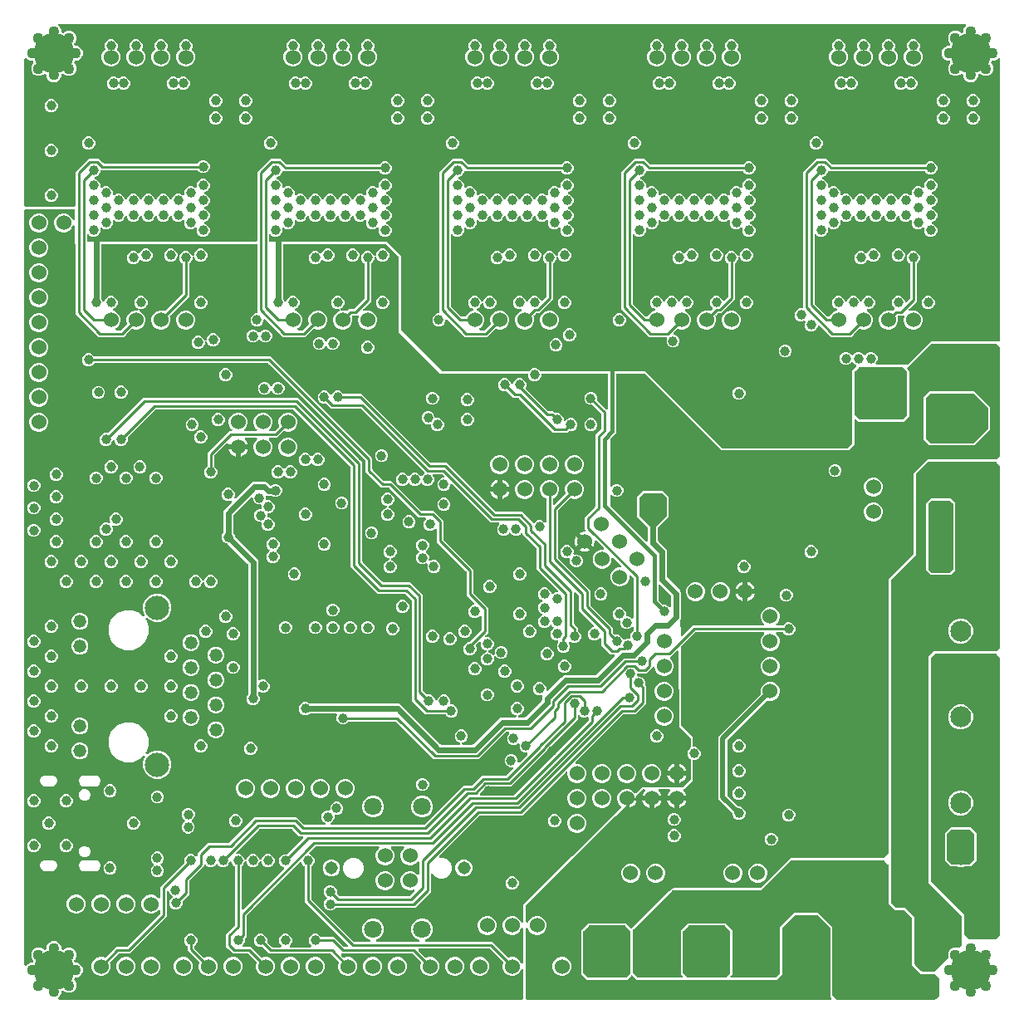
<source format=gbr>
G04 EAGLE Gerber RS-274X export*
G75*
%MOMM*%
%FSLAX34Y34*%
%LPD*%
%ING2*%
%IPPOS*%
%AMOC8*
5,1,8,0,0,1.08239X$1,22.5*%
G01*
%ADD10C,1.800000*%
%ADD11C,1.308000*%
%ADD12C,1.524000*%
%ADD13C,2.133600*%
%ADD14C,1.422400*%
%ADD15C,1.320800*%
%ADD16C,2.476500*%
%ADD17C,2.250000*%
%ADD18C,4.116000*%
%ADD19C,1.108000*%
%ADD20C,1.006400*%
%ADD21C,0.254000*%
%ADD22C,0.609600*%
%ADD23C,0.508000*%
%ADD24C,0.406400*%

G36*
X10278Y-494776D02*
X10278Y-494776D01*
X10397Y-494769D01*
X10435Y-494756D01*
X10476Y-494751D01*
X10586Y-494708D01*
X10699Y-494671D01*
X10734Y-494649D01*
X10771Y-494634D01*
X10867Y-494565D01*
X10968Y-494501D01*
X10996Y-494471D01*
X11029Y-494448D01*
X11105Y-494356D01*
X11186Y-494269D01*
X11206Y-494234D01*
X11231Y-494203D01*
X11282Y-494095D01*
X11340Y-493991D01*
X11350Y-493951D01*
X11367Y-493915D01*
X11389Y-493798D01*
X11419Y-493683D01*
X11423Y-493623D01*
X11427Y-493603D01*
X11425Y-493582D01*
X11429Y-493522D01*
X11429Y-465022D01*
X11421Y-464953D01*
X11422Y-464883D01*
X11401Y-464796D01*
X11389Y-464707D01*
X11364Y-464642D01*
X11347Y-464574D01*
X11305Y-464494D01*
X11272Y-464411D01*
X11231Y-464354D01*
X11199Y-464293D01*
X11138Y-464226D01*
X11086Y-464154D01*
X11032Y-464109D01*
X10985Y-464057D01*
X10910Y-464008D01*
X10841Y-463951D01*
X10777Y-463921D01*
X10719Y-463883D01*
X10634Y-463853D01*
X10553Y-463815D01*
X10484Y-463802D01*
X10418Y-463779D01*
X10329Y-463772D01*
X10241Y-463755D01*
X10171Y-463760D01*
X10101Y-463754D01*
X10013Y-463770D01*
X9923Y-463775D01*
X9857Y-463797D01*
X9788Y-463809D01*
X9706Y-463846D01*
X9621Y-463873D01*
X9562Y-463911D01*
X9498Y-463939D01*
X9428Y-463995D01*
X9352Y-464043D01*
X9304Y-464094D01*
X9250Y-464138D01*
X9196Y-464209D01*
X9134Y-464275D01*
X9100Y-464336D01*
X9058Y-464392D01*
X8987Y-464536D01*
X8183Y-466478D01*
X5468Y-469193D01*
X1920Y-470663D01*
X-1920Y-470663D01*
X-5468Y-469193D01*
X-8183Y-466478D01*
X-9653Y-462930D01*
X-9653Y-459090D01*
X-9080Y-457708D01*
X-9073Y-457680D01*
X-9059Y-457654D01*
X-9031Y-457527D01*
X-8997Y-457402D01*
X-8996Y-457372D01*
X-8990Y-457343D01*
X-8994Y-457214D01*
X-8991Y-457084D01*
X-8998Y-457055D01*
X-8999Y-457025D01*
X-9035Y-456901D01*
X-9066Y-456774D01*
X-9079Y-456748D01*
X-9088Y-456720D01*
X-9153Y-456608D01*
X-9214Y-456493D01*
X-9234Y-456471D01*
X-9249Y-456446D01*
X-9356Y-456325D01*
X-22586Y-443094D01*
X-22665Y-443034D01*
X-22737Y-442966D01*
X-22790Y-442937D01*
X-22838Y-442900D01*
X-22929Y-442860D01*
X-23015Y-442812D01*
X-23074Y-442797D01*
X-23129Y-442773D01*
X-23227Y-442758D01*
X-23323Y-442733D01*
X-23423Y-442727D01*
X-23444Y-442723D01*
X-23456Y-442725D01*
X-23484Y-442723D01*
X-94372Y-442723D01*
X-94510Y-442740D01*
X-94649Y-442753D01*
X-94668Y-442760D01*
X-94688Y-442763D01*
X-94817Y-442814D01*
X-94948Y-442861D01*
X-94965Y-442872D01*
X-94983Y-442880D01*
X-95096Y-442961D01*
X-95211Y-443039D01*
X-95224Y-443055D01*
X-95241Y-443066D01*
X-95330Y-443174D01*
X-95422Y-443278D01*
X-95431Y-443296D01*
X-95444Y-443311D01*
X-95503Y-443437D01*
X-95566Y-443561D01*
X-95571Y-443581D01*
X-95579Y-443599D01*
X-95605Y-443735D01*
X-95636Y-443871D01*
X-95635Y-443892D01*
X-95639Y-443911D01*
X-95630Y-444050D01*
X-95626Y-444189D01*
X-95620Y-444209D01*
X-95619Y-444229D01*
X-95576Y-444361D01*
X-95538Y-444495D01*
X-95527Y-444512D01*
X-95521Y-444531D01*
X-95447Y-444649D01*
X-95376Y-444769D01*
X-95358Y-444790D01*
X-95351Y-444800D01*
X-95336Y-444814D01*
X-95270Y-444889D01*
X-88505Y-451654D01*
X-88481Y-451673D01*
X-88462Y-451695D01*
X-88356Y-451770D01*
X-88254Y-451849D01*
X-88226Y-451861D01*
X-88202Y-451878D01*
X-88081Y-451924D01*
X-87962Y-451976D01*
X-87933Y-451980D01*
X-87905Y-451991D01*
X-87776Y-452005D01*
X-87648Y-452026D01*
X-87618Y-452023D01*
X-87589Y-452026D01*
X-87460Y-452008D01*
X-87331Y-451996D01*
X-87303Y-451986D01*
X-87274Y-451982D01*
X-87122Y-451930D01*
X-85740Y-451357D01*
X-81900Y-451357D01*
X-78352Y-452827D01*
X-75637Y-455542D01*
X-74167Y-459090D01*
X-74167Y-462930D01*
X-75637Y-466478D01*
X-78352Y-469193D01*
X-81900Y-470663D01*
X-85740Y-470663D01*
X-89288Y-469193D01*
X-92003Y-466478D01*
X-93473Y-462930D01*
X-93473Y-459090D01*
X-92900Y-457708D01*
X-92893Y-457680D01*
X-92879Y-457654D01*
X-92851Y-457527D01*
X-92817Y-457402D01*
X-92816Y-457372D01*
X-92810Y-457343D01*
X-92814Y-457214D01*
X-92811Y-457084D01*
X-92818Y-457055D01*
X-92819Y-457025D01*
X-92855Y-456901D01*
X-92886Y-456774D01*
X-92899Y-456748D01*
X-92908Y-456720D01*
X-92973Y-456608D01*
X-93034Y-456493D01*
X-93054Y-456471D01*
X-93069Y-456446D01*
X-93176Y-456325D01*
X-101326Y-448174D01*
X-101405Y-448114D01*
X-101477Y-448046D01*
X-101530Y-448017D01*
X-101578Y-447980D01*
X-101669Y-447940D01*
X-101755Y-447892D01*
X-101814Y-447877D01*
X-101869Y-447853D01*
X-101967Y-447838D01*
X-102063Y-447813D01*
X-102163Y-447807D01*
X-102184Y-447803D01*
X-102196Y-447805D01*
X-102224Y-447803D01*
X-173112Y-447803D01*
X-173250Y-447820D01*
X-173389Y-447833D01*
X-173408Y-447840D01*
X-173428Y-447843D01*
X-173557Y-447894D01*
X-173688Y-447941D01*
X-173705Y-447952D01*
X-173723Y-447960D01*
X-173836Y-448041D01*
X-173951Y-448119D01*
X-173964Y-448135D01*
X-173981Y-448146D01*
X-174070Y-448254D01*
X-174162Y-448358D01*
X-174171Y-448376D01*
X-174184Y-448391D01*
X-174243Y-448517D01*
X-174306Y-448641D01*
X-174311Y-448661D01*
X-174319Y-448679D01*
X-174345Y-448815D01*
X-174376Y-448951D01*
X-174375Y-448972D01*
X-174379Y-448991D01*
X-174370Y-449130D01*
X-174366Y-449269D01*
X-174360Y-449289D01*
X-174359Y-449309D01*
X-174316Y-449441D01*
X-174278Y-449575D01*
X-174267Y-449592D01*
X-174261Y-449611D01*
X-174187Y-449729D01*
X-174116Y-449849D01*
X-174098Y-449870D01*
X-174091Y-449880D01*
X-174076Y-449894D01*
X-174010Y-449969D01*
X-172325Y-451654D01*
X-172301Y-451673D01*
X-172282Y-451695D01*
X-172176Y-451770D01*
X-172074Y-451849D01*
X-172046Y-451861D01*
X-172022Y-451878D01*
X-171901Y-451924D01*
X-171782Y-451976D01*
X-171753Y-451980D01*
X-171725Y-451991D01*
X-171596Y-452005D01*
X-171468Y-452026D01*
X-171438Y-452023D01*
X-171409Y-452026D01*
X-171280Y-452008D01*
X-171151Y-451996D01*
X-171123Y-451986D01*
X-171094Y-451982D01*
X-170942Y-451930D01*
X-169560Y-451357D01*
X-165720Y-451357D01*
X-162172Y-452827D01*
X-159457Y-455542D01*
X-157987Y-459090D01*
X-157987Y-462930D01*
X-159457Y-466478D01*
X-162172Y-469193D01*
X-165720Y-470663D01*
X-169560Y-470663D01*
X-173108Y-469193D01*
X-175823Y-466478D01*
X-177293Y-462930D01*
X-177293Y-459090D01*
X-176720Y-457708D01*
X-176713Y-457680D01*
X-176699Y-457654D01*
X-176671Y-457527D01*
X-176637Y-457402D01*
X-176636Y-457372D01*
X-176630Y-457343D01*
X-176634Y-457214D01*
X-176631Y-457084D01*
X-176638Y-457055D01*
X-176639Y-457025D01*
X-176675Y-456901D01*
X-176706Y-456774D01*
X-176719Y-456748D01*
X-176728Y-456720D01*
X-176793Y-456608D01*
X-176854Y-456493D01*
X-176874Y-456471D01*
X-176889Y-456446D01*
X-176996Y-456325D01*
X-184940Y-448380D01*
X-185019Y-448320D01*
X-185091Y-448252D01*
X-185144Y-448223D01*
X-185192Y-448186D01*
X-185283Y-448146D01*
X-185369Y-448098D01*
X-185428Y-448083D01*
X-185483Y-448059D01*
X-185581Y-448044D01*
X-185677Y-448019D01*
X-185777Y-448013D01*
X-185798Y-448009D01*
X-185810Y-448011D01*
X-185838Y-448009D01*
X-247542Y-448009D01*
X-249848Y-445703D01*
X-249848Y-445702D01*
X-254282Y-441268D01*
X-254361Y-441208D01*
X-254433Y-441140D01*
X-254486Y-441111D01*
X-254534Y-441074D01*
X-254625Y-441034D01*
X-254711Y-440986D01*
X-254770Y-440971D01*
X-254825Y-440947D01*
X-254923Y-440932D01*
X-255019Y-440907D01*
X-255119Y-440901D01*
X-255139Y-440897D01*
X-255152Y-440899D01*
X-255180Y-440897D01*
X-257844Y-440897D01*
X-260254Y-439899D01*
X-262099Y-438054D01*
X-263097Y-435644D01*
X-263097Y-433036D01*
X-262099Y-430626D01*
X-260254Y-428781D01*
X-257844Y-427783D01*
X-255236Y-427783D01*
X-252826Y-428781D01*
X-250981Y-430626D01*
X-249983Y-433036D01*
X-249983Y-435700D01*
X-249971Y-435798D01*
X-249968Y-435897D01*
X-249951Y-435956D01*
X-249943Y-436016D01*
X-249907Y-436108D01*
X-249879Y-436203D01*
X-249849Y-436255D01*
X-249826Y-436311D01*
X-249768Y-436391D01*
X-249718Y-436477D01*
X-249652Y-436552D01*
X-249640Y-436569D01*
X-249630Y-436577D01*
X-249612Y-436598D01*
X-245178Y-441032D01*
X-245099Y-441092D01*
X-245027Y-441160D01*
X-244974Y-441189D01*
X-244926Y-441226D01*
X-244835Y-441266D01*
X-244749Y-441314D01*
X-244690Y-441329D01*
X-244635Y-441353D01*
X-244537Y-441368D01*
X-244441Y-441393D01*
X-244341Y-441399D01*
X-244321Y-441403D01*
X-244308Y-441401D01*
X-244280Y-441403D01*
X-236414Y-441403D01*
X-236276Y-441386D01*
X-236137Y-441373D01*
X-236118Y-441366D01*
X-236098Y-441363D01*
X-235969Y-441312D01*
X-235838Y-441265D01*
X-235821Y-441254D01*
X-235802Y-441246D01*
X-235690Y-441165D01*
X-235575Y-441087D01*
X-235561Y-441071D01*
X-235545Y-441060D01*
X-235456Y-440952D01*
X-235364Y-440848D01*
X-235355Y-440830D01*
X-235342Y-440815D01*
X-235283Y-440689D01*
X-235220Y-440565D01*
X-235215Y-440545D01*
X-235207Y-440527D01*
X-235181Y-440390D01*
X-235150Y-440255D01*
X-235151Y-440234D01*
X-235147Y-440215D01*
X-235156Y-440076D01*
X-235160Y-439937D01*
X-235165Y-439917D01*
X-235167Y-439897D01*
X-235209Y-439765D01*
X-235248Y-439631D01*
X-235258Y-439614D01*
X-235265Y-439595D01*
X-235339Y-439477D01*
X-235410Y-439357D01*
X-235428Y-439336D01*
X-235435Y-439326D01*
X-235450Y-439312D01*
X-235516Y-439237D01*
X-236699Y-438054D01*
X-237697Y-435644D01*
X-237697Y-433036D01*
X-236699Y-430626D01*
X-234854Y-428781D01*
X-232444Y-427783D01*
X-229836Y-427783D01*
X-227426Y-428781D01*
X-225581Y-430626D01*
X-224583Y-433036D01*
X-224583Y-435644D01*
X-225581Y-438054D01*
X-226764Y-439237D01*
X-226849Y-439346D01*
X-226938Y-439453D01*
X-226946Y-439472D01*
X-226959Y-439488D01*
X-227014Y-439615D01*
X-227073Y-439741D01*
X-227077Y-439761D01*
X-227085Y-439780D01*
X-227107Y-439918D01*
X-227133Y-440054D01*
X-227132Y-440074D01*
X-227135Y-440094D01*
X-227122Y-440233D01*
X-227113Y-440371D01*
X-227107Y-440390D01*
X-227105Y-440410D01*
X-227058Y-440542D01*
X-227015Y-440673D01*
X-227005Y-440691D01*
X-226998Y-440710D01*
X-226920Y-440825D01*
X-226845Y-440942D01*
X-226830Y-440956D01*
X-226819Y-440973D01*
X-226715Y-441065D01*
X-226614Y-441160D01*
X-226596Y-441170D01*
X-226581Y-441183D01*
X-226457Y-441247D01*
X-226335Y-441314D01*
X-226315Y-441319D01*
X-226297Y-441328D01*
X-226162Y-441358D01*
X-226027Y-441393D01*
X-225999Y-441395D01*
X-225987Y-441398D01*
X-225967Y-441397D01*
X-225866Y-441403D01*
X-205934Y-441403D01*
X-205796Y-441386D01*
X-205657Y-441373D01*
X-205638Y-441366D01*
X-205618Y-441363D01*
X-205489Y-441312D01*
X-205358Y-441265D01*
X-205341Y-441254D01*
X-205322Y-441246D01*
X-205210Y-441165D01*
X-205095Y-441087D01*
X-205081Y-441071D01*
X-205065Y-441060D01*
X-204976Y-440952D01*
X-204884Y-440848D01*
X-204875Y-440830D01*
X-204862Y-440815D01*
X-204803Y-440689D01*
X-204740Y-440565D01*
X-204735Y-440545D01*
X-204727Y-440527D01*
X-204701Y-440390D01*
X-204670Y-440255D01*
X-204671Y-440234D01*
X-204667Y-440215D01*
X-204676Y-440076D01*
X-204680Y-439937D01*
X-204685Y-439917D01*
X-204687Y-439897D01*
X-204729Y-439765D01*
X-204768Y-439631D01*
X-204778Y-439614D01*
X-204785Y-439595D01*
X-204859Y-439477D01*
X-204930Y-439357D01*
X-204948Y-439336D01*
X-204955Y-439326D01*
X-204970Y-439312D01*
X-205036Y-439237D01*
X-206219Y-438054D01*
X-207217Y-435644D01*
X-207217Y-433036D01*
X-206219Y-430626D01*
X-204374Y-428781D01*
X-201964Y-427783D01*
X-199356Y-427783D01*
X-196946Y-428781D01*
X-195062Y-430666D01*
X-194984Y-430726D01*
X-194911Y-430794D01*
X-194858Y-430823D01*
X-194811Y-430860D01*
X-194720Y-430900D01*
X-194633Y-430948D01*
X-194574Y-430963D01*
X-194519Y-430987D01*
X-194421Y-431002D01*
X-194325Y-431027D01*
X-194225Y-431033D01*
X-194205Y-431037D01*
X-194192Y-431035D01*
X-194164Y-431037D01*
X-181512Y-431037D01*
X-171724Y-440826D01*
X-171645Y-440886D01*
X-171573Y-440954D01*
X-171520Y-440983D01*
X-171472Y-441020D01*
X-171381Y-441060D01*
X-171295Y-441108D01*
X-171236Y-441123D01*
X-171181Y-441147D01*
X-171083Y-441162D01*
X-170987Y-441187D01*
X-170887Y-441193D01*
X-170866Y-441197D01*
X-170854Y-441195D01*
X-170826Y-441197D01*
X-168518Y-441197D01*
X-168380Y-441180D01*
X-168241Y-441167D01*
X-168222Y-441160D01*
X-168202Y-441157D01*
X-168073Y-441106D01*
X-167942Y-441059D01*
X-167925Y-441048D01*
X-167907Y-441040D01*
X-167794Y-440959D01*
X-167679Y-440881D01*
X-167666Y-440865D01*
X-167649Y-440854D01*
X-167561Y-440746D01*
X-167468Y-440642D01*
X-167459Y-440624D01*
X-167446Y-440609D01*
X-167387Y-440483D01*
X-167324Y-440359D01*
X-167319Y-440339D01*
X-167311Y-440321D01*
X-167285Y-440185D01*
X-167254Y-440049D01*
X-167255Y-440028D01*
X-167251Y-440009D01*
X-167260Y-439870D01*
X-167264Y-439731D01*
X-167270Y-439711D01*
X-167271Y-439691D01*
X-167314Y-439559D01*
X-167352Y-439425D01*
X-167363Y-439408D01*
X-167369Y-439389D01*
X-167443Y-439271D01*
X-167514Y-439151D01*
X-167532Y-439130D01*
X-167539Y-439120D01*
X-167554Y-439106D01*
X-167620Y-439031D01*
X-209276Y-397374D01*
X-211583Y-395068D01*
X-211583Y-359556D01*
X-211595Y-359457D01*
X-211598Y-359358D01*
X-211615Y-359300D01*
X-211623Y-359240D01*
X-211659Y-359148D01*
X-211687Y-359053D01*
X-211717Y-359001D01*
X-211740Y-358944D01*
X-211798Y-358864D01*
X-211848Y-358779D01*
X-211914Y-358704D01*
X-211926Y-358687D01*
X-211936Y-358679D01*
X-211954Y-358658D01*
X-213839Y-356774D01*
X-214551Y-355054D01*
X-214576Y-355011D01*
X-214593Y-354964D01*
X-214654Y-354873D01*
X-214709Y-354778D01*
X-214743Y-354742D01*
X-214771Y-354701D01*
X-214853Y-354628D01*
X-214930Y-354549D01*
X-214972Y-354523D01*
X-215010Y-354490D01*
X-215107Y-354440D01*
X-215201Y-354383D01*
X-215248Y-354368D01*
X-215293Y-354346D01*
X-215400Y-354322D01*
X-215505Y-354289D01*
X-215555Y-354287D01*
X-215603Y-354276D01*
X-215713Y-354279D01*
X-215823Y-354274D01*
X-215871Y-354284D01*
X-215921Y-354286D01*
X-216026Y-354316D01*
X-216134Y-354338D01*
X-216179Y-354360D01*
X-216226Y-354374D01*
X-216321Y-354430D01*
X-216420Y-354478D01*
X-216458Y-354510D01*
X-216500Y-354536D01*
X-216621Y-354642D01*
X-270646Y-408666D01*
X-270706Y-408745D01*
X-270774Y-408817D01*
X-270803Y-408870D01*
X-270840Y-408918D01*
X-270880Y-409009D01*
X-270928Y-409095D01*
X-270943Y-409154D01*
X-270967Y-409209D01*
X-270982Y-409307D01*
X-271007Y-409403D01*
X-271013Y-409503D01*
X-271017Y-409523D01*
X-271015Y-409536D01*
X-271017Y-409564D01*
X-271017Y-430628D01*
X-272472Y-432082D01*
X-272532Y-432161D01*
X-272600Y-432233D01*
X-272629Y-432286D01*
X-272666Y-432334D01*
X-272706Y-432425D01*
X-272754Y-432511D01*
X-272769Y-432570D01*
X-272793Y-432625D01*
X-272808Y-432723D01*
X-272833Y-432819D01*
X-272839Y-432919D01*
X-272843Y-432940D01*
X-272841Y-432952D01*
X-272843Y-432980D01*
X-272843Y-435644D01*
X-273841Y-438054D01*
X-274818Y-439031D01*
X-274903Y-439140D01*
X-274992Y-439247D01*
X-275000Y-439266D01*
X-275013Y-439282D01*
X-275068Y-439409D01*
X-275127Y-439535D01*
X-275131Y-439555D01*
X-275139Y-439574D01*
X-275161Y-439712D01*
X-275187Y-439848D01*
X-275186Y-439868D01*
X-275189Y-439888D01*
X-275176Y-440027D01*
X-275167Y-440165D01*
X-275161Y-440184D01*
X-275159Y-440204D01*
X-275112Y-440336D01*
X-275069Y-440467D01*
X-275059Y-440485D01*
X-275052Y-440504D01*
X-274974Y-440619D01*
X-274899Y-440736D01*
X-274884Y-440750D01*
X-274873Y-440767D01*
X-274769Y-440859D01*
X-274668Y-440954D01*
X-274650Y-440964D01*
X-274635Y-440977D01*
X-274511Y-441040D01*
X-274389Y-441108D01*
X-274369Y-441113D01*
X-274351Y-441122D01*
X-274216Y-441152D01*
X-274081Y-441187D01*
X-274053Y-441189D01*
X-274041Y-441192D01*
X-274021Y-441191D01*
X-273920Y-441197D01*
X-266602Y-441197D01*
X-264296Y-443504D01*
X-256145Y-451654D01*
X-256121Y-451673D01*
X-256102Y-451695D01*
X-255996Y-451770D01*
X-255894Y-451849D01*
X-255866Y-451861D01*
X-255842Y-451878D01*
X-255721Y-451924D01*
X-255602Y-451976D01*
X-255573Y-451980D01*
X-255545Y-451991D01*
X-255416Y-452005D01*
X-255288Y-452026D01*
X-255258Y-452023D01*
X-255229Y-452026D01*
X-255100Y-452008D01*
X-254971Y-451996D01*
X-254943Y-451986D01*
X-254914Y-451982D01*
X-254762Y-451930D01*
X-253380Y-451357D01*
X-249540Y-451357D01*
X-245992Y-452827D01*
X-243277Y-455542D01*
X-241807Y-459090D01*
X-241807Y-462930D01*
X-243277Y-466478D01*
X-245992Y-469193D01*
X-249540Y-470663D01*
X-253380Y-470663D01*
X-256928Y-469193D01*
X-259643Y-466478D01*
X-261113Y-462930D01*
X-261113Y-459090D01*
X-260540Y-457708D01*
X-260533Y-457680D01*
X-260519Y-457654D01*
X-260491Y-457527D01*
X-260457Y-457402D01*
X-260456Y-457372D01*
X-260450Y-457343D01*
X-260454Y-457214D01*
X-260451Y-457084D01*
X-260458Y-457055D01*
X-260459Y-457025D01*
X-260495Y-456901D01*
X-260526Y-456774D01*
X-260539Y-456748D01*
X-260548Y-456720D01*
X-260613Y-456608D01*
X-260674Y-456493D01*
X-260694Y-456471D01*
X-260709Y-456446D01*
X-260816Y-456325D01*
X-268966Y-448174D01*
X-269045Y-448114D01*
X-269117Y-448046D01*
X-269170Y-448017D01*
X-269218Y-447980D01*
X-269309Y-447940D01*
X-269395Y-447892D01*
X-269454Y-447877D01*
X-269509Y-447853D01*
X-269607Y-447838D01*
X-269703Y-447813D01*
X-269803Y-447807D01*
X-269824Y-447803D01*
X-269836Y-447805D01*
X-269864Y-447803D01*
X-284578Y-447803D01*
X-286884Y-445497D01*
X-286884Y-445496D01*
X-289286Y-443094D01*
X-291593Y-440788D01*
X-291593Y-427892D01*
X-283074Y-419374D01*
X-283014Y-419295D01*
X-282946Y-419223D01*
X-282917Y-419170D01*
X-282880Y-419122D01*
X-282840Y-419031D01*
X-282792Y-418945D01*
X-282777Y-418886D01*
X-282753Y-418831D01*
X-282738Y-418733D01*
X-282713Y-418637D01*
X-282707Y-418537D01*
X-282703Y-418516D01*
X-282705Y-418504D01*
X-282703Y-418476D01*
X-282703Y-359556D01*
X-282715Y-359457D01*
X-282718Y-359358D01*
X-282735Y-359300D01*
X-282743Y-359240D01*
X-282779Y-359148D01*
X-282807Y-359053D01*
X-282837Y-359001D01*
X-282860Y-358944D01*
X-282918Y-358864D01*
X-282968Y-358779D01*
X-283034Y-358704D01*
X-283046Y-358687D01*
X-283056Y-358679D01*
X-283074Y-358658D01*
X-284959Y-356774D01*
X-285805Y-354731D01*
X-285873Y-354611D01*
X-285939Y-354488D01*
X-285952Y-354473D01*
X-285962Y-354455D01*
X-286059Y-354355D01*
X-286153Y-354252D01*
X-286169Y-354241D01*
X-286184Y-354227D01*
X-286302Y-354154D01*
X-286418Y-354077D01*
X-286437Y-354071D01*
X-286455Y-354060D01*
X-286587Y-354019D01*
X-286719Y-353974D01*
X-286739Y-353973D01*
X-286759Y-353967D01*
X-286897Y-353960D01*
X-287036Y-353949D01*
X-287056Y-353953D01*
X-287076Y-353952D01*
X-287212Y-353980D01*
X-287349Y-354003D01*
X-287368Y-354012D01*
X-287388Y-354016D01*
X-287513Y-354077D01*
X-287639Y-354134D01*
X-287655Y-354147D01*
X-287673Y-354156D01*
X-287779Y-354246D01*
X-287888Y-354333D01*
X-287900Y-354349D01*
X-287915Y-354362D01*
X-287995Y-354475D01*
X-288079Y-354587D01*
X-288091Y-354612D01*
X-288098Y-354622D01*
X-288106Y-354641D01*
X-288150Y-354731D01*
X-289081Y-356980D01*
X-290926Y-358825D01*
X-293336Y-359823D01*
X-295944Y-359823D01*
X-298354Y-358825D01*
X-300195Y-356983D01*
X-300290Y-356910D01*
X-300379Y-356831D01*
X-300415Y-356813D01*
X-300447Y-356788D01*
X-300556Y-356741D01*
X-300662Y-356687D01*
X-300701Y-356678D01*
X-300739Y-356662D01*
X-300856Y-356643D01*
X-300972Y-356617D01*
X-301013Y-356618D01*
X-301053Y-356612D01*
X-301171Y-356623D01*
X-301290Y-356627D01*
X-301329Y-356638D01*
X-301369Y-356642D01*
X-301482Y-356682D01*
X-301596Y-356715D01*
X-301630Y-356736D01*
X-301669Y-356749D01*
X-301767Y-356816D01*
X-301870Y-356877D01*
X-301915Y-356917D01*
X-301932Y-356928D01*
X-301945Y-356943D01*
X-301990Y-356983D01*
X-303626Y-358619D01*
X-306036Y-359617D01*
X-308644Y-359617D01*
X-311054Y-358619D01*
X-312031Y-357642D01*
X-312140Y-357557D01*
X-312247Y-357468D01*
X-312266Y-357460D01*
X-312282Y-357447D01*
X-312409Y-357392D01*
X-312535Y-357333D01*
X-312555Y-357329D01*
X-312574Y-357321D01*
X-312712Y-357299D01*
X-312848Y-357273D01*
X-312868Y-357274D01*
X-312888Y-357271D01*
X-313027Y-357284D01*
X-313165Y-357293D01*
X-313184Y-357299D01*
X-313204Y-357301D01*
X-313336Y-357348D01*
X-313467Y-357391D01*
X-313485Y-357401D01*
X-313504Y-357408D01*
X-313619Y-357486D01*
X-313736Y-357561D01*
X-313750Y-357576D01*
X-313767Y-357587D01*
X-313859Y-357691D01*
X-313954Y-357792D01*
X-313964Y-357810D01*
X-313977Y-357825D01*
X-314040Y-357949D01*
X-314108Y-358071D01*
X-314113Y-358091D01*
X-314122Y-358109D01*
X-314137Y-358178D01*
X-316503Y-360544D01*
X-316504Y-360544D01*
X-329066Y-373106D01*
X-329126Y-373185D01*
X-329194Y-373257D01*
X-329223Y-373310D01*
X-329260Y-373358D01*
X-329300Y-373449D01*
X-329348Y-373535D01*
X-329363Y-373594D01*
X-329387Y-373649D01*
X-329402Y-373747D01*
X-329427Y-373843D01*
X-329433Y-373943D01*
X-329437Y-373964D01*
X-329435Y-373976D01*
X-329437Y-374004D01*
X-329437Y-387448D01*
X-335972Y-393982D01*
X-336032Y-394061D01*
X-336100Y-394133D01*
X-336129Y-394186D01*
X-336166Y-394234D01*
X-336206Y-394325D01*
X-336254Y-394411D01*
X-336269Y-394470D01*
X-336293Y-394525D01*
X-336308Y-394623D01*
X-336333Y-394719D01*
X-336339Y-394819D01*
X-336343Y-394840D01*
X-336341Y-394852D01*
X-336343Y-394880D01*
X-336343Y-397544D01*
X-337341Y-399954D01*
X-339186Y-401799D01*
X-341596Y-402797D01*
X-344204Y-402797D01*
X-346614Y-401799D01*
X-348459Y-399954D01*
X-349457Y-397544D01*
X-349457Y-394936D01*
X-348459Y-392526D01*
X-346636Y-390703D01*
X-346605Y-390664D01*
X-346569Y-390631D01*
X-346508Y-390539D01*
X-346441Y-390452D01*
X-346421Y-390406D01*
X-346394Y-390365D01*
X-346358Y-390261D01*
X-346315Y-390160D01*
X-346307Y-390111D01*
X-346291Y-390064D01*
X-346282Y-389955D01*
X-346265Y-389846D01*
X-346270Y-389796D01*
X-346266Y-389747D01*
X-346284Y-389639D01*
X-346295Y-389530D01*
X-346311Y-389483D01*
X-346320Y-389434D01*
X-346365Y-389334D01*
X-346402Y-389230D01*
X-346430Y-389189D01*
X-346451Y-389144D01*
X-346519Y-389058D01*
X-346581Y-388967D01*
X-346618Y-388934D01*
X-346649Y-388895D01*
X-346737Y-388829D01*
X-346819Y-388757D01*
X-346864Y-388734D01*
X-346903Y-388704D01*
X-347048Y-388633D01*
X-347310Y-388525D01*
X-349155Y-386680D01*
X-349855Y-384988D01*
X-349890Y-384928D01*
X-349916Y-384863D01*
X-349968Y-384790D01*
X-350013Y-384712D01*
X-350061Y-384662D01*
X-350102Y-384605D01*
X-350172Y-384548D01*
X-350234Y-384484D01*
X-350294Y-384447D01*
X-350347Y-384403D01*
X-350429Y-384364D01*
X-350505Y-384317D01*
X-350572Y-384297D01*
X-350635Y-384267D01*
X-350723Y-384250D01*
X-350809Y-384224D01*
X-350879Y-384220D01*
X-350948Y-384207D01*
X-351037Y-384213D01*
X-351127Y-384209D01*
X-351195Y-384223D01*
X-351265Y-384227D01*
X-351350Y-384255D01*
X-351438Y-384273D01*
X-351501Y-384304D01*
X-351567Y-384325D01*
X-351643Y-384373D01*
X-351724Y-384413D01*
X-351777Y-384458D01*
X-351836Y-384495D01*
X-351898Y-384561D01*
X-351966Y-384619D01*
X-352006Y-384676D01*
X-352054Y-384727D01*
X-352097Y-384805D01*
X-352149Y-384879D01*
X-352174Y-384944D01*
X-352208Y-385005D01*
X-352230Y-385092D01*
X-352262Y-385176D01*
X-352270Y-385246D01*
X-352287Y-385313D01*
X-352297Y-385474D01*
X-352297Y-410308D01*
X-389792Y-447803D01*
X-400696Y-447803D01*
X-400794Y-447815D01*
X-400893Y-447818D01*
X-400952Y-447835D01*
X-401012Y-447843D01*
X-401104Y-447879D01*
X-401199Y-447907D01*
X-401251Y-447937D01*
X-401307Y-447960D01*
X-401387Y-448018D01*
X-401473Y-448068D01*
X-401548Y-448134D01*
X-401565Y-448146D01*
X-401573Y-448156D01*
X-401594Y-448174D01*
X-409744Y-456325D01*
X-409763Y-456349D01*
X-409785Y-456368D01*
X-409860Y-456474D01*
X-409939Y-456576D01*
X-409951Y-456604D01*
X-409968Y-456628D01*
X-410014Y-456749D01*
X-410066Y-456868D01*
X-410070Y-456897D01*
X-410081Y-456925D01*
X-410095Y-457054D01*
X-410116Y-457182D01*
X-410113Y-457212D01*
X-410116Y-457241D01*
X-410098Y-457370D01*
X-410086Y-457499D01*
X-410076Y-457527D01*
X-410072Y-457556D01*
X-410020Y-457708D01*
X-409447Y-459090D01*
X-409447Y-462930D01*
X-410917Y-466478D01*
X-413632Y-469193D01*
X-417180Y-470663D01*
X-421020Y-470663D01*
X-424568Y-469193D01*
X-427283Y-466478D01*
X-428753Y-462930D01*
X-428753Y-459090D01*
X-427283Y-455542D01*
X-424568Y-452827D01*
X-421020Y-451357D01*
X-417180Y-451357D01*
X-415798Y-451930D01*
X-415770Y-451937D01*
X-415744Y-451951D01*
X-415617Y-451979D01*
X-415492Y-452013D01*
X-415462Y-452014D01*
X-415433Y-452020D01*
X-415304Y-452016D01*
X-415174Y-452019D01*
X-415145Y-452012D01*
X-415115Y-452011D01*
X-414991Y-451975D01*
X-414864Y-451944D01*
X-414838Y-451931D01*
X-414810Y-451922D01*
X-414698Y-451857D01*
X-414583Y-451796D01*
X-414561Y-451776D01*
X-414536Y-451761D01*
X-414415Y-451654D01*
X-403958Y-441197D01*
X-393054Y-441197D01*
X-392956Y-441185D01*
X-392857Y-441182D01*
X-392798Y-441165D01*
X-392738Y-441157D01*
X-392646Y-441121D01*
X-392551Y-441093D01*
X-392499Y-441063D01*
X-392443Y-441040D01*
X-392363Y-440982D01*
X-392277Y-440932D01*
X-392202Y-440866D01*
X-392185Y-440854D01*
X-392177Y-440844D01*
X-392156Y-440826D01*
X-359274Y-407944D01*
X-359214Y-407865D01*
X-359146Y-407793D01*
X-359117Y-407740D01*
X-359080Y-407692D01*
X-359040Y-407601D01*
X-358992Y-407515D01*
X-358977Y-407456D01*
X-358953Y-407401D01*
X-358938Y-407303D01*
X-358913Y-407207D01*
X-358907Y-407107D01*
X-358903Y-407086D01*
X-358905Y-407074D01*
X-358903Y-407046D01*
X-358903Y-404828D01*
X-358920Y-404691D01*
X-358933Y-404552D01*
X-358940Y-404532D01*
X-358943Y-404512D01*
X-358994Y-404384D01*
X-359041Y-404252D01*
X-359052Y-404236D01*
X-359060Y-404217D01*
X-359141Y-404104D01*
X-359219Y-403989D01*
X-359235Y-403976D01*
X-359246Y-403959D01*
X-359354Y-403871D01*
X-359458Y-403779D01*
X-359476Y-403770D01*
X-359491Y-403757D01*
X-359617Y-403697D01*
X-359741Y-403634D01*
X-359761Y-403630D01*
X-359779Y-403621D01*
X-359916Y-403595D01*
X-360051Y-403564D01*
X-360072Y-403565D01*
X-360091Y-403561D01*
X-360230Y-403570D01*
X-360369Y-403574D01*
X-360389Y-403580D01*
X-360409Y-403581D01*
X-360541Y-403624D01*
X-360675Y-403663D01*
X-360692Y-403673D01*
X-360711Y-403679D01*
X-360829Y-403754D01*
X-360949Y-403824D01*
X-360970Y-403843D01*
X-360980Y-403849D01*
X-360994Y-403864D01*
X-361069Y-403930D01*
X-362832Y-405693D01*
X-366380Y-407163D01*
X-370220Y-407163D01*
X-373768Y-405693D01*
X-376483Y-402978D01*
X-377953Y-399430D01*
X-377953Y-395590D01*
X-376483Y-392042D01*
X-373768Y-389327D01*
X-370220Y-387857D01*
X-366380Y-387857D01*
X-362832Y-389327D01*
X-361069Y-391090D01*
X-360960Y-391175D01*
X-360853Y-391263D01*
X-360834Y-391272D01*
X-360818Y-391284D01*
X-360690Y-391340D01*
X-360565Y-391399D01*
X-360545Y-391403D01*
X-360526Y-391411D01*
X-360388Y-391433D01*
X-360252Y-391459D01*
X-360232Y-391457D01*
X-360212Y-391461D01*
X-360073Y-391448D01*
X-359935Y-391439D01*
X-359916Y-391433D01*
X-359896Y-391431D01*
X-359764Y-391384D01*
X-359633Y-391341D01*
X-359615Y-391330D01*
X-359596Y-391323D01*
X-359481Y-391245D01*
X-359364Y-391171D01*
X-359350Y-391156D01*
X-359333Y-391145D01*
X-359241Y-391040D01*
X-359146Y-390939D01*
X-359136Y-390921D01*
X-359123Y-390906D01*
X-359059Y-390782D01*
X-358992Y-390661D01*
X-358987Y-390641D01*
X-358978Y-390623D01*
X-358948Y-390487D01*
X-358913Y-390353D01*
X-358911Y-390325D01*
X-358908Y-390313D01*
X-358909Y-390292D01*
X-358903Y-390192D01*
X-358903Y-379632D01*
X-334588Y-355318D01*
X-334528Y-355239D01*
X-334460Y-355167D01*
X-334431Y-355114D01*
X-334394Y-355066D01*
X-334354Y-354975D01*
X-334306Y-354889D01*
X-334291Y-354830D01*
X-334267Y-354775D01*
X-334252Y-354677D01*
X-334227Y-354581D01*
X-334221Y-354481D01*
X-334217Y-354460D01*
X-334219Y-354448D01*
X-334217Y-354420D01*
X-334217Y-351756D01*
X-333219Y-349346D01*
X-331374Y-347501D01*
X-328964Y-346503D01*
X-326356Y-346503D01*
X-323946Y-347501D01*
X-322969Y-348478D01*
X-322883Y-348545D01*
X-322841Y-348584D01*
X-322820Y-348596D01*
X-322753Y-348652D01*
X-322734Y-348660D01*
X-322718Y-348673D01*
X-322591Y-348728D01*
X-322465Y-348787D01*
X-322445Y-348791D01*
X-322426Y-348799D01*
X-322288Y-348821D01*
X-322152Y-348847D01*
X-322132Y-348846D01*
X-322112Y-348849D01*
X-321973Y-348836D01*
X-321835Y-348827D01*
X-321816Y-348821D01*
X-321796Y-348819D01*
X-321664Y-348772D01*
X-321533Y-348729D01*
X-321515Y-348719D01*
X-321496Y-348712D01*
X-321381Y-348634D01*
X-321264Y-348559D01*
X-321250Y-348544D01*
X-321233Y-348533D01*
X-321141Y-348429D01*
X-321046Y-348328D01*
X-321036Y-348310D01*
X-321023Y-348295D01*
X-320960Y-348171D01*
X-320892Y-348049D01*
X-320887Y-348029D01*
X-320878Y-348011D01*
X-320848Y-347876D01*
X-320813Y-347741D01*
X-320811Y-347713D01*
X-320808Y-347701D01*
X-320809Y-347681D01*
X-320807Y-347648D01*
X-320805Y-347639D01*
X-320806Y-347630D01*
X-320803Y-347580D01*
X-320803Y-345458D01*
X-310164Y-334819D01*
X-289100Y-334819D01*
X-289002Y-334807D01*
X-288903Y-334804D01*
X-288845Y-334787D01*
X-288784Y-334779D01*
X-288692Y-334743D01*
X-288597Y-334715D01*
X-288545Y-334685D01*
X-288489Y-334662D01*
X-288409Y-334604D01*
X-288323Y-334554D01*
X-288248Y-334488D01*
X-288231Y-334476D01*
X-288224Y-334466D01*
X-288202Y-334448D01*
X-262666Y-308911D01*
X-219818Y-308911D01*
X-217512Y-311217D01*
X-217512Y-311218D01*
X-212364Y-316366D01*
X-212285Y-316426D01*
X-212213Y-316494D01*
X-212160Y-316523D01*
X-212112Y-316560D01*
X-212021Y-316600D01*
X-211935Y-316648D01*
X-211876Y-316663D01*
X-211821Y-316687D01*
X-211723Y-316702D01*
X-211627Y-316727D01*
X-211527Y-316733D01*
X-211506Y-316737D01*
X-211494Y-316735D01*
X-211466Y-316737D01*
X-191854Y-316737D01*
X-191784Y-316729D01*
X-191714Y-316730D01*
X-191627Y-316709D01*
X-191538Y-316697D01*
X-191473Y-316672D01*
X-191405Y-316655D01*
X-191326Y-316613D01*
X-191242Y-316580D01*
X-191186Y-316539D01*
X-191124Y-316507D01*
X-191058Y-316446D01*
X-190985Y-316394D01*
X-190940Y-316340D01*
X-190889Y-316293D01*
X-190839Y-316218D01*
X-190782Y-316149D01*
X-190752Y-316085D01*
X-190714Y-316027D01*
X-190685Y-315942D01*
X-190647Y-315861D01*
X-190633Y-315792D01*
X-190611Y-315726D01*
X-190604Y-315637D01*
X-190587Y-315549D01*
X-190591Y-315479D01*
X-190586Y-315409D01*
X-190601Y-315321D01*
X-190607Y-315231D01*
X-190628Y-315165D01*
X-190640Y-315096D01*
X-190677Y-315014D01*
X-190705Y-314929D01*
X-190742Y-314870D01*
X-190771Y-314806D01*
X-190827Y-314736D01*
X-190875Y-314660D01*
X-190926Y-314612D01*
X-190969Y-314558D01*
X-191041Y-314503D01*
X-191106Y-314442D01*
X-191167Y-314408D01*
X-191223Y-314366D01*
X-191368Y-314295D01*
X-191674Y-314169D01*
X-193519Y-312324D01*
X-194517Y-309914D01*
X-194517Y-307306D01*
X-193519Y-304896D01*
X-191674Y-303051D01*
X-189264Y-302053D01*
X-186896Y-302053D01*
X-186778Y-302038D01*
X-186659Y-302031D01*
X-186621Y-302018D01*
X-186580Y-302013D01*
X-186470Y-301970D01*
X-186357Y-301933D01*
X-186322Y-301911D01*
X-186285Y-301896D01*
X-186189Y-301827D01*
X-186088Y-301763D01*
X-186060Y-301733D01*
X-186027Y-301710D01*
X-185951Y-301618D01*
X-185870Y-301531D01*
X-185850Y-301496D01*
X-185825Y-301465D01*
X-185774Y-301357D01*
X-185716Y-301253D01*
X-185706Y-301213D01*
X-185689Y-301177D01*
X-185667Y-301060D01*
X-185637Y-300945D01*
X-185633Y-300885D01*
X-185629Y-300865D01*
X-185631Y-300844D01*
X-185627Y-300784D01*
X-185627Y-298416D01*
X-184629Y-296006D01*
X-182784Y-294161D01*
X-180374Y-293163D01*
X-177766Y-293163D01*
X-175356Y-294161D01*
X-173511Y-296006D01*
X-172513Y-298416D01*
X-172513Y-301024D01*
X-173511Y-303434D01*
X-175356Y-305279D01*
X-177766Y-306277D01*
X-180134Y-306277D01*
X-180252Y-306292D01*
X-180371Y-306299D01*
X-180409Y-306312D01*
X-180450Y-306317D01*
X-180560Y-306360D01*
X-180673Y-306397D01*
X-180708Y-306419D01*
X-180745Y-306434D01*
X-180841Y-306503D01*
X-180942Y-306567D01*
X-180970Y-306597D01*
X-181003Y-306620D01*
X-181079Y-306712D01*
X-181160Y-306799D01*
X-181180Y-306834D01*
X-181205Y-306865D01*
X-181256Y-306973D01*
X-181314Y-307077D01*
X-181324Y-307117D01*
X-181341Y-307153D01*
X-181363Y-307270D01*
X-181393Y-307385D01*
X-181397Y-307445D01*
X-181401Y-307465D01*
X-181399Y-307486D01*
X-181403Y-307546D01*
X-181403Y-309914D01*
X-182401Y-312324D01*
X-184246Y-314169D01*
X-184552Y-314295D01*
X-184613Y-314330D01*
X-184678Y-314356D01*
X-184750Y-314408D01*
X-184828Y-314453D01*
X-184879Y-314502D01*
X-184935Y-314542D01*
X-184992Y-314612D01*
X-185057Y-314674D01*
X-185093Y-314734D01*
X-185138Y-314787D01*
X-185176Y-314869D01*
X-185223Y-314945D01*
X-185244Y-315012D01*
X-185273Y-315075D01*
X-185290Y-315163D01*
X-185317Y-315249D01*
X-185320Y-315319D01*
X-185333Y-315388D01*
X-185328Y-315477D01*
X-185332Y-315567D01*
X-185318Y-315635D01*
X-185313Y-315705D01*
X-185286Y-315790D01*
X-185268Y-315878D01*
X-185237Y-315941D01*
X-185215Y-316007D01*
X-185167Y-316083D01*
X-185128Y-316164D01*
X-185083Y-316217D01*
X-185045Y-316276D01*
X-184980Y-316338D01*
X-184922Y-316406D01*
X-184864Y-316446D01*
X-184814Y-316494D01*
X-184735Y-316537D01*
X-184662Y-316589D01*
X-184596Y-316614D01*
X-184535Y-316648D01*
X-184448Y-316670D01*
X-184364Y-316702D01*
X-184295Y-316710D01*
X-184227Y-316727D01*
X-184066Y-316737D01*
X-90794Y-316737D01*
X-90696Y-316725D01*
X-90597Y-316722D01*
X-90538Y-316705D01*
X-90478Y-316697D01*
X-90386Y-316661D01*
X-90291Y-316633D01*
X-90239Y-316603D01*
X-90183Y-316580D01*
X-90103Y-316522D01*
X-90017Y-316472D01*
X-89942Y-316406D01*
X-89925Y-316394D01*
X-89917Y-316384D01*
X-89896Y-316366D01*
X-49882Y-276351D01*
X-41271Y-276351D01*
X-41173Y-276339D01*
X-41074Y-276336D01*
X-41016Y-276319D01*
X-40956Y-276311D01*
X-40864Y-276275D01*
X-40769Y-276247D01*
X-40716Y-276217D01*
X-40660Y-276194D01*
X-40580Y-276136D01*
X-40495Y-276086D01*
X-40419Y-276020D01*
X-40403Y-276008D01*
X-40395Y-275998D01*
X-40374Y-275980D01*
X-30634Y-266239D01*
X-6368Y-266239D01*
X-6270Y-266227D01*
X-6171Y-266224D01*
X-6113Y-266207D01*
X-6053Y-266199D01*
X-5960Y-266163D01*
X-5865Y-266135D01*
X-5813Y-266105D01*
X-5757Y-266082D01*
X-5677Y-266024D01*
X-5591Y-265974D01*
X-5516Y-265908D01*
X-5500Y-265896D01*
X-5492Y-265886D01*
X-5471Y-265868D01*
X467Y-259929D01*
X553Y-259820D01*
X641Y-259713D01*
X650Y-259694D01*
X662Y-259678D01*
X718Y-259550D01*
X777Y-259425D01*
X781Y-259405D01*
X789Y-259386D01*
X811Y-259248D01*
X837Y-259112D01*
X835Y-259092D01*
X839Y-259072D01*
X826Y-258933D01*
X817Y-258795D01*
X811Y-258776D01*
X809Y-258756D01*
X762Y-258624D01*
X719Y-258493D01*
X708Y-258475D01*
X701Y-258456D01*
X623Y-258341D01*
X549Y-258224D01*
X534Y-258210D01*
X523Y-258193D01*
X418Y-258101D01*
X317Y-258006D01*
X299Y-257996D01*
X284Y-257983D01*
X160Y-257919D01*
X39Y-257852D01*
X19Y-257847D01*
X1Y-257838D01*
X-135Y-257808D01*
X-269Y-257773D01*
X-297Y-257771D01*
X-309Y-257768D01*
X-330Y-257769D01*
X-430Y-257763D01*
X-2574Y-257763D01*
X-4984Y-256765D01*
X-6829Y-254920D01*
X-7827Y-252510D01*
X-7827Y-249902D01*
X-6829Y-247492D01*
X-4984Y-245647D01*
X-2574Y-244649D01*
X34Y-244649D01*
X2444Y-245647D01*
X4289Y-247492D01*
X5287Y-249902D01*
X5287Y-252046D01*
X5304Y-252184D01*
X5317Y-252322D01*
X5324Y-252341D01*
X5327Y-252361D01*
X5378Y-252491D01*
X5425Y-252622D01*
X5436Y-252638D01*
X5444Y-252657D01*
X5525Y-252770D01*
X5603Y-252885D01*
X5619Y-252898D01*
X5630Y-252915D01*
X5738Y-253003D01*
X5842Y-253095D01*
X5860Y-253104D01*
X5875Y-253117D01*
X6001Y-253176D01*
X6125Y-253240D01*
X6145Y-253244D01*
X6163Y-253253D01*
X6299Y-253279D01*
X6435Y-253309D01*
X6456Y-253309D01*
X6475Y-253313D01*
X6614Y-253304D01*
X6753Y-253300D01*
X6773Y-253294D01*
X6793Y-253293D01*
X6925Y-253250D01*
X7059Y-253211D01*
X7076Y-253201D01*
X7095Y-253195D01*
X7213Y-253121D01*
X7333Y-253050D01*
X7354Y-253031D01*
X7364Y-253025D01*
X7378Y-253010D01*
X7453Y-252943D01*
X15453Y-244943D01*
X15539Y-244834D01*
X15627Y-244727D01*
X15636Y-244708D01*
X15648Y-244692D01*
X15704Y-244564D01*
X15763Y-244439D01*
X15767Y-244419D01*
X15775Y-244400D01*
X15797Y-244262D01*
X15823Y-244126D01*
X15821Y-244106D01*
X15825Y-244086D01*
X15811Y-243947D01*
X15803Y-243809D01*
X15797Y-243790D01*
X15795Y-243770D01*
X15748Y-243638D01*
X15705Y-243507D01*
X15694Y-243489D01*
X15687Y-243470D01*
X15609Y-243355D01*
X15535Y-243238D01*
X15520Y-243224D01*
X15509Y-243207D01*
X15405Y-243115D01*
X15303Y-243020D01*
X15285Y-243010D01*
X15270Y-242997D01*
X15146Y-242934D01*
X15025Y-242866D01*
X15005Y-242861D01*
X14987Y-242852D01*
X14851Y-242822D01*
X14717Y-242787D01*
X14689Y-242785D01*
X14677Y-242782D01*
X14656Y-242783D01*
X14556Y-242777D01*
X12666Y-242777D01*
X10256Y-241779D01*
X8411Y-239934D01*
X7413Y-237524D01*
X7413Y-234794D01*
X7396Y-234656D01*
X7383Y-234517D01*
X7376Y-234498D01*
X7373Y-234478D01*
X7322Y-234349D01*
X7275Y-234218D01*
X7264Y-234201D01*
X7256Y-234182D01*
X7175Y-234070D01*
X7097Y-233955D01*
X7081Y-233941D01*
X7070Y-233925D01*
X6963Y-233836D01*
X6858Y-233744D01*
X6840Y-233735D01*
X6825Y-233722D01*
X6699Y-233663D01*
X6575Y-233600D01*
X6555Y-233595D01*
X6537Y-233587D01*
X6401Y-233561D01*
X6265Y-233530D01*
X6244Y-233531D01*
X6225Y-233527D01*
X6086Y-233536D01*
X5947Y-233540D01*
X5927Y-233545D01*
X5907Y-233547D01*
X5775Y-233589D01*
X5641Y-233628D01*
X5624Y-233638D01*
X5605Y-233645D01*
X5487Y-233719D01*
X5367Y-233790D01*
X5346Y-233808D01*
X5336Y-233815D01*
X5322Y-233830D01*
X5246Y-233896D01*
X4984Y-234159D01*
X2574Y-235157D01*
X-34Y-235157D01*
X-2444Y-234159D01*
X-4289Y-232314D01*
X-5287Y-229904D01*
X-5287Y-227296D01*
X-4289Y-224886D01*
X-3312Y-223909D01*
X-3227Y-223800D01*
X-3138Y-223693D01*
X-3130Y-223674D01*
X-3117Y-223658D01*
X-3062Y-223531D01*
X-3003Y-223405D01*
X-2999Y-223385D01*
X-2991Y-223366D01*
X-2969Y-223228D01*
X-2943Y-223092D01*
X-2944Y-223072D01*
X-2941Y-223052D01*
X-2954Y-222913D01*
X-2963Y-222775D01*
X-2969Y-222756D01*
X-2971Y-222736D01*
X-3018Y-222604D01*
X-3061Y-222473D01*
X-3071Y-222455D01*
X-3078Y-222436D01*
X-3156Y-222321D01*
X-3231Y-222204D01*
X-3246Y-222190D01*
X-3257Y-222173D01*
X-3361Y-222081D01*
X-3462Y-221986D01*
X-3480Y-221976D01*
X-3495Y-221963D01*
X-3619Y-221900D01*
X-3741Y-221832D01*
X-3761Y-221827D01*
X-3779Y-221818D01*
X-3914Y-221788D01*
X-4049Y-221753D01*
X-4077Y-221751D01*
X-4089Y-221748D01*
X-4109Y-221749D01*
X-4210Y-221743D01*
X-5726Y-221743D01*
X-5824Y-221755D01*
X-5923Y-221758D01*
X-5982Y-221775D01*
X-6042Y-221783D01*
X-6134Y-221819D01*
X-6229Y-221847D01*
X-6281Y-221877D01*
X-6337Y-221900D01*
X-6417Y-221958D01*
X-6503Y-222008D01*
X-6578Y-222074D01*
X-6595Y-222086D01*
X-6603Y-222096D01*
X-6624Y-222114D01*
X-34192Y-249683D01*
X-80108Y-249683D01*
X-118344Y-211446D01*
X-118423Y-211386D01*
X-118495Y-211318D01*
X-118548Y-211289D01*
X-118596Y-211252D01*
X-118687Y-211212D01*
X-118773Y-211164D01*
X-118832Y-211149D01*
X-118887Y-211125D01*
X-118985Y-211110D01*
X-119081Y-211085D01*
X-119181Y-211079D01*
X-119202Y-211075D01*
X-119214Y-211077D01*
X-119242Y-211075D01*
X-166052Y-211075D01*
X-166151Y-211087D01*
X-166250Y-211090D01*
X-166308Y-211107D01*
X-166368Y-211115D01*
X-166460Y-211151D01*
X-166555Y-211179D01*
X-166607Y-211209D01*
X-166664Y-211232D01*
X-166744Y-211290D01*
X-166829Y-211340D01*
X-166904Y-211406D01*
X-166921Y-211418D01*
X-166929Y-211428D01*
X-166950Y-211446D01*
X-168834Y-213331D01*
X-171244Y-214329D01*
X-173852Y-214329D01*
X-176262Y-213331D01*
X-178107Y-211486D01*
X-179105Y-209076D01*
X-179105Y-206468D01*
X-178478Y-204956D01*
X-178465Y-204908D01*
X-178444Y-204863D01*
X-178423Y-204755D01*
X-178394Y-204649D01*
X-178394Y-204599D01*
X-178384Y-204550D01*
X-178391Y-204441D01*
X-178389Y-204331D01*
X-178401Y-204283D01*
X-178404Y-204233D01*
X-178438Y-204129D01*
X-178464Y-204022D01*
X-178487Y-203978D01*
X-178502Y-203931D01*
X-178561Y-203838D01*
X-178612Y-203741D01*
X-178646Y-203704D01*
X-178672Y-203662D01*
X-178752Y-203587D01*
X-178826Y-203505D01*
X-178868Y-203478D01*
X-178904Y-203444D01*
X-179000Y-203391D01*
X-179092Y-203331D01*
X-179139Y-203314D01*
X-179182Y-203290D01*
X-179289Y-203263D01*
X-179393Y-203227D01*
X-179442Y-203223D01*
X-179490Y-203211D01*
X-179651Y-203201D01*
X-206102Y-203201D01*
X-206201Y-203213D01*
X-206300Y-203216D01*
X-206358Y-203233D01*
X-206418Y-203241D01*
X-206510Y-203277D01*
X-206605Y-203305D01*
X-206657Y-203335D01*
X-206714Y-203358D01*
X-206794Y-203416D01*
X-206879Y-203466D01*
X-206954Y-203532D01*
X-206971Y-203544D01*
X-206979Y-203554D01*
X-207000Y-203572D01*
X-207106Y-203679D01*
X-209516Y-204677D01*
X-212124Y-204677D01*
X-214534Y-203679D01*
X-216379Y-201834D01*
X-217377Y-199424D01*
X-217377Y-196816D01*
X-216379Y-194406D01*
X-214534Y-192561D01*
X-212124Y-191563D01*
X-209516Y-191563D01*
X-207106Y-192561D01*
X-207000Y-192668D01*
X-206922Y-192728D01*
X-206849Y-192796D01*
X-206796Y-192825D01*
X-206749Y-192862D01*
X-206658Y-192902D01*
X-206571Y-192950D01*
X-206512Y-192965D01*
X-206457Y-192989D01*
X-206359Y-193004D01*
X-206263Y-193029D01*
X-206163Y-193035D01*
X-206143Y-193039D01*
X-206130Y-193037D01*
X-206102Y-193039D01*
X-115829Y-193039D01*
X-113962Y-193813D01*
X-73197Y-234578D01*
X-73119Y-234638D01*
X-73047Y-234706D01*
X-72994Y-234735D01*
X-72946Y-234772D01*
X-72855Y-234812D01*
X-72768Y-234860D01*
X-72710Y-234875D01*
X-72654Y-234899D01*
X-72556Y-234914D01*
X-72460Y-234939D01*
X-72360Y-234945D01*
X-72340Y-234949D01*
X-72328Y-234947D01*
X-72300Y-234949D01*
X-54124Y-234949D01*
X-54055Y-234941D01*
X-53985Y-234942D01*
X-53897Y-234921D01*
X-53808Y-234909D01*
X-53743Y-234884D01*
X-53676Y-234867D01*
X-53596Y-234825D01*
X-53513Y-234792D01*
X-53456Y-234751D01*
X-53394Y-234719D01*
X-53328Y-234658D01*
X-53255Y-234606D01*
X-53211Y-234552D01*
X-53159Y-234505D01*
X-53110Y-234430D01*
X-53053Y-234361D01*
X-53023Y-234297D01*
X-52984Y-234239D01*
X-52955Y-234154D01*
X-52917Y-234073D01*
X-52904Y-234004D01*
X-52881Y-233938D01*
X-52874Y-233849D01*
X-52857Y-233761D01*
X-52862Y-233691D01*
X-52856Y-233621D01*
X-52871Y-233533D01*
X-52877Y-233443D01*
X-52898Y-233377D01*
X-52910Y-233308D01*
X-52947Y-233226D01*
X-52975Y-233141D01*
X-53012Y-233082D01*
X-53041Y-233018D01*
X-53097Y-232948D01*
X-53145Y-232872D01*
X-53196Y-232824D01*
X-53240Y-232770D01*
X-53311Y-232715D01*
X-53377Y-232654D01*
X-53438Y-232620D01*
X-53494Y-232578D01*
X-53638Y-232507D01*
X-55784Y-231619D01*
X-57629Y-229774D01*
X-58627Y-227364D01*
X-58627Y-224756D01*
X-57629Y-222346D01*
X-55784Y-220501D01*
X-53374Y-219503D01*
X-50766Y-219503D01*
X-48356Y-220501D01*
X-46511Y-222346D01*
X-45513Y-224756D01*
X-45513Y-227364D01*
X-46511Y-229774D01*
X-48356Y-231619D01*
X-50502Y-232507D01*
X-50562Y-232542D01*
X-50627Y-232568D01*
X-50700Y-232620D01*
X-50778Y-232665D01*
X-50828Y-232713D01*
X-50885Y-232754D01*
X-50942Y-232824D01*
X-51006Y-232886D01*
X-51043Y-232946D01*
X-51087Y-232999D01*
X-51126Y-233081D01*
X-51173Y-233157D01*
X-51193Y-233224D01*
X-51223Y-233287D01*
X-51240Y-233375D01*
X-51266Y-233461D01*
X-51270Y-233531D01*
X-51283Y-233600D01*
X-51277Y-233689D01*
X-51282Y-233779D01*
X-51267Y-233847D01*
X-51263Y-233917D01*
X-51235Y-234002D01*
X-51217Y-234090D01*
X-51186Y-234153D01*
X-51165Y-234219D01*
X-51117Y-234295D01*
X-51077Y-234376D01*
X-51032Y-234429D01*
X-50995Y-234488D01*
X-50929Y-234550D01*
X-50871Y-234618D01*
X-50814Y-234658D01*
X-50763Y-234706D01*
X-50685Y-234749D01*
X-50611Y-234801D01*
X-50546Y-234826D01*
X-50485Y-234860D01*
X-50398Y-234882D01*
X-50314Y-234914D01*
X-50244Y-234922D01*
X-50177Y-234939D01*
X-50016Y-234949D01*
X-40821Y-234949D01*
X-40722Y-234937D01*
X-40623Y-234934D01*
X-40565Y-234917D01*
X-40505Y-234909D01*
X-40413Y-234873D01*
X-40318Y-234845D01*
X-40266Y-234815D01*
X-40209Y-234792D01*
X-40129Y-234734D01*
X-40044Y-234684D01*
X-39969Y-234618D01*
X-39952Y-234606D01*
X-39944Y-234596D01*
X-39923Y-234578D01*
X-13128Y-207783D01*
X-11261Y-207009D01*
X3026Y-207009D01*
X3095Y-207001D01*
X3165Y-207002D01*
X3253Y-206981D01*
X3342Y-206969D01*
X3407Y-206944D01*
X3474Y-206927D01*
X3554Y-206885D01*
X3637Y-206852D01*
X3694Y-206811D01*
X3755Y-206779D01*
X3822Y-206718D01*
X3895Y-206666D01*
X3939Y-206612D01*
X3991Y-206565D01*
X4040Y-206490D01*
X4097Y-206421D01*
X4127Y-206357D01*
X4166Y-206299D01*
X4195Y-206214D01*
X4233Y-206133D01*
X4246Y-206064D01*
X4269Y-205998D01*
X4276Y-205909D01*
X4293Y-205821D01*
X4288Y-205751D01*
X4294Y-205681D01*
X4279Y-205593D01*
X4273Y-205503D01*
X4252Y-205437D01*
X4240Y-205368D01*
X4203Y-205286D01*
X4175Y-205201D01*
X4138Y-205142D01*
X4109Y-205078D01*
X4053Y-205008D01*
X4005Y-204932D01*
X3954Y-204884D01*
X3910Y-204830D01*
X3839Y-204775D01*
X3773Y-204714D01*
X3712Y-204680D01*
X3656Y-204638D01*
X3512Y-204567D01*
X1366Y-203679D01*
X-479Y-201834D01*
X-1477Y-199424D01*
X-1477Y-196816D01*
X-479Y-194406D01*
X1366Y-192561D01*
X3776Y-191563D01*
X6384Y-191563D01*
X8794Y-192561D01*
X10639Y-194406D01*
X11637Y-196816D01*
X11637Y-199424D01*
X10639Y-201834D01*
X8794Y-203679D01*
X6648Y-204567D01*
X6588Y-204602D01*
X6523Y-204628D01*
X6450Y-204680D01*
X6372Y-204725D01*
X6322Y-204773D01*
X6265Y-204814D01*
X6208Y-204884D01*
X6144Y-204946D01*
X6107Y-205006D01*
X6063Y-205059D01*
X6024Y-205141D01*
X5977Y-205217D01*
X5957Y-205284D01*
X5927Y-205347D01*
X5910Y-205435D01*
X5884Y-205521D01*
X5880Y-205591D01*
X5867Y-205660D01*
X5873Y-205749D01*
X5869Y-205839D01*
X5883Y-205907D01*
X5887Y-205977D01*
X5915Y-206062D01*
X5933Y-206150D01*
X5964Y-206213D01*
X5985Y-206279D01*
X6033Y-206355D01*
X6073Y-206436D01*
X6118Y-206489D01*
X6155Y-206548D01*
X6221Y-206610D01*
X6279Y-206678D01*
X6336Y-206718D01*
X6387Y-206766D01*
X6465Y-206809D01*
X6539Y-206861D01*
X6604Y-206886D01*
X6665Y-206920D01*
X6752Y-206942D01*
X6836Y-206974D01*
X6906Y-206982D01*
X6973Y-206999D01*
X7134Y-207009D01*
X12610Y-207009D01*
X12708Y-206997D01*
X12807Y-206994D01*
X12865Y-206977D01*
X12925Y-206969D01*
X13017Y-206933D01*
X13112Y-206905D01*
X13165Y-206875D01*
X13221Y-206852D01*
X13301Y-206794D01*
X13386Y-206744D01*
X13462Y-206678D01*
X13478Y-206666D01*
X13486Y-206656D01*
X13507Y-206638D01*
X30108Y-190037D01*
X30168Y-189959D01*
X30236Y-189887D01*
X30265Y-189834D01*
X30302Y-189786D01*
X30342Y-189695D01*
X30390Y-189608D01*
X30405Y-189550D01*
X30429Y-189494D01*
X30444Y-189396D01*
X30469Y-189300D01*
X30475Y-189200D01*
X30479Y-189180D01*
X30477Y-189168D01*
X30479Y-189140D01*
X30479Y-186859D01*
X30814Y-186052D01*
X30850Y-185918D01*
X30891Y-185785D01*
X30892Y-185765D01*
X30898Y-185745D01*
X30900Y-185606D01*
X30906Y-185467D01*
X30902Y-185447D01*
X30903Y-185427D01*
X30870Y-185292D01*
X30842Y-185156D01*
X30833Y-185138D01*
X30828Y-185118D01*
X30763Y-184995D01*
X30702Y-184870D01*
X30689Y-184855D01*
X30680Y-184837D01*
X30586Y-184734D01*
X30496Y-184628D01*
X30479Y-184616D01*
X30466Y-184601D01*
X30349Y-184525D01*
X30236Y-184445D01*
X30217Y-184438D01*
X30200Y-184427D01*
X30068Y-184381D01*
X29938Y-184332D01*
X29918Y-184330D01*
X29899Y-184324D01*
X29760Y-184312D01*
X29622Y-184297D01*
X29602Y-184300D01*
X29582Y-184298D01*
X29445Y-184322D01*
X29307Y-184342D01*
X29281Y-184351D01*
X29269Y-184353D01*
X29260Y-184357D01*
X26636Y-184357D01*
X24226Y-183359D01*
X22381Y-181514D01*
X21383Y-179104D01*
X21383Y-176496D01*
X22381Y-174086D01*
X24226Y-172241D01*
X26636Y-171243D01*
X29244Y-171243D01*
X31654Y-172241D01*
X33499Y-174086D01*
X34497Y-176496D01*
X34497Y-178683D01*
X34514Y-178821D01*
X34527Y-178960D01*
X34534Y-178979D01*
X34537Y-178999D01*
X34588Y-179128D01*
X34635Y-179259D01*
X34646Y-179276D01*
X34654Y-179295D01*
X34735Y-179407D01*
X34813Y-179522D01*
X34829Y-179536D01*
X34840Y-179552D01*
X34948Y-179641D01*
X35052Y-179733D01*
X35070Y-179742D01*
X35085Y-179755D01*
X35211Y-179814D01*
X35335Y-179877D01*
X35355Y-179882D01*
X35373Y-179890D01*
X35509Y-179916D01*
X35645Y-179947D01*
X35666Y-179946D01*
X35685Y-179950D01*
X35824Y-179942D01*
X35963Y-179937D01*
X35983Y-179932D01*
X36003Y-179930D01*
X36135Y-179888D01*
X36269Y-179849D01*
X36286Y-179839D01*
X36305Y-179832D01*
X36423Y-179758D01*
X36543Y-179687D01*
X36564Y-179669D01*
X36574Y-179662D01*
X36588Y-179647D01*
X36663Y-179581D01*
X50034Y-166211D01*
X51642Y-164603D01*
X53245Y-163939D01*
X53306Y-163904D01*
X53371Y-163878D01*
X53443Y-163826D01*
X53521Y-163781D01*
X53571Y-163733D01*
X53628Y-163692D01*
X53685Y-163622D01*
X53750Y-163560D01*
X53786Y-163500D01*
X53831Y-163447D01*
X53869Y-163365D01*
X53916Y-163289D01*
X53937Y-163222D01*
X53966Y-163159D01*
X53983Y-163071D01*
X54010Y-162985D01*
X54013Y-162915D01*
X54026Y-162846D01*
X54021Y-162757D01*
X54025Y-162667D01*
X54011Y-162599D01*
X54006Y-162529D01*
X53979Y-162444D01*
X53960Y-162356D01*
X53930Y-162293D01*
X53908Y-162227D01*
X53860Y-162151D01*
X53821Y-162070D01*
X53776Y-162017D01*
X53738Y-161958D01*
X53673Y-161896D01*
X53614Y-161828D01*
X53557Y-161788D01*
X53507Y-161740D01*
X53428Y-161697D01*
X53354Y-161645D01*
X53289Y-161620D01*
X53228Y-161586D01*
X53141Y-161564D01*
X53057Y-161532D01*
X52988Y-161524D01*
X52920Y-161507D01*
X52759Y-161497D01*
X52036Y-161497D01*
X49626Y-160499D01*
X47781Y-158654D01*
X46783Y-156244D01*
X46783Y-153636D01*
X47781Y-151226D01*
X49626Y-149381D01*
X52036Y-148383D01*
X54644Y-148383D01*
X57054Y-149381D01*
X58899Y-151226D01*
X59897Y-153636D01*
X59897Y-156244D01*
X58899Y-158654D01*
X57054Y-160499D01*
X54908Y-161387D01*
X54848Y-161422D01*
X54783Y-161448D01*
X54710Y-161500D01*
X54632Y-161545D01*
X54582Y-161593D01*
X54525Y-161634D01*
X54468Y-161704D01*
X54404Y-161766D01*
X54367Y-161826D01*
X54323Y-161879D01*
X54284Y-161961D01*
X54237Y-162037D01*
X54217Y-162104D01*
X54187Y-162167D01*
X54170Y-162255D01*
X54144Y-162341D01*
X54140Y-162411D01*
X54127Y-162480D01*
X54133Y-162569D01*
X54128Y-162659D01*
X54143Y-162727D01*
X54147Y-162797D01*
X54175Y-162882D01*
X54193Y-162970D01*
X54224Y-163033D01*
X54245Y-163099D01*
X54293Y-163175D01*
X54333Y-163256D01*
X54378Y-163309D01*
X54415Y-163368D01*
X54481Y-163430D01*
X54539Y-163498D01*
X54596Y-163538D01*
X54647Y-163586D01*
X54725Y-163629D01*
X54799Y-163681D01*
X54864Y-163706D01*
X54925Y-163740D01*
X55012Y-163762D01*
X55096Y-163794D01*
X55166Y-163802D01*
X55233Y-163819D01*
X55394Y-163829D01*
X84909Y-163829D01*
X85008Y-163817D01*
X85107Y-163814D01*
X85165Y-163797D01*
X85225Y-163789D01*
X85317Y-163753D01*
X85412Y-163725D01*
X85464Y-163695D01*
X85521Y-163672D01*
X85601Y-163614D01*
X85686Y-163564D01*
X85761Y-163498D01*
X85778Y-163486D01*
X85786Y-163476D01*
X85807Y-163458D01*
X104095Y-145169D01*
X104180Y-145060D01*
X104269Y-144953D01*
X104277Y-144934D01*
X104290Y-144918D01*
X104345Y-144790D01*
X104404Y-144665D01*
X104408Y-144645D01*
X104416Y-144626D01*
X104438Y-144489D01*
X104464Y-144352D01*
X104463Y-144332D01*
X104466Y-144312D01*
X104453Y-144173D01*
X104444Y-144035D01*
X104438Y-144016D01*
X104436Y-143996D01*
X104389Y-143864D01*
X104346Y-143733D01*
X104336Y-143715D01*
X104329Y-143696D01*
X104251Y-143581D01*
X104176Y-143464D01*
X104161Y-143450D01*
X104150Y-143433D01*
X104046Y-143341D01*
X103945Y-143246D01*
X103927Y-143236D01*
X103912Y-143223D01*
X103788Y-143160D01*
X103666Y-143092D01*
X103647Y-143087D01*
X103628Y-143078D01*
X103493Y-143048D01*
X103358Y-143013D01*
X103330Y-143011D01*
X103318Y-143008D01*
X103298Y-143009D01*
X103197Y-143003D01*
X100232Y-143003D01*
X97926Y-140697D01*
X97926Y-140696D01*
X92984Y-135754D01*
X90677Y-133448D01*
X90677Y-127400D01*
X90660Y-127262D01*
X90647Y-127123D01*
X90640Y-127104D01*
X90637Y-127084D01*
X90586Y-126955D01*
X90539Y-126824D01*
X90528Y-126807D01*
X90520Y-126788D01*
X90439Y-126676D01*
X90361Y-126561D01*
X90345Y-126547D01*
X90334Y-126531D01*
X90226Y-126442D01*
X90122Y-126350D01*
X90104Y-126341D01*
X90089Y-126328D01*
X89963Y-126269D01*
X89839Y-126206D01*
X89819Y-126201D01*
X89801Y-126193D01*
X89664Y-126167D01*
X89529Y-126136D01*
X89508Y-126137D01*
X89489Y-126133D01*
X89350Y-126142D01*
X89211Y-126146D01*
X89191Y-126151D01*
X89171Y-126153D01*
X89039Y-126195D01*
X88905Y-126234D01*
X88888Y-126244D01*
X88869Y-126251D01*
X88751Y-126325D01*
X88631Y-126396D01*
X88610Y-126414D01*
X88600Y-126421D01*
X88586Y-126436D01*
X88511Y-126502D01*
X87534Y-127479D01*
X85124Y-128477D01*
X82516Y-128477D01*
X80106Y-127479D01*
X78261Y-125634D01*
X77263Y-123224D01*
X77263Y-120616D01*
X78261Y-118206D01*
X80106Y-116361D01*
X82724Y-115277D01*
X82767Y-115252D01*
X82814Y-115236D01*
X82905Y-115174D01*
X83000Y-115119D01*
X83036Y-115085D01*
X83077Y-115057D01*
X83150Y-114975D01*
X83229Y-114898D01*
X83255Y-114856D01*
X83288Y-114818D01*
X83338Y-114721D01*
X83395Y-114627D01*
X83410Y-114580D01*
X83432Y-114535D01*
X83456Y-114428D01*
X83489Y-114323D01*
X83491Y-114273D01*
X83502Y-114225D01*
X83499Y-114115D01*
X83504Y-114005D01*
X83494Y-113957D01*
X83492Y-113907D01*
X83462Y-113802D01*
X83440Y-113694D01*
X83418Y-113649D01*
X83404Y-113602D01*
X83348Y-113507D01*
X83300Y-113408D01*
X83268Y-113370D01*
X83242Y-113328D01*
X83136Y-113207D01*
X67817Y-97888D01*
X67817Y-83174D01*
X67805Y-83076D01*
X67802Y-82977D01*
X67785Y-82918D01*
X67777Y-82858D01*
X67741Y-82766D01*
X67713Y-82671D01*
X67683Y-82619D01*
X67660Y-82563D01*
X67602Y-82483D01*
X67552Y-82397D01*
X67486Y-82322D01*
X67474Y-82305D01*
X67464Y-82297D01*
X67446Y-82276D01*
X65159Y-79990D01*
X65050Y-79905D01*
X64943Y-79816D01*
X64924Y-79808D01*
X64908Y-79795D01*
X64780Y-79740D01*
X64655Y-79681D01*
X64635Y-79677D01*
X64616Y-79669D01*
X64478Y-79647D01*
X64342Y-79621D01*
X64322Y-79622D01*
X64302Y-79619D01*
X64163Y-79632D01*
X64025Y-79641D01*
X64006Y-79647D01*
X63986Y-79649D01*
X63854Y-79696D01*
X63723Y-79739D01*
X63705Y-79750D01*
X63686Y-79757D01*
X63571Y-79835D01*
X63454Y-79909D01*
X63440Y-79924D01*
X63423Y-79935D01*
X63331Y-80039D01*
X63236Y-80141D01*
X63226Y-80158D01*
X63213Y-80174D01*
X63149Y-80298D01*
X63082Y-80419D01*
X63077Y-80439D01*
X63068Y-80457D01*
X63038Y-80593D01*
X63003Y-80727D01*
X63001Y-80755D01*
X62998Y-80767D01*
X62999Y-80788D01*
X62993Y-80888D01*
X62993Y-111136D01*
X63005Y-111235D01*
X63008Y-111333D01*
X63025Y-111392D01*
X63033Y-111452D01*
X63069Y-111544D01*
X63097Y-111639D01*
X63127Y-111691D01*
X63150Y-111747D01*
X63208Y-111827D01*
X63258Y-111913D01*
X63324Y-111988D01*
X63336Y-112005D01*
X63346Y-112013D01*
X63364Y-112034D01*
X64496Y-113166D01*
X66803Y-115472D01*
X66803Y-117964D01*
X66815Y-118063D01*
X66818Y-118162D01*
X66835Y-118220D01*
X66843Y-118280D01*
X66879Y-118372D01*
X66907Y-118467D01*
X66937Y-118519D01*
X66960Y-118576D01*
X67018Y-118656D01*
X67068Y-118741D01*
X67134Y-118816D01*
X67146Y-118833D01*
X67156Y-118841D01*
X67174Y-118862D01*
X69059Y-120746D01*
X70057Y-123156D01*
X70057Y-125764D01*
X69059Y-128174D01*
X67214Y-130019D01*
X64804Y-131017D01*
X62196Y-131017D01*
X59569Y-129929D01*
X59435Y-129892D01*
X59302Y-129851D01*
X59282Y-129850D01*
X59262Y-129845D01*
X59123Y-129843D01*
X58984Y-129836D01*
X58965Y-129840D01*
X58944Y-129840D01*
X58808Y-129872D01*
X58673Y-129900D01*
X58655Y-129909D01*
X58635Y-129914D01*
X58512Y-129979D01*
X58387Y-130040D01*
X58372Y-130053D01*
X58354Y-130063D01*
X58251Y-130156D01*
X58145Y-130246D01*
X58134Y-130263D01*
X58119Y-130277D01*
X58042Y-130393D01*
X57962Y-130506D01*
X57955Y-130525D01*
X57944Y-130542D01*
X57899Y-130674D01*
X57849Y-130804D01*
X57847Y-130824D01*
X57841Y-130843D01*
X57830Y-130982D01*
X57814Y-131120D01*
X57817Y-131140D01*
X57815Y-131160D01*
X57839Y-131297D01*
X57859Y-131435D01*
X57868Y-131461D01*
X57870Y-131473D01*
X57878Y-131492D01*
X57911Y-131587D01*
X58627Y-133316D01*
X58627Y-135924D01*
X57629Y-138334D01*
X55784Y-140179D01*
X53374Y-141177D01*
X50766Y-141177D01*
X48356Y-140179D01*
X46511Y-138334D01*
X45513Y-135924D01*
X45513Y-133316D01*
X46511Y-130906D01*
X46774Y-130644D01*
X46859Y-130534D01*
X46948Y-130427D01*
X46956Y-130408D01*
X46969Y-130392D01*
X47024Y-130265D01*
X47083Y-130139D01*
X47087Y-130119D01*
X47095Y-130100D01*
X47117Y-129963D01*
X47143Y-129826D01*
X47142Y-129806D01*
X47145Y-129786D01*
X47132Y-129647D01*
X47123Y-129509D01*
X47117Y-129490D01*
X47115Y-129470D01*
X47068Y-129338D01*
X47025Y-129207D01*
X47015Y-129190D01*
X47008Y-129170D01*
X46929Y-129055D01*
X46855Y-128938D01*
X46840Y-128924D01*
X46829Y-128907D01*
X46725Y-128815D01*
X46624Y-128720D01*
X46606Y-128710D01*
X46591Y-128697D01*
X46467Y-128633D01*
X46345Y-128566D01*
X46326Y-128561D01*
X46307Y-128552D01*
X46171Y-128522D01*
X46037Y-128487D01*
X46009Y-128485D01*
X45997Y-128482D01*
X45977Y-128483D01*
X45876Y-128477D01*
X44416Y-128477D01*
X42006Y-127479D01*
X40161Y-125634D01*
X39163Y-123224D01*
X39163Y-120616D01*
X40161Y-118206D01*
X41900Y-116467D01*
X41973Y-116373D01*
X42052Y-116284D01*
X42070Y-116248D01*
X42095Y-116216D01*
X42142Y-116107D01*
X42196Y-116001D01*
X42205Y-115962D01*
X42221Y-115924D01*
X42240Y-115807D01*
X42266Y-115691D01*
X42265Y-115650D01*
X42271Y-115610D01*
X42260Y-115492D01*
X42256Y-115373D01*
X42245Y-115334D01*
X42241Y-115294D01*
X42201Y-115181D01*
X42168Y-115067D01*
X42147Y-115032D01*
X42134Y-114994D01*
X42067Y-114896D01*
X42006Y-114793D01*
X41966Y-114748D01*
X41955Y-114731D01*
X41940Y-114718D01*
X41900Y-114672D01*
X40268Y-113040D01*
X40173Y-112967D01*
X40084Y-112888D01*
X40048Y-112870D01*
X40016Y-112845D01*
X39907Y-112798D01*
X39801Y-112744D01*
X39762Y-112735D01*
X39724Y-112719D01*
X39607Y-112700D01*
X39491Y-112674D01*
X39450Y-112675D01*
X39410Y-112669D01*
X39292Y-112680D01*
X39173Y-112684D01*
X39134Y-112695D01*
X39094Y-112699D01*
X38981Y-112739D01*
X38867Y-112772D01*
X38833Y-112793D01*
X38794Y-112806D01*
X38696Y-112873D01*
X38593Y-112934D01*
X38548Y-112974D01*
X38531Y-112985D01*
X38518Y-113000D01*
X38473Y-113040D01*
X36734Y-114779D01*
X34324Y-115777D01*
X31716Y-115777D01*
X29306Y-114779D01*
X27461Y-112934D01*
X26463Y-110524D01*
X26463Y-107916D01*
X27461Y-105506D01*
X29306Y-103661D01*
X29919Y-103408D01*
X30039Y-103339D01*
X30162Y-103274D01*
X30177Y-103260D01*
X30195Y-103250D01*
X30295Y-103154D01*
X30398Y-103060D01*
X30409Y-103043D01*
X30423Y-103029D01*
X30496Y-102910D01*
X30572Y-102794D01*
X30579Y-102775D01*
X30590Y-102758D01*
X30631Y-102625D01*
X30676Y-102493D01*
X30677Y-102473D01*
X30683Y-102454D01*
X30690Y-102316D01*
X30701Y-102176D01*
X30697Y-102156D01*
X30698Y-102136D01*
X30670Y-102000D01*
X30647Y-101863D01*
X30638Y-101844D01*
X30634Y-101825D01*
X30573Y-101700D01*
X30516Y-101573D01*
X30503Y-101557D01*
X30494Y-101539D01*
X30404Y-101433D01*
X30317Y-101325D01*
X30301Y-101312D01*
X30288Y-101297D01*
X30175Y-101217D01*
X30063Y-101133D01*
X30038Y-101121D01*
X30028Y-101114D01*
X30009Y-101107D01*
X29919Y-101062D01*
X29306Y-100809D01*
X27461Y-98964D01*
X26463Y-96554D01*
X26463Y-93946D01*
X27461Y-91536D01*
X29306Y-89691D01*
X29919Y-89438D01*
X30039Y-89369D01*
X30162Y-89304D01*
X30177Y-89290D01*
X30195Y-89280D01*
X30295Y-89184D01*
X30398Y-89090D01*
X30409Y-89073D01*
X30423Y-89059D01*
X30496Y-88940D01*
X30572Y-88824D01*
X30579Y-88805D01*
X30590Y-88788D01*
X30631Y-88655D01*
X30676Y-88523D01*
X30677Y-88503D01*
X30683Y-88484D01*
X30690Y-88346D01*
X30701Y-88206D01*
X30697Y-88186D01*
X30698Y-88166D01*
X30670Y-88030D01*
X30647Y-87893D01*
X30638Y-87874D01*
X30634Y-87855D01*
X30573Y-87730D01*
X30516Y-87603D01*
X30503Y-87587D01*
X30494Y-87569D01*
X30404Y-87463D01*
X30317Y-87355D01*
X30301Y-87342D01*
X30288Y-87327D01*
X30175Y-87247D01*
X30063Y-87163D01*
X30038Y-87151D01*
X30028Y-87144D01*
X30009Y-87137D01*
X29919Y-87092D01*
X29306Y-86839D01*
X27461Y-84994D01*
X26463Y-82584D01*
X26463Y-79976D01*
X27461Y-77566D01*
X29306Y-75721D01*
X31716Y-74723D01*
X34324Y-74723D01*
X36734Y-75721D01*
X38579Y-77566D01*
X39577Y-79976D01*
X39577Y-80166D01*
X39594Y-80304D01*
X39607Y-80443D01*
X39614Y-80462D01*
X39617Y-80482D01*
X39668Y-80611D01*
X39715Y-80742D01*
X39726Y-80759D01*
X39734Y-80778D01*
X39815Y-80890D01*
X39893Y-81005D01*
X39909Y-81019D01*
X39920Y-81035D01*
X40027Y-81124D01*
X40132Y-81216D01*
X40150Y-81225D01*
X40165Y-81238D01*
X40291Y-81297D01*
X40415Y-81360D01*
X40435Y-81365D01*
X40453Y-81373D01*
X40589Y-81399D01*
X40725Y-81430D01*
X40746Y-81429D01*
X40765Y-81433D01*
X40904Y-81424D01*
X41043Y-81420D01*
X41063Y-81415D01*
X41083Y-81413D01*
X41215Y-81371D01*
X41349Y-81332D01*
X41366Y-81322D01*
X41385Y-81315D01*
X41503Y-81241D01*
X41623Y-81170D01*
X41644Y-81152D01*
X41654Y-81145D01*
X41668Y-81130D01*
X41744Y-81064D01*
X42006Y-80801D01*
X44416Y-79803D01*
X45398Y-79803D01*
X45536Y-79786D01*
X45675Y-79773D01*
X45694Y-79766D01*
X45714Y-79763D01*
X45843Y-79712D01*
X45974Y-79665D01*
X45991Y-79654D01*
X46009Y-79646D01*
X46122Y-79565D01*
X46237Y-79487D01*
X46250Y-79471D01*
X46267Y-79460D01*
X46355Y-79352D01*
X46448Y-79248D01*
X46457Y-79230D01*
X46470Y-79215D01*
X46529Y-79089D01*
X46592Y-78965D01*
X46597Y-78945D01*
X46605Y-78927D01*
X46631Y-78791D01*
X46662Y-78655D01*
X46661Y-78634D01*
X46665Y-78615D01*
X46656Y-78476D01*
X46652Y-78337D01*
X46646Y-78317D01*
X46645Y-78297D01*
X46602Y-78165D01*
X46564Y-78031D01*
X46553Y-78014D01*
X46547Y-77995D01*
X46473Y-77877D01*
X46402Y-77757D01*
X46384Y-77736D01*
X46377Y-77726D01*
X46362Y-77712D01*
X46296Y-77637D01*
X24637Y-55978D01*
X24637Y-34914D01*
X24625Y-34816D01*
X24622Y-34717D01*
X24605Y-34658D01*
X24597Y-34598D01*
X24561Y-34506D01*
X24533Y-34411D01*
X24503Y-34359D01*
X24480Y-34303D01*
X24422Y-34223D01*
X24372Y-34137D01*
X24306Y-34062D01*
X24294Y-34045D01*
X24284Y-34037D01*
X24266Y-34016D01*
X10610Y-20361D01*
X10576Y-20275D01*
X10529Y-20144D01*
X10518Y-20127D01*
X10510Y-20108D01*
X10429Y-19996D01*
X10351Y-19881D01*
X10335Y-19867D01*
X10324Y-19851D01*
X10216Y-19762D01*
X10112Y-19670D01*
X10094Y-19661D01*
X10079Y-19648D01*
X9953Y-19589D01*
X9829Y-19526D01*
X9809Y-19521D01*
X9791Y-19513D01*
X9654Y-19487D01*
X9519Y-19456D01*
X9498Y-19457D01*
X9479Y-19453D01*
X9340Y-19462D01*
X9201Y-19466D01*
X9181Y-19471D01*
X9161Y-19473D01*
X9029Y-19515D01*
X8895Y-19554D01*
X8878Y-19564D01*
X8859Y-19571D01*
X8741Y-19645D01*
X8621Y-19716D01*
X8600Y-19734D01*
X8590Y-19741D01*
X8576Y-19756D01*
X8501Y-19822D01*
X7524Y-20799D01*
X5114Y-21797D01*
X2506Y-21797D01*
X96Y-20799D01*
X-1643Y-19060D01*
X-1737Y-18987D01*
X-1826Y-18908D01*
X-1862Y-18890D01*
X-1894Y-18865D01*
X-2003Y-18818D01*
X-2109Y-18764D01*
X-2148Y-18755D01*
X-2186Y-18739D01*
X-2303Y-18720D01*
X-2419Y-18694D01*
X-2460Y-18695D01*
X-2500Y-18689D01*
X-2618Y-18700D01*
X-2737Y-18704D01*
X-2776Y-18715D01*
X-2816Y-18719D01*
X-2928Y-18759D01*
X-3043Y-18792D01*
X-3078Y-18813D01*
X-3116Y-18826D01*
X-3214Y-18893D01*
X-3317Y-18954D01*
X-3362Y-18994D01*
X-3379Y-19005D01*
X-3392Y-19020D01*
X-3438Y-19060D01*
X-5176Y-20799D01*
X-7586Y-21797D01*
X-10194Y-21797D01*
X-12604Y-20799D01*
X-14449Y-18954D01*
X-15447Y-16544D01*
X-15447Y-13936D01*
X-14449Y-11526D01*
X-13472Y-10549D01*
X-13387Y-10440D01*
X-13298Y-10333D01*
X-13290Y-10314D01*
X-13277Y-10298D01*
X-13222Y-10171D01*
X-13163Y-10045D01*
X-13159Y-10025D01*
X-13151Y-10006D01*
X-13129Y-9869D01*
X-13103Y-9732D01*
X-13104Y-9712D01*
X-13101Y-9692D01*
X-13114Y-9553D01*
X-13123Y-9415D01*
X-13129Y-9396D01*
X-13131Y-9376D01*
X-13178Y-9244D01*
X-13221Y-9113D01*
X-13231Y-9095D01*
X-13238Y-9076D01*
X-13316Y-8961D01*
X-13391Y-8844D01*
X-13406Y-8830D01*
X-13417Y-8813D01*
X-13521Y-8721D01*
X-13622Y-8626D01*
X-13640Y-8616D01*
X-13655Y-8603D01*
X-13779Y-8540D01*
X-13901Y-8472D01*
X-13921Y-8467D01*
X-13939Y-8458D01*
X-14074Y-8428D01*
X-14209Y-8393D01*
X-14237Y-8391D01*
X-14249Y-8388D01*
X-14269Y-8389D01*
X-14370Y-8383D01*
X-22010Y-8383D01*
X-60969Y30576D01*
X-61078Y30661D01*
X-61185Y30750D01*
X-61204Y30758D01*
X-61220Y30771D01*
X-61348Y30826D01*
X-61473Y30885D01*
X-61493Y30889D01*
X-61512Y30897D01*
X-61650Y30919D01*
X-61786Y30945D01*
X-61806Y30944D01*
X-61826Y30947D01*
X-61965Y30934D01*
X-62103Y30925D01*
X-62122Y30919D01*
X-62142Y30917D01*
X-62274Y30870D01*
X-62405Y30827D01*
X-62423Y30816D01*
X-62442Y30810D01*
X-62557Y30732D01*
X-62674Y30657D01*
X-62688Y30642D01*
X-62705Y30631D01*
X-62797Y30527D01*
X-62892Y30426D01*
X-62902Y30408D01*
X-62915Y30393D01*
X-62979Y30269D01*
X-63046Y30147D01*
X-63051Y30127D01*
X-63060Y30109D01*
X-63090Y29974D01*
X-63125Y29839D01*
X-63127Y29811D01*
X-63130Y29799D01*
X-63129Y29779D01*
X-63135Y29678D01*
X-63135Y29176D01*
X-64133Y26766D01*
X-65978Y24921D01*
X-68388Y23923D01*
X-70996Y23923D01*
X-73406Y24921D01*
X-75251Y26766D01*
X-76249Y29176D01*
X-76249Y31784D01*
X-75251Y34194D01*
X-73406Y36039D01*
X-70996Y37037D01*
X-70494Y37037D01*
X-70356Y37054D01*
X-70217Y37067D01*
X-70198Y37074D01*
X-70178Y37077D01*
X-70049Y37128D01*
X-69918Y37175D01*
X-69901Y37186D01*
X-69882Y37194D01*
X-69770Y37275D01*
X-69655Y37353D01*
X-69641Y37369D01*
X-69625Y37380D01*
X-69536Y37488D01*
X-69444Y37592D01*
X-69435Y37610D01*
X-69422Y37625D01*
X-69363Y37751D01*
X-69300Y37875D01*
X-69295Y37895D01*
X-69287Y37913D01*
X-69261Y38050D01*
X-69230Y38185D01*
X-69231Y38206D01*
X-69227Y38225D01*
X-69236Y38364D01*
X-69240Y38503D01*
X-69245Y38523D01*
X-69247Y38543D01*
X-69289Y38675D01*
X-69328Y38809D01*
X-69338Y38826D01*
X-69345Y38845D01*
X-69419Y38963D01*
X-69490Y39083D01*
X-69508Y39104D01*
X-69515Y39114D01*
X-69530Y39128D01*
X-69596Y39203D01*
X-71168Y40776D01*
X-71246Y40836D01*
X-71319Y40904D01*
X-71372Y40933D01*
X-71419Y40970D01*
X-71510Y41010D01*
X-71597Y41058D01*
X-71656Y41073D01*
X-71711Y41097D01*
X-71809Y41112D01*
X-71905Y41137D01*
X-72005Y41143D01*
X-72025Y41147D01*
X-72038Y41145D01*
X-72066Y41147D01*
X-79678Y41147D01*
X-79727Y41141D01*
X-79777Y41143D01*
X-79884Y41121D01*
X-79993Y41107D01*
X-80040Y41089D01*
X-80088Y41079D01*
X-80187Y41031D01*
X-80289Y40990D01*
X-80329Y40961D01*
X-80374Y40939D01*
X-80457Y40868D01*
X-80546Y40804D01*
X-80578Y40765D01*
X-80616Y40733D01*
X-80679Y40643D01*
X-80749Y40559D01*
X-80770Y40514D01*
X-80799Y40473D01*
X-80838Y40370D01*
X-80885Y40271D01*
X-80894Y40222D01*
X-80912Y40176D01*
X-80924Y40066D01*
X-80945Y39959D01*
X-80941Y39909D01*
X-80947Y39860D01*
X-80932Y39751D01*
X-80925Y39641D01*
X-80909Y39594D01*
X-80903Y39545D01*
X-80850Y39392D01*
X-79803Y36864D01*
X-79803Y34256D01*
X-80801Y31846D01*
X-82646Y30001D01*
X-85056Y29003D01*
X-87664Y29003D01*
X-90074Y30001D01*
X-91812Y31740D01*
X-91907Y31813D01*
X-91996Y31892D01*
X-92032Y31910D01*
X-92064Y31935D01*
X-92173Y31982D01*
X-92279Y32036D01*
X-92318Y32045D01*
X-92356Y32061D01*
X-92473Y32080D01*
X-92589Y32106D01*
X-92630Y32105D01*
X-92670Y32111D01*
X-92788Y32100D01*
X-92907Y32096D01*
X-92946Y32085D01*
X-92986Y32081D01*
X-93099Y32041D01*
X-93213Y32008D01*
X-93247Y31987D01*
X-93286Y31974D01*
X-93384Y31907D01*
X-93487Y31846D01*
X-93532Y31806D01*
X-93549Y31795D01*
X-93562Y31780D01*
X-93607Y31740D01*
X-95346Y30001D01*
X-97756Y29003D01*
X-100364Y29003D01*
X-102774Y30001D01*
X-104513Y31740D01*
X-104607Y31813D01*
X-104696Y31892D01*
X-104732Y31910D01*
X-104764Y31935D01*
X-104873Y31982D01*
X-104979Y32036D01*
X-105018Y32045D01*
X-105056Y32061D01*
X-105173Y32080D01*
X-105289Y32106D01*
X-105330Y32105D01*
X-105370Y32111D01*
X-105488Y32100D01*
X-105607Y32096D01*
X-105646Y32085D01*
X-105686Y32081D01*
X-105798Y32041D01*
X-105913Y32008D01*
X-105948Y31987D01*
X-105986Y31974D01*
X-106084Y31907D01*
X-106187Y31846D01*
X-106232Y31806D01*
X-106249Y31795D01*
X-106262Y31780D01*
X-106308Y31740D01*
X-108046Y30001D01*
X-110456Y29003D01*
X-113064Y29003D01*
X-115474Y30001D01*
X-117319Y31846D01*
X-118317Y34256D01*
X-118317Y36864D01*
X-117319Y39274D01*
X-115474Y41119D01*
X-113064Y42117D01*
X-110456Y42117D01*
X-108046Y41119D01*
X-106308Y39380D01*
X-106213Y39307D01*
X-106124Y39228D01*
X-106088Y39210D01*
X-106056Y39185D01*
X-105947Y39138D01*
X-105841Y39084D01*
X-105802Y39075D01*
X-105764Y39059D01*
X-105647Y39040D01*
X-105531Y39014D01*
X-105490Y39015D01*
X-105450Y39009D01*
X-105332Y39020D01*
X-105213Y39024D01*
X-105174Y39035D01*
X-105134Y39039D01*
X-105021Y39079D01*
X-104907Y39112D01*
X-104873Y39133D01*
X-104834Y39146D01*
X-104736Y39213D01*
X-104633Y39274D01*
X-104588Y39314D01*
X-104571Y39325D01*
X-104558Y39340D01*
X-104513Y39380D01*
X-102774Y41119D01*
X-100364Y42117D01*
X-97756Y42117D01*
X-95346Y41119D01*
X-93607Y39380D01*
X-93513Y39307D01*
X-93424Y39228D01*
X-93388Y39210D01*
X-93356Y39185D01*
X-93247Y39138D01*
X-93141Y39084D01*
X-93102Y39075D01*
X-93064Y39059D01*
X-92947Y39040D01*
X-92831Y39014D01*
X-92790Y39015D01*
X-92750Y39009D01*
X-92632Y39020D01*
X-92513Y39024D01*
X-92474Y39035D01*
X-92434Y39039D01*
X-92321Y39079D01*
X-92207Y39112D01*
X-92172Y39133D01*
X-92134Y39146D01*
X-92036Y39213D01*
X-91933Y39274D01*
X-91888Y39314D01*
X-91871Y39325D01*
X-91858Y39340D01*
X-91812Y39380D01*
X-89900Y41293D01*
X-89827Y41387D01*
X-89748Y41476D01*
X-89730Y41512D01*
X-89705Y41544D01*
X-89658Y41653D01*
X-89604Y41759D01*
X-89595Y41799D01*
X-89579Y41836D01*
X-89560Y41953D01*
X-89534Y42069D01*
X-89535Y42110D01*
X-89529Y42150D01*
X-89540Y42268D01*
X-89544Y42387D01*
X-89555Y42426D01*
X-89559Y42466D01*
X-89599Y42579D01*
X-89632Y42693D01*
X-89653Y42728D01*
X-89666Y42766D01*
X-89733Y42864D01*
X-89794Y42967D01*
X-89833Y43012D01*
X-89845Y43029D01*
X-89860Y43042D01*
X-89900Y43088D01*
X-154136Y107324D01*
X-154214Y107384D01*
X-154286Y107452D01*
X-154339Y107481D01*
X-154387Y107518D01*
X-154478Y107558D01*
X-154565Y107606D01*
X-154623Y107621D01*
X-154679Y107645D01*
X-154777Y107660D01*
X-154873Y107685D01*
X-154973Y107691D01*
X-154993Y107695D01*
X-155005Y107693D01*
X-155033Y107695D01*
X-184756Y107695D01*
X-189512Y112452D01*
X-189591Y112512D01*
X-189663Y112580D01*
X-189716Y112609D01*
X-189764Y112646D01*
X-189855Y112686D01*
X-189941Y112734D01*
X-190000Y112749D01*
X-190055Y112773D01*
X-190153Y112788D01*
X-190249Y112813D01*
X-190349Y112819D01*
X-190370Y112823D01*
X-190382Y112821D01*
X-190410Y112823D01*
X-193074Y112823D01*
X-195484Y113821D01*
X-197329Y115666D01*
X-198327Y118076D01*
X-198327Y120684D01*
X-197329Y123094D01*
X-195484Y124939D01*
X-193074Y125937D01*
X-190466Y125937D01*
X-188056Y124939D01*
X-186211Y123094D01*
X-185958Y122481D01*
X-185889Y122361D01*
X-185824Y122238D01*
X-185810Y122223D01*
X-185800Y122205D01*
X-185704Y122105D01*
X-185610Y122002D01*
X-185593Y121991D01*
X-185579Y121977D01*
X-185460Y121904D01*
X-185344Y121828D01*
X-185325Y121821D01*
X-185308Y121810D01*
X-185175Y121769D01*
X-185043Y121724D01*
X-185023Y121723D01*
X-185004Y121717D01*
X-184865Y121710D01*
X-184726Y121699D01*
X-184706Y121703D01*
X-184686Y121702D01*
X-184550Y121730D01*
X-184413Y121753D01*
X-184394Y121762D01*
X-184375Y121766D01*
X-184250Y121827D01*
X-184123Y121884D01*
X-184107Y121897D01*
X-184089Y121906D01*
X-183983Y121996D01*
X-183875Y122083D01*
X-183862Y122099D01*
X-183847Y122112D01*
X-183767Y122226D01*
X-183683Y122337D01*
X-183671Y122362D01*
X-183664Y122372D01*
X-183657Y122391D01*
X-183612Y122481D01*
X-183359Y123094D01*
X-181514Y124939D01*
X-179104Y125937D01*
X-176496Y125937D01*
X-174086Y124939D01*
X-172202Y123054D01*
X-172124Y122994D01*
X-172051Y122926D01*
X-171998Y122897D01*
X-171951Y122860D01*
X-171860Y122820D01*
X-171773Y122772D01*
X-171714Y122757D01*
X-171659Y122733D01*
X-171561Y122718D01*
X-171465Y122693D01*
X-171365Y122687D01*
X-171345Y122683D01*
X-171332Y122685D01*
X-171304Y122683D01*
X-153688Y122683D01*
X-83702Y52696D01*
X-83623Y52636D01*
X-83551Y52568D01*
X-83498Y52539D01*
X-83450Y52502D01*
X-83359Y52462D01*
X-83273Y52414D01*
X-83214Y52399D01*
X-83158Y52375D01*
X-83060Y52360D01*
X-82965Y52335D01*
X-82865Y52329D01*
X-82844Y52325D01*
X-82832Y52327D01*
X-82804Y52325D01*
X-66910Y52325D01*
X-17752Y3166D01*
X-17673Y3106D01*
X-17601Y3038D01*
X-17548Y3009D01*
X-17500Y2972D01*
X-17410Y2932D01*
X-17323Y2884D01*
X-17264Y2869D01*
X-17209Y2845D01*
X-17111Y2830D01*
X-17015Y2805D01*
X-16915Y2799D01*
X-16895Y2795D01*
X-16882Y2797D01*
X-16854Y2795D01*
X9612Y2795D01*
X20989Y-8583D01*
X21084Y-8656D01*
X21173Y-8735D01*
X21209Y-8753D01*
X21241Y-8778D01*
X21350Y-8825D01*
X21456Y-8879D01*
X21495Y-8888D01*
X21533Y-8904D01*
X21650Y-8923D01*
X21766Y-8949D01*
X21807Y-8948D01*
X21847Y-8954D01*
X21965Y-8943D01*
X22084Y-8939D01*
X22123Y-8928D01*
X22163Y-8924D01*
X22275Y-8884D01*
X22390Y-8851D01*
X22425Y-8830D01*
X22463Y-8817D01*
X22561Y-8750D01*
X22664Y-8689D01*
X22709Y-8650D01*
X22726Y-8638D01*
X22739Y-8623D01*
X22784Y-8583D01*
X24226Y-7141D01*
X26636Y-6143D01*
X29244Y-6143D01*
X31654Y-7141D01*
X32631Y-8118D01*
X32740Y-8203D01*
X32847Y-8292D01*
X32866Y-8300D01*
X32882Y-8313D01*
X33009Y-8368D01*
X33135Y-8427D01*
X33155Y-8431D01*
X33174Y-8439D01*
X33312Y-8461D01*
X33448Y-8487D01*
X33468Y-8486D01*
X33488Y-8489D01*
X33627Y-8476D01*
X33765Y-8467D01*
X33784Y-8461D01*
X33804Y-8459D01*
X33936Y-8412D01*
X34067Y-8369D01*
X34085Y-8359D01*
X34104Y-8352D01*
X34219Y-8274D01*
X34336Y-8199D01*
X34350Y-8184D01*
X34367Y-8173D01*
X34459Y-8069D01*
X34554Y-7968D01*
X34564Y-7950D01*
X34577Y-7935D01*
X34640Y-7811D01*
X34708Y-7689D01*
X34713Y-7669D01*
X34722Y-7651D01*
X34752Y-7516D01*
X34787Y-7381D01*
X34789Y-7353D01*
X34792Y-7341D01*
X34791Y-7321D01*
X34797Y-7220D01*
X34797Y15472D01*
X34794Y15501D01*
X34796Y15531D01*
X34778Y15633D01*
X34775Y15684D01*
X34768Y15707D01*
X34757Y15787D01*
X34747Y15815D01*
X34742Y15844D01*
X34688Y15963D01*
X34640Y16083D01*
X34623Y16107D01*
X34611Y16134D01*
X34530Y16235D01*
X34454Y16340D01*
X34431Y16359D01*
X34412Y16382D01*
X34309Y16460D01*
X34209Y16543D01*
X34182Y16556D01*
X34158Y16574D01*
X34014Y16645D01*
X32632Y17217D01*
X29917Y19932D01*
X28447Y23480D01*
X28447Y27320D01*
X29917Y30868D01*
X32632Y33583D01*
X36180Y35053D01*
X40020Y35053D01*
X43568Y33583D01*
X46283Y30868D01*
X47753Y27320D01*
X47753Y23480D01*
X46283Y19932D01*
X43568Y17217D01*
X42186Y16645D01*
X42161Y16630D01*
X42133Y16621D01*
X42023Y16551D01*
X41910Y16487D01*
X41889Y16466D01*
X41864Y16451D01*
X41775Y16356D01*
X41682Y16266D01*
X41666Y16241D01*
X41646Y16219D01*
X41583Y16105D01*
X41515Y15995D01*
X41507Y15966D01*
X41492Y15941D01*
X41468Y15847D01*
X41465Y15840D01*
X41461Y15819D01*
X41460Y15815D01*
X41422Y15691D01*
X41420Y15661D01*
X41413Y15633D01*
X41407Y15536D01*
X41405Y15528D01*
X41406Y15520D01*
X41403Y15472D01*
X41403Y11038D01*
X41420Y10900D01*
X41433Y10761D01*
X41440Y10742D01*
X41443Y10722D01*
X41494Y10593D01*
X41541Y10462D01*
X41552Y10445D01*
X41560Y10427D01*
X41641Y10314D01*
X41719Y10199D01*
X41735Y10186D01*
X41746Y10169D01*
X41854Y10081D01*
X41958Y9988D01*
X41976Y9979D01*
X41991Y9966D01*
X42117Y9907D01*
X42241Y9844D01*
X42261Y9839D01*
X42279Y9831D01*
X42415Y9805D01*
X42551Y9774D01*
X42572Y9775D01*
X42591Y9771D01*
X42730Y9780D01*
X42869Y9784D01*
X42889Y9790D01*
X42909Y9791D01*
X43041Y9834D01*
X43175Y9872D01*
X43192Y9883D01*
X43211Y9889D01*
X43329Y9963D01*
X43449Y10034D01*
X43470Y10052D01*
X43480Y10059D01*
X43494Y10074D01*
X43569Y10140D01*
X54144Y20715D01*
X54162Y20738D01*
X54185Y20758D01*
X54260Y20864D01*
X54339Y20966D01*
X54351Y20994D01*
X54368Y21018D01*
X54414Y21139D01*
X54466Y21258D01*
X54470Y21287D01*
X54481Y21315D01*
X54495Y21444D01*
X54516Y21572D01*
X54513Y21602D01*
X54516Y21631D01*
X54498Y21760D01*
X54486Y21889D01*
X54476Y21917D01*
X54472Y21946D01*
X54420Y22098D01*
X53847Y23480D01*
X53847Y27320D01*
X55317Y30868D01*
X58032Y33583D01*
X61580Y35053D01*
X65420Y35053D01*
X68968Y33583D01*
X71683Y30868D01*
X73153Y27320D01*
X73153Y23480D01*
X71683Y19932D01*
X68968Y17217D01*
X65420Y15747D01*
X61580Y15747D01*
X60198Y16320D01*
X60170Y16327D01*
X60144Y16341D01*
X60017Y16369D01*
X59892Y16403D01*
X59862Y16404D01*
X59833Y16410D01*
X59704Y16406D01*
X59574Y16409D01*
X59545Y16402D01*
X59515Y16401D01*
X59391Y16365D01*
X59264Y16334D01*
X59238Y16321D01*
X59210Y16312D01*
X59098Y16246D01*
X58983Y16186D01*
X58961Y16166D01*
X58936Y16151D01*
X58815Y16044D01*
X46854Y4084D01*
X46794Y4005D01*
X46726Y3933D01*
X46697Y3880D01*
X46660Y3832D01*
X46620Y3741D01*
X46572Y3655D01*
X46557Y3596D01*
X46533Y3541D01*
X46518Y3443D01*
X46493Y3347D01*
X46487Y3247D01*
X46483Y3226D01*
X46485Y3214D01*
X46483Y3186D01*
X46483Y-43826D01*
X46495Y-43924D01*
X46498Y-44023D01*
X46515Y-44082D01*
X46523Y-44142D01*
X46559Y-44234D01*
X46587Y-44329D01*
X46617Y-44381D01*
X46640Y-44437D01*
X46698Y-44517D01*
X46748Y-44603D01*
X46814Y-44678D01*
X46826Y-44695D01*
X46836Y-44703D01*
X46854Y-44724D01*
X79503Y-77372D01*
X79503Y-92086D01*
X79515Y-92184D01*
X79518Y-92283D01*
X79535Y-92342D01*
X79543Y-92402D01*
X79579Y-92494D01*
X79607Y-92589D01*
X79637Y-92641D01*
X79660Y-92697D01*
X79718Y-92777D01*
X79768Y-92863D01*
X79834Y-92938D01*
X79846Y-92955D01*
X79856Y-92963D01*
X79874Y-92984D01*
X102363Y-115472D01*
X102363Y-120026D01*
X102375Y-120124D01*
X102378Y-120223D01*
X102395Y-120282D01*
X102403Y-120342D01*
X102439Y-120434D01*
X102467Y-120529D01*
X102497Y-120581D01*
X102520Y-120637D01*
X102578Y-120718D01*
X102628Y-120803D01*
X102694Y-120878D01*
X102706Y-120895D01*
X102716Y-120903D01*
X102734Y-120924D01*
X104422Y-122612D01*
X104501Y-122672D01*
X104573Y-122740D01*
X104626Y-122769D01*
X104674Y-122806D01*
X104765Y-122846D01*
X104851Y-122894D01*
X104910Y-122909D01*
X104965Y-122933D01*
X105063Y-122948D01*
X105159Y-122973D01*
X105259Y-122979D01*
X105280Y-122983D01*
X105292Y-122981D01*
X105320Y-122983D01*
X107984Y-122983D01*
X110394Y-123981D01*
X112239Y-125826D01*
X112764Y-127094D01*
X112823Y-127197D01*
X112875Y-127304D01*
X112901Y-127335D01*
X112921Y-127370D01*
X113004Y-127456D01*
X113081Y-127546D01*
X113114Y-127569D01*
X113142Y-127598D01*
X113244Y-127661D01*
X113341Y-127729D01*
X113379Y-127744D01*
X113414Y-127765D01*
X113527Y-127800D01*
X113639Y-127842D01*
X113679Y-127846D01*
X113718Y-127858D01*
X113836Y-127864D01*
X113955Y-127877D01*
X113995Y-127871D01*
X114035Y-127873D01*
X114152Y-127849D01*
X114270Y-127833D01*
X114327Y-127813D01*
X114347Y-127809D01*
X114365Y-127800D01*
X114422Y-127781D01*
X116806Y-126793D01*
X119174Y-126793D01*
X119292Y-126778D01*
X119411Y-126771D01*
X119449Y-126758D01*
X119490Y-126753D01*
X119600Y-126710D01*
X119713Y-126673D01*
X119748Y-126651D01*
X119785Y-126636D01*
X119881Y-126567D01*
X119982Y-126503D01*
X120010Y-126473D01*
X120043Y-126450D01*
X120119Y-126358D01*
X120200Y-126271D01*
X120220Y-126236D01*
X120245Y-126205D01*
X120296Y-126097D01*
X120354Y-125993D01*
X120364Y-125953D01*
X120381Y-125917D01*
X120403Y-125800D01*
X120433Y-125685D01*
X120437Y-125625D01*
X120441Y-125605D01*
X120439Y-125584D01*
X120443Y-125524D01*
X120443Y-123156D01*
X121441Y-120746D01*
X123326Y-118862D01*
X123386Y-118784D01*
X123454Y-118711D01*
X123483Y-118658D01*
X123520Y-118611D01*
X123560Y-118520D01*
X123608Y-118433D01*
X123623Y-118374D01*
X123647Y-118319D01*
X123662Y-118221D01*
X123687Y-118125D01*
X123693Y-118025D01*
X123697Y-118005D01*
X123695Y-117992D01*
X123697Y-117964D01*
X123697Y-115970D01*
X123680Y-115832D01*
X123667Y-115693D01*
X123660Y-115674D01*
X123657Y-115654D01*
X123606Y-115525D01*
X123559Y-115394D01*
X123548Y-115377D01*
X123540Y-115358D01*
X123459Y-115246D01*
X123381Y-115131D01*
X123365Y-115117D01*
X123354Y-115101D01*
X123246Y-115012D01*
X123142Y-114920D01*
X123124Y-114911D01*
X123109Y-114898D01*
X122983Y-114839D01*
X122859Y-114776D01*
X122839Y-114771D01*
X122821Y-114763D01*
X122684Y-114737D01*
X122549Y-114706D01*
X122528Y-114707D01*
X122509Y-114703D01*
X122370Y-114712D01*
X122231Y-114716D01*
X122211Y-114721D01*
X122191Y-114723D01*
X122059Y-114765D01*
X121925Y-114804D01*
X121908Y-114814D01*
X121889Y-114821D01*
X121771Y-114895D01*
X121651Y-114966D01*
X121630Y-114984D01*
X121620Y-114991D01*
X121606Y-115006D01*
X121531Y-115072D01*
X120554Y-116049D01*
X118144Y-117047D01*
X115536Y-117047D01*
X113126Y-116049D01*
X111281Y-114204D01*
X110283Y-111794D01*
X110283Y-109426D01*
X110268Y-109308D01*
X110261Y-109189D01*
X110248Y-109151D01*
X110243Y-109110D01*
X110200Y-109000D01*
X110163Y-108887D01*
X110141Y-108852D01*
X110126Y-108815D01*
X110057Y-108719D01*
X109993Y-108618D01*
X109963Y-108590D01*
X109940Y-108557D01*
X109848Y-108481D01*
X109761Y-108400D01*
X109726Y-108380D01*
X109695Y-108355D01*
X109587Y-108304D01*
X109483Y-108246D01*
X109443Y-108236D01*
X109407Y-108219D01*
X109290Y-108197D01*
X109175Y-108167D01*
X109115Y-108163D01*
X109095Y-108159D01*
X109074Y-108161D01*
X109014Y-108157D01*
X107916Y-108157D01*
X105506Y-107159D01*
X103661Y-105314D01*
X102663Y-102904D01*
X102663Y-100296D01*
X103661Y-97886D01*
X105506Y-96041D01*
X107916Y-95043D01*
X110524Y-95043D01*
X112934Y-96041D01*
X114779Y-97886D01*
X115777Y-100296D01*
X115777Y-102664D01*
X115792Y-102782D01*
X115799Y-102901D01*
X115812Y-102939D01*
X115817Y-102980D01*
X115860Y-103090D01*
X115897Y-103203D01*
X115919Y-103238D01*
X115934Y-103275D01*
X116003Y-103371D01*
X116067Y-103472D01*
X116097Y-103500D01*
X116120Y-103533D01*
X116212Y-103609D01*
X116299Y-103690D01*
X116334Y-103710D01*
X116365Y-103735D01*
X116473Y-103786D01*
X116577Y-103844D01*
X116617Y-103854D01*
X116653Y-103871D01*
X116770Y-103893D01*
X116885Y-103923D01*
X116945Y-103927D01*
X116965Y-103931D01*
X116986Y-103929D01*
X117046Y-103933D01*
X118144Y-103933D01*
X120554Y-104931D01*
X121531Y-105908D01*
X121640Y-105993D01*
X121747Y-106082D01*
X121766Y-106090D01*
X121782Y-106103D01*
X121909Y-106158D01*
X122035Y-106217D01*
X122055Y-106221D01*
X122074Y-106229D01*
X122212Y-106251D01*
X122348Y-106277D01*
X122368Y-106276D01*
X122388Y-106279D01*
X122527Y-106266D01*
X122665Y-106257D01*
X122684Y-106251D01*
X122704Y-106249D01*
X122836Y-106202D01*
X122967Y-106159D01*
X122985Y-106149D01*
X123004Y-106142D01*
X123119Y-106064D01*
X123236Y-105989D01*
X123250Y-105974D01*
X123267Y-105963D01*
X123359Y-105859D01*
X123454Y-105758D01*
X123464Y-105740D01*
X123477Y-105725D01*
X123540Y-105601D01*
X123608Y-105479D01*
X123613Y-105459D01*
X123622Y-105441D01*
X123652Y-105306D01*
X123687Y-105171D01*
X123689Y-105143D01*
X123692Y-105131D01*
X123691Y-105111D01*
X123697Y-105010D01*
X123697Y-65394D01*
X123685Y-65296D01*
X123682Y-65197D01*
X123665Y-65138D01*
X123657Y-65078D01*
X123621Y-64986D01*
X123593Y-64891D01*
X123563Y-64839D01*
X123540Y-64783D01*
X123482Y-64703D01*
X123432Y-64617D01*
X123366Y-64542D01*
X123354Y-64525D01*
X123344Y-64517D01*
X123326Y-64496D01*
X121400Y-62571D01*
X121291Y-62486D01*
X121184Y-62397D01*
X121165Y-62389D01*
X121149Y-62376D01*
X121021Y-62321D01*
X120896Y-62262D01*
X120876Y-62258D01*
X120857Y-62250D01*
X120719Y-62228D01*
X120583Y-62202D01*
X120563Y-62203D01*
X120543Y-62200D01*
X120404Y-62213D01*
X120266Y-62222D01*
X120247Y-62228D01*
X120227Y-62230D01*
X120095Y-62277D01*
X119964Y-62320D01*
X119946Y-62331D01*
X119927Y-62338D01*
X119812Y-62416D01*
X119695Y-62490D01*
X119681Y-62505D01*
X119664Y-62516D01*
X119572Y-62620D01*
X119477Y-62722D01*
X119467Y-62739D01*
X119454Y-62755D01*
X119390Y-62878D01*
X119323Y-63000D01*
X119318Y-63020D01*
X119309Y-63038D01*
X119279Y-63174D01*
X119244Y-63308D01*
X119242Y-63336D01*
X119239Y-63348D01*
X119240Y-63369D01*
X119234Y-63469D01*
X119234Y-65781D01*
X117764Y-69329D01*
X115049Y-72044D01*
X111501Y-73514D01*
X107661Y-73514D01*
X104113Y-72044D01*
X101398Y-69329D01*
X99928Y-65781D01*
X99928Y-61941D01*
X101398Y-58393D01*
X104113Y-55678D01*
X107661Y-54208D01*
X109973Y-54208D01*
X110111Y-54191D01*
X110250Y-54178D01*
X110269Y-54171D01*
X110289Y-54168D01*
X110418Y-54117D01*
X110549Y-54070D01*
X110566Y-54059D01*
X110584Y-54051D01*
X110697Y-53970D01*
X110812Y-53892D01*
X110825Y-53876D01*
X110842Y-53865D01*
X110931Y-53757D01*
X111023Y-53653D01*
X111032Y-53635D01*
X111045Y-53620D01*
X111104Y-53494D01*
X111167Y-53370D01*
X111172Y-53350D01*
X111180Y-53332D01*
X111206Y-53196D01*
X111237Y-53060D01*
X111236Y-53039D01*
X111240Y-53020D01*
X111231Y-52881D01*
X111227Y-52742D01*
X111221Y-52722D01*
X111220Y-52702D01*
X111177Y-52570D01*
X111139Y-52436D01*
X111128Y-52419D01*
X111122Y-52400D01*
X111048Y-52282D01*
X110977Y-52162D01*
X110959Y-52141D01*
X110952Y-52131D01*
X110937Y-52117D01*
X110871Y-52042D01*
X103440Y-44611D01*
X103330Y-44525D01*
X103223Y-44437D01*
X103205Y-44428D01*
X103189Y-44416D01*
X103061Y-44360D01*
X102935Y-44301D01*
X102916Y-44298D01*
X102897Y-44289D01*
X102759Y-44268D01*
X102623Y-44242D01*
X102603Y-44243D01*
X102583Y-44240D01*
X102444Y-44253D01*
X102306Y-44261D01*
X102286Y-44268D01*
X102266Y-44269D01*
X102135Y-44317D01*
X102003Y-44359D01*
X101986Y-44370D01*
X101967Y-44377D01*
X101852Y-44455D01*
X101734Y-44529D01*
X101720Y-44544D01*
X101704Y-44556D01*
X101612Y-44660D01*
X101516Y-44761D01*
X101507Y-44779D01*
X101493Y-44794D01*
X101430Y-44918D01*
X101363Y-45040D01*
X101358Y-45059D01*
X101349Y-45077D01*
X101318Y-45213D01*
X101283Y-45348D01*
X101282Y-45376D01*
X101279Y-45388D01*
X101280Y-45408D01*
X101273Y-45508D01*
X101273Y-47821D01*
X99804Y-51368D01*
X97088Y-54084D01*
X93541Y-55553D01*
X89700Y-55553D01*
X86153Y-54084D01*
X83437Y-51368D01*
X81968Y-47821D01*
X81968Y-43980D01*
X83437Y-40433D01*
X86153Y-37717D01*
X89700Y-36248D01*
X92013Y-36248D01*
X92150Y-36230D01*
X92289Y-36217D01*
X92308Y-36210D01*
X92328Y-36208D01*
X92457Y-36157D01*
X92588Y-36110D01*
X92605Y-36098D01*
X92624Y-36091D01*
X92736Y-36009D01*
X92852Y-35931D01*
X92865Y-35916D01*
X92881Y-35904D01*
X92970Y-35797D01*
X93062Y-35693D01*
X93071Y-35675D01*
X93084Y-35659D01*
X93143Y-35533D01*
X93207Y-35409D01*
X93211Y-35390D01*
X93220Y-35371D01*
X93246Y-35235D01*
X93276Y-35099D01*
X93276Y-35079D01*
X93279Y-35059D01*
X93271Y-34921D01*
X93267Y-34781D01*
X93261Y-34762D01*
X93260Y-34742D01*
X93217Y-34609D01*
X93178Y-34476D01*
X93168Y-34458D01*
X93162Y-34439D01*
X93087Y-34322D01*
X93017Y-34202D01*
X92998Y-34181D01*
X92992Y-34170D01*
X92977Y-34156D01*
X92910Y-34081D01*
X85987Y-27158D01*
X85878Y-27073D01*
X85771Y-26984D01*
X85752Y-26976D01*
X85736Y-26963D01*
X85608Y-26908D01*
X85483Y-26849D01*
X85463Y-26845D01*
X85444Y-26837D01*
X85306Y-26815D01*
X85170Y-26789D01*
X85150Y-26790D01*
X85130Y-26787D01*
X84991Y-26800D01*
X84853Y-26809D01*
X84834Y-26815D01*
X84814Y-26817D01*
X84682Y-26864D01*
X84551Y-26907D01*
X84533Y-26918D01*
X84514Y-26925D01*
X84399Y-27003D01*
X84282Y-27077D01*
X84268Y-27092D01*
X84251Y-27103D01*
X84159Y-27207D01*
X84064Y-27309D01*
X84054Y-27326D01*
X84041Y-27342D01*
X83977Y-27465D01*
X83910Y-27587D01*
X83905Y-27607D01*
X83896Y-27625D01*
X83866Y-27761D01*
X83831Y-27895D01*
X83829Y-27923D01*
X83826Y-27935D01*
X83827Y-27956D01*
X83821Y-28056D01*
X83821Y-28740D01*
X83571Y-30319D01*
X83076Y-31840D01*
X82427Y-33116D01*
X76354Y-27043D01*
X76259Y-26970D01*
X76170Y-26891D01*
X76134Y-26872D01*
X76102Y-26848D01*
X75993Y-26800D01*
X75887Y-26746D01*
X75848Y-26737D01*
X75811Y-26721D01*
X75693Y-26703D01*
X75577Y-26677D01*
X75536Y-26678D01*
X75496Y-26671D01*
X75378Y-26683D01*
X75259Y-26686D01*
X75220Y-26698D01*
X75180Y-26701D01*
X75068Y-26742D01*
X74953Y-26775D01*
X74919Y-26795D01*
X74881Y-26809D01*
X74782Y-26876D01*
X74679Y-26936D01*
X74634Y-26976D01*
X74617Y-26987D01*
X74604Y-27003D01*
X74559Y-27043D01*
X73660Y-27941D01*
X73659Y-27940D01*
X74557Y-27041D01*
X74630Y-26947D01*
X74709Y-26858D01*
X74728Y-26822D01*
X74752Y-26790D01*
X74800Y-26681D01*
X74854Y-26575D01*
X74863Y-26535D01*
X74879Y-26498D01*
X74897Y-26381D01*
X74923Y-26265D01*
X74922Y-26224D01*
X74929Y-26184D01*
X74917Y-26066D01*
X74914Y-25947D01*
X74903Y-25908D01*
X74899Y-25868D01*
X74858Y-25755D01*
X74825Y-25641D01*
X74805Y-25606D01*
X74791Y-25568D01*
X74724Y-25470D01*
X74664Y-25367D01*
X74624Y-25322D01*
X74613Y-25305D01*
X74597Y-25292D01*
X74557Y-25246D01*
X68484Y-19173D01*
X69760Y-18524D01*
X71281Y-18029D01*
X72860Y-17779D01*
X73544Y-17779D01*
X73682Y-17762D01*
X73821Y-17749D01*
X73840Y-17742D01*
X73860Y-17739D01*
X73989Y-17688D01*
X74120Y-17641D01*
X74137Y-17630D01*
X74155Y-17622D01*
X74268Y-17541D01*
X74383Y-17463D01*
X74396Y-17447D01*
X74413Y-17436D01*
X74502Y-17328D01*
X74594Y-17224D01*
X74603Y-17206D01*
X74616Y-17191D01*
X74675Y-17065D01*
X74738Y-16941D01*
X74743Y-16921D01*
X74751Y-16903D01*
X74777Y-16766D01*
X74808Y-16631D01*
X74807Y-16610D01*
X74811Y-16591D01*
X74802Y-16452D01*
X74798Y-16313D01*
X74792Y-16293D01*
X74791Y-16273D01*
X74748Y-16141D01*
X74710Y-16007D01*
X74699Y-15990D01*
X74693Y-15971D01*
X74619Y-15853D01*
X74548Y-15733D01*
X74530Y-15712D01*
X74523Y-15702D01*
X74508Y-15688D01*
X74442Y-15612D01*
X74167Y-15338D01*
X74167Y-2854D01*
X76473Y-548D01*
X76474Y-548D01*
X84162Y7140D01*
X84222Y7219D01*
X84290Y7291D01*
X84319Y7344D01*
X84356Y7392D01*
X84396Y7483D01*
X84444Y7569D01*
X84459Y7628D01*
X84483Y7683D01*
X84498Y7781D01*
X84523Y7877D01*
X84529Y7977D01*
X84533Y7997D01*
X84531Y8010D01*
X84533Y8038D01*
X84533Y80676D01*
X90306Y86449D01*
X90366Y86527D01*
X90434Y86599D01*
X90463Y86652D01*
X90500Y86700D01*
X90540Y86791D01*
X90588Y86877D01*
X90603Y86936D01*
X90627Y86992D01*
X90642Y87090D01*
X90667Y87185D01*
X90673Y87285D01*
X90677Y87306D01*
X90675Y87318D01*
X90677Y87346D01*
X90677Y102246D01*
X90665Y102344D01*
X90662Y102443D01*
X90645Y102502D01*
X90637Y102562D01*
X90601Y102654D01*
X90573Y102749D01*
X90543Y102801D01*
X90520Y102857D01*
X90462Y102937D01*
X90412Y103023D01*
X90346Y103098D01*
X90334Y103115D01*
X90324Y103123D01*
X90306Y103144D01*
X82268Y111182D01*
X82189Y111242D01*
X82117Y111310D01*
X82064Y111339D01*
X82016Y111376D01*
X81925Y111416D01*
X81839Y111464D01*
X81780Y111479D01*
X81725Y111503D01*
X81627Y111518D01*
X81531Y111543D01*
X81431Y111549D01*
X81411Y111553D01*
X81398Y111551D01*
X81370Y111553D01*
X78706Y111553D01*
X76296Y112551D01*
X74451Y114396D01*
X73453Y116806D01*
X73453Y119414D01*
X74451Y121824D01*
X76296Y123669D01*
X78706Y124667D01*
X81314Y124667D01*
X83724Y123669D01*
X85569Y121824D01*
X86567Y119414D01*
X86567Y116750D01*
X86579Y116652D01*
X86582Y116553D01*
X86599Y116494D01*
X86607Y116434D01*
X86643Y116342D01*
X86671Y116247D01*
X86701Y116195D01*
X86724Y116139D01*
X86782Y116059D01*
X86832Y115973D01*
X86898Y115898D01*
X86910Y115881D01*
X86920Y115873D01*
X86938Y115852D01*
X94976Y107814D01*
X95623Y107168D01*
X95714Y107097D01*
X95736Y107076D01*
X95749Y107070D01*
X95839Y106994D01*
X95858Y106986D01*
X95874Y106973D01*
X96002Y106918D01*
X96127Y106859D01*
X96147Y106855D01*
X96166Y106847D01*
X96304Y106825D01*
X96440Y106799D01*
X96460Y106800D01*
X96480Y106797D01*
X96619Y106810D01*
X96757Y106819D01*
X96776Y106825D01*
X96796Y106827D01*
X96928Y106874D01*
X97059Y106917D01*
X97077Y106928D01*
X97096Y106935D01*
X97211Y107013D01*
X97328Y107087D01*
X97342Y107102D01*
X97359Y107113D01*
X97451Y107217D01*
X97546Y107319D01*
X97556Y107336D01*
X97569Y107352D01*
X97633Y107475D01*
X97700Y107597D01*
X97705Y107617D01*
X97714Y107635D01*
X97744Y107771D01*
X97779Y107905D01*
X97781Y107933D01*
X97784Y107945D01*
X97783Y107966D01*
X97786Y108020D01*
X97787Y108022D01*
X97787Y108024D01*
X97789Y108066D01*
X97789Y142240D01*
X97774Y142358D01*
X97767Y142477D01*
X97754Y142515D01*
X97749Y142556D01*
X97706Y142666D01*
X97669Y142779D01*
X97647Y142814D01*
X97632Y142851D01*
X97563Y142947D01*
X97499Y143048D01*
X97469Y143076D01*
X97446Y143109D01*
X97354Y143185D01*
X97267Y143266D01*
X97232Y143286D01*
X97201Y143311D01*
X97093Y143362D01*
X96989Y143420D01*
X96949Y143430D01*
X96913Y143447D01*
X96796Y143469D01*
X96681Y143499D01*
X96621Y143503D01*
X96601Y143507D01*
X96580Y143505D01*
X96520Y143509D01*
X30686Y143509D01*
X30568Y143494D01*
X30449Y143487D01*
X30411Y143474D01*
X30370Y143469D01*
X30260Y143426D01*
X30147Y143389D01*
X30112Y143367D01*
X30075Y143352D01*
X29979Y143283D01*
X29878Y143219D01*
X29850Y143189D01*
X29817Y143166D01*
X29741Y143074D01*
X29660Y142987D01*
X29640Y142952D01*
X29615Y142921D01*
X29564Y142813D01*
X29506Y142709D01*
X29496Y142669D01*
X29479Y142633D01*
X29457Y142516D01*
X29427Y142401D01*
X29423Y142341D01*
X29419Y142321D01*
X29421Y142300D01*
X29417Y142240D01*
X29417Y140936D01*
X28419Y138526D01*
X26574Y136681D01*
X24164Y135683D01*
X21556Y135683D01*
X19146Y136681D01*
X17301Y138526D01*
X16303Y140936D01*
X16303Y142240D01*
X16288Y142358D01*
X16281Y142477D01*
X16268Y142515D01*
X16263Y142556D01*
X16220Y142666D01*
X16183Y142779D01*
X16161Y142814D01*
X16146Y142851D01*
X16077Y142947D01*
X16013Y143048D01*
X15983Y143076D01*
X15960Y143109D01*
X15868Y143185D01*
X15781Y143266D01*
X15746Y143286D01*
X15715Y143311D01*
X15607Y143362D01*
X15503Y143420D01*
X15463Y143430D01*
X15427Y143447D01*
X15310Y143469D01*
X15195Y143499D01*
X15135Y143503D01*
X15115Y143507D01*
X15094Y143505D01*
X15034Y143509D01*
X-73134Y143509D01*
X-115571Y185946D01*
X-115571Y261620D01*
X-115583Y261718D01*
X-115586Y261817D01*
X-115603Y261875D01*
X-115611Y261936D01*
X-115647Y262028D01*
X-115675Y262123D01*
X-115705Y262175D01*
X-115728Y262231D01*
X-115786Y262311D01*
X-115836Y262397D01*
X-115902Y262472D01*
X-115914Y262489D01*
X-115924Y262496D01*
X-115943Y262518D01*
X-128643Y275218D01*
X-128721Y275278D01*
X-128793Y275346D01*
X-128846Y275375D01*
X-128894Y275412D01*
X-128985Y275452D01*
X-129071Y275500D01*
X-129130Y275515D01*
X-129186Y275539D01*
X-129284Y275554D01*
X-129379Y275579D01*
X-129479Y275585D01*
X-129500Y275589D01*
X-129512Y275587D01*
X-129540Y275589D01*
X-232410Y275589D01*
X-232528Y275574D01*
X-232647Y275567D01*
X-232685Y275554D01*
X-232726Y275549D01*
X-232836Y275506D01*
X-232949Y275469D01*
X-232984Y275447D01*
X-233021Y275432D01*
X-233117Y275363D01*
X-233218Y275299D01*
X-233246Y275269D01*
X-233279Y275246D01*
X-233355Y275154D01*
X-233436Y275067D01*
X-233456Y275032D01*
X-233481Y275001D01*
X-233532Y274893D01*
X-233590Y274789D01*
X-233600Y274749D01*
X-233617Y274713D01*
X-233639Y274596D01*
X-233669Y274481D01*
X-233673Y274421D01*
X-233677Y274401D01*
X-233675Y274380D01*
X-233679Y274320D01*
X-233679Y220618D01*
X-233667Y220519D01*
X-233664Y220420D01*
X-233647Y220362D01*
X-233639Y220302D01*
X-233603Y220210D01*
X-233575Y220115D01*
X-233545Y220063D01*
X-233522Y220006D01*
X-233464Y219926D01*
X-233414Y219841D01*
X-233348Y219766D01*
X-233336Y219749D01*
X-233326Y219741D01*
X-233307Y219720D01*
X-233201Y219614D01*
X-232313Y217468D01*
X-232244Y217348D01*
X-232179Y217225D01*
X-232165Y217210D01*
X-232155Y217192D01*
X-232058Y217092D01*
X-231965Y216989D01*
X-231948Y216978D01*
X-231934Y216964D01*
X-231816Y216891D01*
X-231699Y216814D01*
X-231680Y216808D01*
X-231663Y216797D01*
X-231530Y216756D01*
X-231398Y216711D01*
X-231378Y216710D01*
X-231359Y216704D01*
X-231220Y216697D01*
X-231081Y216686D01*
X-231061Y216690D01*
X-231041Y216689D01*
X-230905Y216717D01*
X-230768Y216740D01*
X-230749Y216749D01*
X-230730Y216753D01*
X-230605Y216814D01*
X-230478Y216871D01*
X-230462Y216884D01*
X-230444Y216893D01*
X-230338Y216983D01*
X-230230Y217070D01*
X-230217Y217086D01*
X-230202Y217099D01*
X-230122Y217213D01*
X-230038Y217324D01*
X-230026Y217349D01*
X-230019Y217359D01*
X-230012Y217378D01*
X-229967Y217468D01*
X-229079Y219614D01*
X-227234Y221459D01*
X-224824Y222457D01*
X-222216Y222457D01*
X-219806Y221459D01*
X-217961Y219614D01*
X-216963Y217204D01*
X-216963Y214596D01*
X-217961Y212186D01*
X-219806Y210341D01*
X-220973Y209858D01*
X-221093Y209789D01*
X-221216Y209724D01*
X-221231Y209711D01*
X-221249Y209701D01*
X-221349Y209604D01*
X-221452Y209510D01*
X-221463Y209493D01*
X-221477Y209479D01*
X-221550Y209361D01*
X-221626Y209245D01*
X-221633Y209225D01*
X-221644Y209208D01*
X-221684Y209076D01*
X-221730Y208944D01*
X-221731Y208924D01*
X-221737Y208904D01*
X-221744Y208766D01*
X-221755Y208627D01*
X-221751Y208607D01*
X-221752Y208587D01*
X-221724Y208450D01*
X-221700Y208313D01*
X-221692Y208295D01*
X-221688Y208275D01*
X-221627Y208150D01*
X-221570Y208024D01*
X-221557Y208008D01*
X-221548Y207989D01*
X-221458Y207884D01*
X-221371Y207775D01*
X-221355Y207763D01*
X-221342Y207748D01*
X-221228Y207668D01*
X-221117Y207584D01*
X-221092Y207571D01*
X-221082Y207564D01*
X-221063Y207557D01*
X-220973Y207513D01*
X-218052Y206303D01*
X-215337Y203588D01*
X-213867Y200040D01*
X-213867Y196200D01*
X-215337Y192652D01*
X-218052Y189937D01*
X-218154Y189895D01*
X-218215Y189860D01*
X-218280Y189834D01*
X-218352Y189782D01*
X-218430Y189737D01*
X-218480Y189689D01*
X-218537Y189648D01*
X-218594Y189578D01*
X-218659Y189516D01*
X-218695Y189456D01*
X-218740Y189403D01*
X-218778Y189321D01*
X-218825Y189245D01*
X-218846Y189178D01*
X-218875Y189115D01*
X-218892Y189027D01*
X-218919Y188941D01*
X-218922Y188871D01*
X-218935Y188802D01*
X-218929Y188713D01*
X-218934Y188623D01*
X-218920Y188555D01*
X-218915Y188485D01*
X-218888Y188400D01*
X-218869Y188312D01*
X-218839Y188249D01*
X-218817Y188183D01*
X-218769Y188107D01*
X-218730Y188026D01*
X-218684Y187973D01*
X-218647Y187914D01*
X-218582Y187852D01*
X-218523Y187784D01*
X-218466Y187744D01*
X-218415Y187696D01*
X-218337Y187653D01*
X-218263Y187601D01*
X-218198Y187576D01*
X-218137Y187542D01*
X-218050Y187520D01*
X-217966Y187488D01*
X-217897Y187480D01*
X-217829Y187463D01*
X-217668Y187453D01*
X-213984Y187453D01*
X-213886Y187465D01*
X-213787Y187468D01*
X-213728Y187485D01*
X-213668Y187493D01*
X-213576Y187529D01*
X-213481Y187557D01*
X-213429Y187587D01*
X-213373Y187610D01*
X-213293Y187668D01*
X-213207Y187718D01*
X-213132Y187784D01*
X-213115Y187796D01*
X-213107Y187806D01*
X-213086Y187824D01*
X-207476Y193435D01*
X-207457Y193459D01*
X-207435Y193478D01*
X-207360Y193584D01*
X-207281Y193686D01*
X-207269Y193714D01*
X-207252Y193738D01*
X-207206Y193859D01*
X-207154Y193978D01*
X-207150Y194007D01*
X-207139Y194035D01*
X-207125Y194164D01*
X-207104Y194292D01*
X-207107Y194322D01*
X-207104Y194351D01*
X-207122Y194480D01*
X-207134Y194609D01*
X-207144Y194637D01*
X-207148Y194666D01*
X-207200Y194818D01*
X-207773Y196200D01*
X-207773Y200040D01*
X-206303Y203588D01*
X-203588Y206303D01*
X-200040Y207773D01*
X-196200Y207773D01*
X-192652Y206303D01*
X-189937Y203588D01*
X-188467Y200040D01*
X-188467Y196200D01*
X-189937Y192652D01*
X-192652Y189937D01*
X-196200Y188467D01*
X-200040Y188467D01*
X-201422Y189040D01*
X-201450Y189047D01*
X-201476Y189061D01*
X-201603Y189089D01*
X-201728Y189123D01*
X-201758Y189124D01*
X-201787Y189130D01*
X-201916Y189126D01*
X-202046Y189129D01*
X-202075Y189122D01*
X-202105Y189121D01*
X-202229Y189085D01*
X-202356Y189054D01*
X-202382Y189041D01*
X-202410Y189032D01*
X-202522Y188967D01*
X-202637Y188906D01*
X-202659Y188886D01*
X-202684Y188871D01*
X-202805Y188764D01*
X-210722Y180847D01*
X-233778Y180847D01*
X-251627Y198696D01*
X-251736Y198781D01*
X-251843Y198870D01*
X-251862Y198878D01*
X-251878Y198891D01*
X-252006Y198946D01*
X-252131Y199005D01*
X-252151Y199009D01*
X-252170Y199017D01*
X-252308Y199039D01*
X-252444Y199065D01*
X-252464Y199064D01*
X-252484Y199067D01*
X-252623Y199054D01*
X-252761Y199045D01*
X-252780Y199039D01*
X-252800Y199037D01*
X-252932Y198990D01*
X-253063Y198947D01*
X-253081Y198936D01*
X-253100Y198929D01*
X-253215Y198851D01*
X-253332Y198777D01*
X-253346Y198762D01*
X-253363Y198751D01*
X-253455Y198647D01*
X-253550Y198545D01*
X-253560Y198528D01*
X-253573Y198512D01*
X-253637Y198389D01*
X-253704Y198267D01*
X-253709Y198247D01*
X-253718Y198229D01*
X-253748Y198093D01*
X-253783Y197959D01*
X-253785Y197931D01*
X-253788Y197919D01*
X-253787Y197898D01*
X-253793Y197798D01*
X-253793Y196816D01*
X-254791Y194406D01*
X-256636Y192561D01*
X-259046Y191563D01*
X-261654Y191563D01*
X-264064Y192561D01*
X-265909Y194406D01*
X-266907Y196816D01*
X-266907Y199424D01*
X-265909Y201834D01*
X-264064Y203679D01*
X-261654Y204677D01*
X-260672Y204677D01*
X-260534Y204694D01*
X-260395Y204707D01*
X-260376Y204714D01*
X-260356Y204717D01*
X-260227Y204768D01*
X-260096Y204815D01*
X-260079Y204826D01*
X-260061Y204834D01*
X-259948Y204915D01*
X-259833Y204993D01*
X-259819Y205009D01*
X-259803Y205020D01*
X-259715Y205127D01*
X-259622Y205232D01*
X-259613Y205250D01*
X-259600Y205265D01*
X-259541Y205391D01*
X-259478Y205515D01*
X-259473Y205535D01*
X-259465Y205553D01*
X-259439Y205689D01*
X-259408Y205825D01*
X-259409Y205846D01*
X-259405Y205865D01*
X-259414Y206004D01*
X-259418Y206143D01*
X-259424Y206163D01*
X-259425Y206183D01*
X-259468Y206315D01*
X-259506Y206449D01*
X-259517Y206466D01*
X-259523Y206485D01*
X-259597Y206603D01*
X-259668Y206723D01*
X-259686Y206744D01*
X-259693Y206754D01*
X-259708Y206768D01*
X-259774Y206844D01*
X-259843Y206912D01*
X-259843Y274320D01*
X-259858Y274438D01*
X-259865Y274557D01*
X-259878Y274595D01*
X-259883Y274636D01*
X-259926Y274746D01*
X-259963Y274859D01*
X-259985Y274894D01*
X-260000Y274931D01*
X-260069Y275027D01*
X-260133Y275128D01*
X-260163Y275156D01*
X-260186Y275189D01*
X-260278Y275265D01*
X-260365Y275346D01*
X-260400Y275366D01*
X-260431Y275391D01*
X-260539Y275442D01*
X-260643Y275500D01*
X-260683Y275510D01*
X-260719Y275527D01*
X-260836Y275549D01*
X-260951Y275579D01*
X-261011Y275583D01*
X-261031Y275587D01*
X-261052Y275585D01*
X-261112Y275589D01*
X-417830Y275589D01*
X-417948Y275574D01*
X-418067Y275567D01*
X-418105Y275554D01*
X-418146Y275549D01*
X-418256Y275506D01*
X-418369Y275469D01*
X-418404Y275447D01*
X-418441Y275432D01*
X-418537Y275363D01*
X-418638Y275299D01*
X-418666Y275269D01*
X-418699Y275246D01*
X-418775Y275154D01*
X-418856Y275067D01*
X-418876Y275032D01*
X-418901Y275001D01*
X-418952Y274893D01*
X-419010Y274789D01*
X-419020Y274749D01*
X-419037Y274713D01*
X-419059Y274596D01*
X-419089Y274481D01*
X-419093Y274421D01*
X-419097Y274401D01*
X-419095Y274380D01*
X-419099Y274320D01*
X-419099Y220618D01*
X-419087Y220519D01*
X-419084Y220420D01*
X-419067Y220362D01*
X-419059Y220302D01*
X-419023Y220210D01*
X-418995Y220115D01*
X-418965Y220063D01*
X-418942Y220006D01*
X-418884Y219926D01*
X-418834Y219841D01*
X-418768Y219766D01*
X-418756Y219749D01*
X-418746Y219741D01*
X-418728Y219720D01*
X-418621Y219614D01*
X-417733Y217468D01*
X-417664Y217348D01*
X-417599Y217225D01*
X-417585Y217210D01*
X-417575Y217192D01*
X-417478Y217092D01*
X-417385Y216989D01*
X-417368Y216978D01*
X-417354Y216964D01*
X-417236Y216891D01*
X-417119Y216814D01*
X-417100Y216808D01*
X-417083Y216797D01*
X-416950Y216756D01*
X-416818Y216711D01*
X-416798Y216710D01*
X-416779Y216704D01*
X-416640Y216697D01*
X-416501Y216686D01*
X-416481Y216690D01*
X-416461Y216689D01*
X-416325Y216717D01*
X-416188Y216740D01*
X-416169Y216749D01*
X-416150Y216753D01*
X-416025Y216814D01*
X-415898Y216871D01*
X-415882Y216884D01*
X-415864Y216893D01*
X-415758Y216983D01*
X-415650Y217070D01*
X-415637Y217086D01*
X-415622Y217099D01*
X-415542Y217213D01*
X-415458Y217324D01*
X-415446Y217349D01*
X-415439Y217359D01*
X-415432Y217378D01*
X-415387Y217468D01*
X-414499Y219614D01*
X-412654Y221459D01*
X-410244Y222457D01*
X-407636Y222457D01*
X-405226Y221459D01*
X-403381Y219614D01*
X-402383Y217204D01*
X-402383Y214596D01*
X-403381Y212186D01*
X-405226Y210341D01*
X-406393Y209858D01*
X-406513Y209789D01*
X-406636Y209724D01*
X-406651Y209711D01*
X-406669Y209701D01*
X-406769Y209604D01*
X-406872Y209510D01*
X-406883Y209493D01*
X-406897Y209479D01*
X-406970Y209361D01*
X-407046Y209245D01*
X-407053Y209225D01*
X-407064Y209208D01*
X-407104Y209076D01*
X-407150Y208944D01*
X-407151Y208924D01*
X-407157Y208904D01*
X-407164Y208766D01*
X-407175Y208627D01*
X-407171Y208607D01*
X-407172Y208587D01*
X-407144Y208450D01*
X-407120Y208313D01*
X-407112Y208295D01*
X-407108Y208275D01*
X-407047Y208150D01*
X-406990Y208024D01*
X-406977Y208008D01*
X-406968Y207989D01*
X-406878Y207884D01*
X-406791Y207775D01*
X-406775Y207763D01*
X-406762Y207748D01*
X-406648Y207668D01*
X-406537Y207584D01*
X-406512Y207571D01*
X-406502Y207564D01*
X-406483Y207557D01*
X-406393Y207513D01*
X-403472Y206303D01*
X-400757Y203588D01*
X-399287Y200040D01*
X-399287Y196200D01*
X-400757Y192652D01*
X-403472Y189937D01*
X-403574Y189895D01*
X-403635Y189860D01*
X-403700Y189834D01*
X-403772Y189782D01*
X-403850Y189737D01*
X-403900Y189689D01*
X-403957Y189648D01*
X-404014Y189578D01*
X-404079Y189516D01*
X-404115Y189456D01*
X-404160Y189403D01*
X-404198Y189321D01*
X-404245Y189245D01*
X-404266Y189178D01*
X-404295Y189115D01*
X-404312Y189027D01*
X-404339Y188941D01*
X-404342Y188871D01*
X-404355Y188802D01*
X-404349Y188713D01*
X-404354Y188623D01*
X-404340Y188555D01*
X-404335Y188485D01*
X-404308Y188400D01*
X-404289Y188312D01*
X-404259Y188249D01*
X-404237Y188183D01*
X-404189Y188107D01*
X-404150Y188026D01*
X-404104Y187973D01*
X-404067Y187914D01*
X-404002Y187852D01*
X-403943Y187784D01*
X-403886Y187744D01*
X-403835Y187696D01*
X-403757Y187653D01*
X-403683Y187601D01*
X-403618Y187576D01*
X-403557Y187542D01*
X-403470Y187520D01*
X-403386Y187488D01*
X-403317Y187480D01*
X-403249Y187463D01*
X-403088Y187453D01*
X-399404Y187453D01*
X-399306Y187465D01*
X-399207Y187468D01*
X-399148Y187485D01*
X-399088Y187493D01*
X-398996Y187529D01*
X-398901Y187557D01*
X-398849Y187587D01*
X-398793Y187610D01*
X-398713Y187668D01*
X-398627Y187718D01*
X-398552Y187784D01*
X-398535Y187796D01*
X-398527Y187806D01*
X-398506Y187824D01*
X-392896Y193435D01*
X-392877Y193459D01*
X-392855Y193478D01*
X-392780Y193584D01*
X-392701Y193686D01*
X-392689Y193714D01*
X-392672Y193738D01*
X-392626Y193859D01*
X-392574Y193978D01*
X-392570Y194007D01*
X-392559Y194035D01*
X-392545Y194164D01*
X-392524Y194292D01*
X-392527Y194322D01*
X-392524Y194351D01*
X-392542Y194480D01*
X-392554Y194609D01*
X-392564Y194637D01*
X-392568Y194666D01*
X-392620Y194818D01*
X-393193Y196200D01*
X-393193Y200040D01*
X-391723Y203588D01*
X-389008Y206303D01*
X-385460Y207773D01*
X-382354Y207773D01*
X-382284Y207781D01*
X-382215Y207780D01*
X-382127Y207801D01*
X-382038Y207813D01*
X-381973Y207838D01*
X-381905Y207855D01*
X-381826Y207897D01*
X-381742Y207930D01*
X-381686Y207971D01*
X-381624Y208003D01*
X-381558Y208064D01*
X-381485Y208116D01*
X-381440Y208170D01*
X-381389Y208217D01*
X-381340Y208292D01*
X-381282Y208361D01*
X-381252Y208425D01*
X-381214Y208483D01*
X-381185Y208568D01*
X-381147Y208649D01*
X-381134Y208718D01*
X-381111Y208784D01*
X-381104Y208873D01*
X-381087Y208961D01*
X-381091Y209031D01*
X-381086Y209101D01*
X-381101Y209189D01*
X-381107Y209279D01*
X-381128Y209345D01*
X-381140Y209414D01*
X-381177Y209496D01*
X-381205Y209581D01*
X-381242Y209640D01*
X-381271Y209704D01*
X-381327Y209774D01*
X-381375Y209850D01*
X-381426Y209898D01*
X-381469Y209952D01*
X-381541Y210007D01*
X-381606Y210068D01*
X-381668Y210102D01*
X-381723Y210144D01*
X-381868Y210215D01*
X-382174Y210341D01*
X-384019Y212186D01*
X-385017Y214596D01*
X-385017Y217204D01*
X-384019Y219614D01*
X-382174Y221459D01*
X-379764Y222457D01*
X-377156Y222457D01*
X-374746Y221459D01*
X-372901Y219614D01*
X-371903Y217204D01*
X-371903Y214596D01*
X-372901Y212186D01*
X-374746Y210341D01*
X-377156Y209343D01*
X-379031Y209343D01*
X-379100Y209335D01*
X-379170Y209336D01*
X-379257Y209315D01*
X-379346Y209303D01*
X-379411Y209278D01*
X-379479Y209261D01*
X-379558Y209219D01*
X-379642Y209186D01*
X-379698Y209145D01*
X-379760Y209113D01*
X-379827Y209052D01*
X-379899Y209000D01*
X-379944Y208946D01*
X-379995Y208899D01*
X-380045Y208824D01*
X-380102Y208755D01*
X-380132Y208691D01*
X-380170Y208633D01*
X-380199Y208548D01*
X-380238Y208467D01*
X-380251Y208398D01*
X-380273Y208332D01*
X-380280Y208243D01*
X-380297Y208155D01*
X-380293Y208085D01*
X-380299Y208015D01*
X-380283Y207927D01*
X-380278Y207837D01*
X-380256Y207771D01*
X-380244Y207702D01*
X-380207Y207620D01*
X-380180Y207535D01*
X-380142Y207476D01*
X-380114Y207412D01*
X-380058Y207342D01*
X-380009Y207266D01*
X-379959Y207218D01*
X-379915Y207164D01*
X-379843Y207109D01*
X-379778Y207048D01*
X-379717Y207014D01*
X-379661Y206972D01*
X-379516Y206901D01*
X-378072Y206303D01*
X-375357Y203588D01*
X-373887Y200040D01*
X-373887Y196200D01*
X-375357Y192652D01*
X-378072Y189937D01*
X-381620Y188467D01*
X-385460Y188467D01*
X-386842Y189040D01*
X-386870Y189047D01*
X-386896Y189061D01*
X-387023Y189089D01*
X-387148Y189123D01*
X-387178Y189124D01*
X-387207Y189130D01*
X-387336Y189126D01*
X-387466Y189129D01*
X-387495Y189122D01*
X-387525Y189121D01*
X-387649Y189085D01*
X-387776Y189054D01*
X-387802Y189041D01*
X-387830Y189032D01*
X-387942Y188967D01*
X-388057Y188906D01*
X-388079Y188886D01*
X-388104Y188871D01*
X-388225Y188764D01*
X-393836Y183154D01*
X-396142Y180847D01*
X-421738Y180847D01*
X-445263Y204372D01*
X-445263Y274320D01*
X-445278Y274438D01*
X-445285Y274557D01*
X-445298Y274595D01*
X-445303Y274636D01*
X-445346Y274746D01*
X-445383Y274859D01*
X-445405Y274894D01*
X-445420Y274931D01*
X-445489Y275027D01*
X-445553Y275128D01*
X-445583Y275156D01*
X-445606Y275189D01*
X-445698Y275265D01*
X-445771Y275333D01*
X-445771Y293168D01*
X-445780Y293237D01*
X-445778Y293307D01*
X-445799Y293394D01*
X-445811Y293483D01*
X-445836Y293548D01*
X-445853Y293616D01*
X-445895Y293696D01*
X-445928Y293779D01*
X-445969Y293836D01*
X-446001Y293897D01*
X-446062Y293964D01*
X-446114Y294037D01*
X-446168Y294081D01*
X-446215Y294133D01*
X-446290Y294182D01*
X-446359Y294239D01*
X-446423Y294269D01*
X-446481Y294307D01*
X-446566Y294337D01*
X-446647Y294375D01*
X-446716Y294388D01*
X-446782Y294411D01*
X-446871Y294418D01*
X-446960Y294435D01*
X-447029Y294430D01*
X-447099Y294436D01*
X-447187Y294420D01*
X-447277Y294415D01*
X-447343Y294393D01*
X-447412Y294381D01*
X-447494Y294345D01*
X-447579Y294317D01*
X-447638Y294280D01*
X-447702Y294251D01*
X-447772Y294195D01*
X-447848Y294147D01*
X-447896Y294096D01*
X-447950Y294052D01*
X-448005Y293980D01*
X-448066Y293915D01*
X-448100Y293854D01*
X-448142Y293798D01*
X-448213Y293654D01*
X-449017Y291712D01*
X-451732Y288997D01*
X-455280Y287527D01*
X-459120Y287527D01*
X-462668Y288997D01*
X-465383Y291712D01*
X-466853Y295260D01*
X-466853Y299100D01*
X-465383Y302648D01*
X-462668Y305363D01*
X-459120Y306833D01*
X-455280Y306833D01*
X-451732Y305363D01*
X-449017Y302648D01*
X-448213Y300706D01*
X-448178Y300646D01*
X-448152Y300581D01*
X-448100Y300508D01*
X-448055Y300430D01*
X-448007Y300380D01*
X-447966Y300323D01*
X-447896Y300266D01*
X-447834Y300202D01*
X-447774Y300165D01*
X-447721Y300121D01*
X-447639Y300082D01*
X-447563Y300035D01*
X-447496Y300015D01*
X-447433Y299985D01*
X-447345Y299968D01*
X-447259Y299942D01*
X-447189Y299938D01*
X-447121Y299925D01*
X-447031Y299931D01*
X-446941Y299927D01*
X-446873Y299941D01*
X-446803Y299945D01*
X-446718Y299973D01*
X-446630Y299991D01*
X-446567Y300022D01*
X-446501Y300043D01*
X-446425Y300091D01*
X-446344Y300131D01*
X-446291Y300176D01*
X-446232Y300213D01*
X-446170Y300279D01*
X-446102Y300337D01*
X-446062Y300394D01*
X-446014Y300445D01*
X-445971Y300524D01*
X-445919Y300597D01*
X-445894Y300662D01*
X-445860Y300723D01*
X-445838Y300810D01*
X-445806Y300894D01*
X-445798Y300964D01*
X-445781Y301031D01*
X-445771Y301192D01*
X-445771Y309880D01*
X-445786Y309998D01*
X-445793Y310117D01*
X-445806Y310155D01*
X-445811Y310196D01*
X-445854Y310306D01*
X-445891Y310419D01*
X-445913Y310454D01*
X-445928Y310491D01*
X-445998Y310587D01*
X-446061Y310688D01*
X-446091Y310716D01*
X-446114Y310749D01*
X-446206Y310825D01*
X-446293Y310906D01*
X-446328Y310926D01*
X-446359Y310951D01*
X-446467Y311002D01*
X-446571Y311060D01*
X-446611Y311070D01*
X-446647Y311087D01*
X-446764Y311109D01*
X-446879Y311139D01*
X-446940Y311143D01*
X-446960Y311147D01*
X-446980Y311145D01*
X-447040Y311149D01*
X-496062Y311149D01*
X-496180Y311134D01*
X-496299Y311127D01*
X-496337Y311114D01*
X-496378Y311109D01*
X-496488Y311066D01*
X-496601Y311029D01*
X-496636Y311007D01*
X-496673Y310992D01*
X-496769Y310922D01*
X-496870Y310859D01*
X-496898Y310829D01*
X-496931Y310806D01*
X-497007Y310714D01*
X-497088Y310627D01*
X-497108Y310592D01*
X-497133Y310561D01*
X-497184Y310453D01*
X-497242Y310349D01*
X-497252Y310309D01*
X-497269Y310273D01*
X-497291Y310156D01*
X-497321Y310041D01*
X-497325Y309980D01*
X-497329Y309960D01*
X-497327Y309940D01*
X-497331Y309880D01*
X-497331Y-459018D01*
X-497314Y-459155D01*
X-497301Y-459294D01*
X-497294Y-459313D01*
X-497291Y-459333D01*
X-497240Y-459462D01*
X-497193Y-459593D01*
X-497182Y-459610D01*
X-497174Y-459629D01*
X-497093Y-459741D01*
X-497015Y-459856D01*
X-496999Y-459870D01*
X-496988Y-459886D01*
X-496880Y-459975D01*
X-496776Y-460067D01*
X-496758Y-460076D01*
X-496743Y-460089D01*
X-496617Y-460148D01*
X-496493Y-460211D01*
X-496473Y-460216D01*
X-496455Y-460225D01*
X-496318Y-460251D01*
X-496183Y-460281D01*
X-496162Y-460280D01*
X-496143Y-460284D01*
X-496004Y-460276D01*
X-495865Y-460271D01*
X-495845Y-460266D01*
X-495825Y-460265D01*
X-495693Y-460222D01*
X-495559Y-460183D01*
X-495542Y-460173D01*
X-495523Y-460167D01*
X-495405Y-460092D01*
X-495285Y-460021D01*
X-495264Y-460003D01*
X-495254Y-459996D01*
X-495240Y-459981D01*
X-495165Y-459915D01*
X-493650Y-458400D01*
X-490866Y-457247D01*
X-489547Y-457247D01*
X-489518Y-457244D01*
X-489489Y-457246D01*
X-489360Y-457224D01*
X-489232Y-457207D01*
X-489204Y-457197D01*
X-489175Y-457192D01*
X-489057Y-457138D01*
X-488936Y-457090D01*
X-488912Y-457073D01*
X-488885Y-457061D01*
X-488784Y-456980D01*
X-488679Y-456904D01*
X-488660Y-456881D01*
X-488637Y-456862D01*
X-488559Y-456759D01*
X-488476Y-456659D01*
X-488463Y-456632D01*
X-488446Y-456608D01*
X-488375Y-456464D01*
X-488128Y-455869D01*
X-488120Y-455841D01*
X-488107Y-455814D01*
X-488079Y-455688D01*
X-488044Y-455562D01*
X-488044Y-455533D01*
X-488037Y-455504D01*
X-488041Y-455374D01*
X-488039Y-455245D01*
X-488046Y-455216D01*
X-488047Y-455186D01*
X-488083Y-455061D01*
X-488113Y-454935D01*
X-488127Y-454909D01*
X-488135Y-454881D01*
X-488202Y-454769D01*
X-488262Y-454654D01*
X-488282Y-454632D01*
X-488297Y-454607D01*
X-488403Y-454486D01*
X-489280Y-453610D01*
X-490433Y-450826D01*
X-490433Y-447814D01*
X-489280Y-445030D01*
X-487150Y-442900D01*
X-484366Y-441747D01*
X-481354Y-441747D01*
X-478570Y-442900D01*
X-477694Y-443777D01*
X-477671Y-443795D01*
X-477652Y-443817D01*
X-477545Y-443892D01*
X-477443Y-443971D01*
X-477416Y-443983D01*
X-477391Y-444000D01*
X-477270Y-444046D01*
X-477151Y-444098D01*
X-477122Y-444102D01*
X-477094Y-444113D01*
X-476965Y-444127D01*
X-476837Y-444148D01*
X-476807Y-444145D01*
X-476778Y-444148D01*
X-476649Y-444130D01*
X-476520Y-444118D01*
X-476492Y-444108D01*
X-476463Y-444104D01*
X-476311Y-444052D01*
X-475716Y-443805D01*
X-475691Y-443791D01*
X-475663Y-443782D01*
X-475553Y-443712D01*
X-475440Y-443648D01*
X-475419Y-443627D01*
X-475394Y-443612D01*
X-475305Y-443517D01*
X-475212Y-443427D01*
X-475196Y-443401D01*
X-475176Y-443380D01*
X-475113Y-443266D01*
X-475045Y-443155D01*
X-475037Y-443127D01*
X-475022Y-443101D01*
X-474990Y-442976D01*
X-474952Y-442852D01*
X-474950Y-442822D01*
X-474943Y-442793D01*
X-474933Y-442633D01*
X-474933Y-441314D01*
X-473780Y-438530D01*
X-471650Y-436400D01*
X-468866Y-435247D01*
X-465854Y-435247D01*
X-463070Y-436400D01*
X-460940Y-438530D01*
X-459787Y-441314D01*
X-459787Y-442633D01*
X-459784Y-442662D01*
X-459786Y-442691D01*
X-459764Y-442820D01*
X-459747Y-442948D01*
X-459737Y-442976D01*
X-459732Y-443005D01*
X-459678Y-443123D01*
X-459630Y-443244D01*
X-459613Y-443268D01*
X-459601Y-443295D01*
X-459520Y-443396D01*
X-459444Y-443501D01*
X-459421Y-443520D01*
X-459402Y-443543D01*
X-459299Y-443621D01*
X-459199Y-443704D01*
X-459172Y-443717D01*
X-459148Y-443734D01*
X-459004Y-443805D01*
X-458409Y-444052D01*
X-458381Y-444060D01*
X-458354Y-444073D01*
X-458228Y-444101D01*
X-458102Y-444136D01*
X-458073Y-444136D01*
X-458044Y-444143D01*
X-457914Y-444139D01*
X-457785Y-444141D01*
X-457756Y-444134D01*
X-457726Y-444133D01*
X-457601Y-444097D01*
X-457475Y-444067D01*
X-457449Y-444053D01*
X-457421Y-444045D01*
X-457309Y-443978D01*
X-457194Y-443918D01*
X-457172Y-443898D01*
X-457147Y-443883D01*
X-457026Y-443777D01*
X-456150Y-442900D01*
X-453366Y-441747D01*
X-450354Y-441747D01*
X-447570Y-442900D01*
X-445440Y-445030D01*
X-444287Y-447814D01*
X-444287Y-450826D01*
X-445440Y-453610D01*
X-446317Y-454486D01*
X-446335Y-454509D01*
X-446357Y-454528D01*
X-446432Y-454635D01*
X-446511Y-454737D01*
X-446523Y-454764D01*
X-446540Y-454789D01*
X-446586Y-454910D01*
X-446638Y-455029D01*
X-446642Y-455058D01*
X-446653Y-455086D01*
X-446667Y-455215D01*
X-446688Y-455343D01*
X-446685Y-455373D01*
X-446688Y-455402D01*
X-446670Y-455531D01*
X-446658Y-455660D01*
X-446648Y-455688D01*
X-446644Y-455717D01*
X-446592Y-455869D01*
X-446345Y-456464D01*
X-446331Y-456489D01*
X-446322Y-456517D01*
X-446252Y-456627D01*
X-446188Y-456740D01*
X-446167Y-456761D01*
X-446152Y-456786D01*
X-446057Y-456875D01*
X-445967Y-456968D01*
X-445941Y-456984D01*
X-445920Y-457004D01*
X-445806Y-457067D01*
X-445695Y-457135D01*
X-445667Y-457143D01*
X-445641Y-457158D01*
X-445516Y-457190D01*
X-445392Y-457228D01*
X-445362Y-457230D01*
X-445333Y-457237D01*
X-445173Y-457247D01*
X-443854Y-457247D01*
X-441070Y-458400D01*
X-438940Y-460530D01*
X-437787Y-463314D01*
X-437787Y-466326D01*
X-438940Y-469110D01*
X-441070Y-471240D01*
X-443854Y-472393D01*
X-445173Y-472393D01*
X-445202Y-472396D01*
X-445231Y-472394D01*
X-445360Y-472416D01*
X-445488Y-472433D01*
X-445516Y-472443D01*
X-445545Y-472448D01*
X-445663Y-472502D01*
X-445784Y-472550D01*
X-445808Y-472567D01*
X-445835Y-472579D01*
X-445936Y-472660D01*
X-446041Y-472736D01*
X-446060Y-472759D01*
X-446083Y-472778D01*
X-446161Y-472881D01*
X-446244Y-472981D01*
X-446257Y-473008D01*
X-446274Y-473032D01*
X-446345Y-473176D01*
X-446592Y-473771D01*
X-446600Y-473799D01*
X-446613Y-473826D01*
X-446641Y-473952D01*
X-446676Y-474078D01*
X-446676Y-474107D01*
X-446683Y-474136D01*
X-446679Y-474266D01*
X-446681Y-474395D01*
X-446674Y-474424D01*
X-446673Y-474454D01*
X-446637Y-474579D01*
X-446607Y-474705D01*
X-446593Y-474731D01*
X-446585Y-474759D01*
X-446518Y-474871D01*
X-446458Y-474986D01*
X-446438Y-475008D01*
X-446423Y-475033D01*
X-446317Y-475154D01*
X-445440Y-476030D01*
X-444287Y-478814D01*
X-444287Y-481826D01*
X-445440Y-484610D01*
X-447570Y-486740D01*
X-450354Y-487893D01*
X-453366Y-487893D01*
X-456150Y-486740D01*
X-457026Y-485863D01*
X-457049Y-485845D01*
X-457068Y-485823D01*
X-457175Y-485748D01*
X-457277Y-485669D01*
X-457304Y-485657D01*
X-457329Y-485640D01*
X-457450Y-485594D01*
X-457569Y-485542D01*
X-457598Y-485538D01*
X-457626Y-485527D01*
X-457755Y-485513D01*
X-457883Y-485492D01*
X-457913Y-485495D01*
X-457942Y-485492D01*
X-458071Y-485510D01*
X-458200Y-485522D01*
X-458228Y-485532D01*
X-458257Y-485536D01*
X-458409Y-485588D01*
X-459004Y-485835D01*
X-459029Y-485849D01*
X-459057Y-485858D01*
X-459167Y-485928D01*
X-459280Y-485992D01*
X-459301Y-486013D01*
X-459326Y-486028D01*
X-459415Y-486123D01*
X-459508Y-486213D01*
X-459524Y-486239D01*
X-459544Y-486260D01*
X-459607Y-486374D01*
X-459675Y-486485D01*
X-459683Y-486513D01*
X-459698Y-486539D01*
X-459730Y-486664D01*
X-459768Y-486788D01*
X-459770Y-486818D01*
X-459777Y-486847D01*
X-459787Y-487007D01*
X-459787Y-488326D01*
X-460940Y-491110D01*
X-462455Y-492625D01*
X-462540Y-492734D01*
X-462629Y-492841D01*
X-462638Y-492860D01*
X-462650Y-492876D01*
X-462705Y-493004D01*
X-462765Y-493129D01*
X-462768Y-493149D01*
X-462776Y-493168D01*
X-462798Y-493306D01*
X-462824Y-493442D01*
X-462823Y-493462D01*
X-462826Y-493482D01*
X-462813Y-493621D01*
X-462805Y-493759D01*
X-462798Y-493778D01*
X-462796Y-493798D01*
X-462749Y-493930D01*
X-462707Y-494061D01*
X-462696Y-494079D01*
X-462689Y-494098D01*
X-462611Y-494213D01*
X-462536Y-494330D01*
X-462522Y-494344D01*
X-462510Y-494361D01*
X-462406Y-494453D01*
X-462305Y-494548D01*
X-462287Y-494558D01*
X-462272Y-494571D01*
X-462148Y-494635D01*
X-462026Y-494702D01*
X-462007Y-494707D01*
X-461989Y-494716D01*
X-461853Y-494746D01*
X-461718Y-494781D01*
X-461690Y-494783D01*
X-461678Y-494786D01*
X-461658Y-494785D01*
X-461558Y-494791D01*
X10160Y-494791D01*
X10278Y-494776D01*
G37*
G36*
X341728Y67323D02*
X341728Y67323D01*
X341827Y67326D01*
X341885Y67343D01*
X341946Y67351D01*
X342038Y67387D01*
X342133Y67415D01*
X342185Y67445D01*
X342241Y67468D01*
X342321Y67526D01*
X342407Y67576D01*
X342482Y67642D01*
X342499Y67654D01*
X342506Y67664D01*
X342528Y67683D01*
X346338Y71493D01*
X346398Y71571D01*
X346466Y71643D01*
X346486Y71680D01*
X346509Y71707D01*
X346517Y71724D01*
X346532Y71744D01*
X346572Y71835D01*
X346620Y71921D01*
X346631Y71966D01*
X346645Y71995D01*
X346647Y72009D01*
X346659Y72036D01*
X346674Y72134D01*
X346699Y72229D01*
X346704Y72304D01*
X346704Y72307D01*
X346704Y72311D01*
X346705Y72329D01*
X346709Y72350D01*
X346707Y72362D01*
X346709Y72390D01*
X346709Y146794D01*
X350662Y150747D01*
X350692Y150786D01*
X350729Y150820D01*
X350789Y150911D01*
X350857Y150998D01*
X350877Y151044D01*
X350904Y151085D01*
X350939Y151189D01*
X350983Y151290D01*
X350991Y151339D01*
X351007Y151386D01*
X351016Y151495D01*
X351033Y151604D01*
X351028Y151654D01*
X351032Y151703D01*
X351013Y151811D01*
X351003Y151921D01*
X350986Y151967D01*
X350978Y152016D01*
X350933Y152117D01*
X350896Y152220D01*
X350868Y152261D01*
X350847Y152306D01*
X350779Y152392D01*
X350717Y152483D01*
X350680Y152516D01*
X350649Y152555D01*
X350561Y152621D01*
X350479Y152694D01*
X350434Y152716D01*
X350395Y152746D01*
X350250Y152817D01*
X349346Y153191D01*
X347608Y154930D01*
X347513Y155003D01*
X347424Y155082D01*
X347388Y155100D01*
X347356Y155125D01*
X347247Y155172D01*
X347141Y155226D01*
X347102Y155235D01*
X347064Y155251D01*
X346947Y155270D01*
X346831Y155296D01*
X346790Y155295D01*
X346750Y155301D01*
X346632Y155290D01*
X346513Y155286D01*
X346474Y155275D01*
X346434Y155271D01*
X346321Y155231D01*
X346207Y155198D01*
X346173Y155177D01*
X346134Y155164D01*
X346036Y155097D01*
X345933Y155036D01*
X345888Y154996D01*
X345871Y154985D01*
X345858Y154970D01*
X345813Y154930D01*
X344074Y153191D01*
X341664Y152193D01*
X339056Y152193D01*
X336646Y153191D01*
X334801Y155036D01*
X333803Y157446D01*
X333803Y160054D01*
X334801Y162464D01*
X336646Y164309D01*
X339056Y165307D01*
X341664Y165307D01*
X344074Y164309D01*
X345813Y162570D01*
X345907Y162497D01*
X345996Y162418D01*
X346032Y162400D01*
X346064Y162375D01*
X346173Y162328D01*
X346279Y162274D01*
X346318Y162265D01*
X346356Y162249D01*
X346473Y162230D01*
X346589Y162204D01*
X346630Y162205D01*
X346670Y162199D01*
X346788Y162210D01*
X346907Y162214D01*
X346946Y162225D01*
X346986Y162229D01*
X347098Y162269D01*
X347213Y162302D01*
X347248Y162323D01*
X347286Y162336D01*
X347384Y162403D01*
X347487Y162464D01*
X347532Y162504D01*
X347549Y162515D01*
X347562Y162530D01*
X347608Y162570D01*
X349346Y164309D01*
X351756Y165307D01*
X354364Y165307D01*
X356774Y164309D01*
X358513Y162570D01*
X358607Y162497D01*
X358696Y162418D01*
X358732Y162400D01*
X358764Y162375D01*
X358873Y162328D01*
X358979Y162274D01*
X359018Y162265D01*
X359056Y162249D01*
X359173Y162230D01*
X359289Y162204D01*
X359330Y162205D01*
X359370Y162199D01*
X359488Y162210D01*
X359607Y162214D01*
X359646Y162225D01*
X359686Y162229D01*
X359798Y162269D01*
X359913Y162302D01*
X359948Y162323D01*
X359986Y162336D01*
X360084Y162403D01*
X360187Y162464D01*
X360232Y162504D01*
X360249Y162515D01*
X360262Y162530D01*
X360308Y162570D01*
X362046Y164309D01*
X364456Y165307D01*
X367064Y165307D01*
X369474Y164309D01*
X371319Y162464D01*
X372317Y160054D01*
X372317Y157446D01*
X371319Y155036D01*
X370850Y154568D01*
X370765Y154458D01*
X370676Y154351D01*
X370668Y154332D01*
X370655Y154316D01*
X370600Y154188D01*
X370541Y154063D01*
X370537Y154043D01*
X370529Y154024D01*
X370507Y153886D01*
X370481Y153751D01*
X370482Y153730D01*
X370479Y153710D01*
X370492Y153571D01*
X370501Y153433D01*
X370507Y153414D01*
X370509Y153394D01*
X370556Y153263D01*
X370599Y153131D01*
X370610Y153113D01*
X370616Y153094D01*
X370694Y152980D01*
X370769Y152862D01*
X370784Y152848D01*
X370795Y152831D01*
X370899Y152739D01*
X371000Y152644D01*
X371018Y152634D01*
X371033Y152621D01*
X371157Y152558D01*
X371279Y152490D01*
X371299Y152485D01*
X371317Y152476D01*
X371453Y152446D01*
X371587Y152411D01*
X371615Y152409D01*
X371627Y152407D01*
X371647Y152407D01*
X371748Y152401D01*
X402590Y152401D01*
X402688Y152413D01*
X402787Y152416D01*
X402845Y152433D01*
X402906Y152441D01*
X402998Y152477D01*
X403093Y152505D01*
X403145Y152535D01*
X403201Y152558D01*
X403281Y152616D01*
X403367Y152666D01*
X403442Y152732D01*
X403459Y152744D01*
X403466Y152754D01*
X403488Y152773D01*
X427246Y176531D01*
X496062Y176531D01*
X496180Y176546D01*
X496299Y176553D01*
X496337Y176566D01*
X496378Y176571D01*
X496488Y176614D01*
X496601Y176651D01*
X496636Y176673D01*
X496673Y176688D01*
X496769Y176757D01*
X496870Y176821D01*
X496898Y176851D01*
X496931Y176874D01*
X497007Y176966D01*
X497088Y177053D01*
X497108Y177088D01*
X497133Y177119D01*
X497184Y177227D01*
X497242Y177331D01*
X497252Y177371D01*
X497269Y177407D01*
X497291Y177524D01*
X497321Y177639D01*
X497325Y177699D01*
X497329Y177719D01*
X497327Y177740D01*
X497331Y177800D01*
X497331Y464098D01*
X497314Y464235D01*
X497301Y464374D01*
X497294Y464393D01*
X497291Y464413D01*
X497240Y464542D01*
X497193Y464673D01*
X497182Y464690D01*
X497174Y464709D01*
X497093Y464821D01*
X497015Y464936D01*
X496999Y464950D01*
X496988Y464966D01*
X496880Y465055D01*
X496776Y465147D01*
X496758Y465156D01*
X496743Y465169D01*
X496617Y465228D01*
X496493Y465291D01*
X496473Y465296D01*
X496455Y465305D01*
X496318Y465331D01*
X496183Y465361D01*
X496162Y465360D01*
X496143Y465364D01*
X496004Y465356D01*
X495865Y465351D01*
X495845Y465346D01*
X495825Y465345D01*
X495693Y465302D01*
X495559Y465263D01*
X495542Y465253D01*
X495523Y465247D01*
X495405Y465172D01*
X495285Y465101D01*
X495264Y465083D01*
X495254Y465076D01*
X495240Y465061D01*
X495165Y464995D01*
X493650Y463480D01*
X490866Y462327D01*
X489547Y462327D01*
X489518Y462324D01*
X489489Y462326D01*
X489360Y462304D01*
X489232Y462287D01*
X489204Y462277D01*
X489175Y462272D01*
X489057Y462218D01*
X488936Y462170D01*
X488912Y462153D01*
X488885Y462141D01*
X488784Y462060D01*
X488679Y461984D01*
X488660Y461961D01*
X488637Y461942D01*
X488559Y461839D01*
X488476Y461739D01*
X488463Y461712D01*
X488446Y461688D01*
X488375Y461544D01*
X488128Y460949D01*
X488120Y460921D01*
X488107Y460894D01*
X488079Y460768D01*
X488044Y460642D01*
X488044Y460613D01*
X488037Y460584D01*
X488041Y460454D01*
X488039Y460325D01*
X488046Y460296D01*
X488047Y460266D01*
X488083Y460141D01*
X488113Y460015D01*
X488127Y459989D01*
X488135Y459961D01*
X488202Y459849D01*
X488262Y459734D01*
X488282Y459712D01*
X488297Y459687D01*
X488403Y459566D01*
X489280Y458690D01*
X490433Y455906D01*
X490433Y452894D01*
X489280Y450110D01*
X487150Y447980D01*
X484366Y446827D01*
X481354Y446827D01*
X478570Y447980D01*
X477694Y448857D01*
X477671Y448875D01*
X477652Y448897D01*
X477545Y448972D01*
X477443Y449051D01*
X477416Y449063D01*
X477391Y449080D01*
X477270Y449126D01*
X477151Y449178D01*
X477122Y449182D01*
X477094Y449193D01*
X476965Y449207D01*
X476837Y449228D01*
X476807Y449225D01*
X476778Y449228D01*
X476649Y449210D01*
X476520Y449198D01*
X476492Y449188D01*
X476463Y449184D01*
X476311Y449132D01*
X475716Y448885D01*
X475691Y448871D01*
X475663Y448862D01*
X475553Y448792D01*
X475440Y448728D01*
X475419Y448707D01*
X475394Y448692D01*
X475305Y448597D01*
X475212Y448507D01*
X475196Y448481D01*
X475176Y448460D01*
X475113Y448346D01*
X475045Y448235D01*
X475037Y448207D01*
X475022Y448181D01*
X474990Y448056D01*
X474952Y447932D01*
X474950Y447902D01*
X474943Y447873D01*
X474933Y447713D01*
X474933Y446394D01*
X473780Y443610D01*
X471650Y441480D01*
X468866Y440327D01*
X465854Y440327D01*
X463070Y441480D01*
X460940Y443610D01*
X459787Y446394D01*
X459787Y447713D01*
X459784Y447742D01*
X459786Y447771D01*
X459764Y447900D01*
X459747Y448028D01*
X459737Y448056D01*
X459732Y448085D01*
X459678Y448203D01*
X459630Y448324D01*
X459613Y448348D01*
X459601Y448375D01*
X459520Y448476D01*
X459444Y448581D01*
X459421Y448600D01*
X459402Y448623D01*
X459299Y448701D01*
X459199Y448784D01*
X459172Y448797D01*
X459148Y448814D01*
X459004Y448885D01*
X458409Y449132D01*
X458381Y449140D01*
X458354Y449153D01*
X458228Y449181D01*
X458102Y449216D01*
X458073Y449216D01*
X458044Y449223D01*
X457914Y449219D01*
X457785Y449221D01*
X457756Y449214D01*
X457726Y449213D01*
X457601Y449177D01*
X457475Y449147D01*
X457449Y449133D01*
X457421Y449125D01*
X457309Y449058D01*
X457194Y448998D01*
X457172Y448978D01*
X457147Y448963D01*
X457026Y448857D01*
X456150Y447980D01*
X453366Y446827D01*
X450354Y446827D01*
X447570Y447980D01*
X445440Y450110D01*
X444287Y452894D01*
X444287Y455906D01*
X445440Y458690D01*
X446317Y459566D01*
X446335Y459589D01*
X446357Y459608D01*
X446432Y459715D01*
X446511Y459817D01*
X446523Y459844D01*
X446540Y459869D01*
X446586Y459990D01*
X446638Y460109D01*
X446642Y460138D01*
X446653Y460166D01*
X446667Y460295D01*
X446688Y460423D01*
X446685Y460453D01*
X446688Y460482D01*
X446670Y460611D01*
X446658Y460740D01*
X446648Y460768D01*
X446644Y460797D01*
X446592Y460949D01*
X446345Y461544D01*
X446331Y461569D01*
X446322Y461597D01*
X446252Y461707D01*
X446188Y461820D01*
X446167Y461841D01*
X446152Y461866D01*
X446057Y461955D01*
X445967Y462048D01*
X445941Y462064D01*
X445920Y462084D01*
X445806Y462147D01*
X445695Y462215D01*
X445667Y462223D01*
X445641Y462238D01*
X445516Y462270D01*
X445392Y462308D01*
X445362Y462310D01*
X445333Y462317D01*
X445173Y462327D01*
X443854Y462327D01*
X441070Y463480D01*
X438940Y465610D01*
X437787Y468394D01*
X437787Y471406D01*
X438940Y474190D01*
X441070Y476320D01*
X443854Y477473D01*
X445173Y477473D01*
X445202Y477476D01*
X445231Y477474D01*
X445360Y477496D01*
X445488Y477513D01*
X445516Y477523D01*
X445545Y477528D01*
X445663Y477582D01*
X445784Y477630D01*
X445808Y477647D01*
X445835Y477659D01*
X445936Y477740D01*
X446041Y477816D01*
X446060Y477839D01*
X446083Y477858D01*
X446161Y477961D01*
X446244Y478061D01*
X446257Y478088D01*
X446274Y478112D01*
X446345Y478256D01*
X446592Y478851D01*
X446600Y478879D01*
X446613Y478906D01*
X446641Y479032D01*
X446676Y479158D01*
X446676Y479187D01*
X446683Y479216D01*
X446679Y479346D01*
X446681Y479475D01*
X446674Y479504D01*
X446673Y479534D01*
X446637Y479659D01*
X446607Y479785D01*
X446593Y479811D01*
X446585Y479839D01*
X446518Y479951D01*
X446458Y480066D01*
X446438Y480088D01*
X446423Y480113D01*
X446317Y480234D01*
X445440Y481110D01*
X444287Y483894D01*
X444287Y486906D01*
X445440Y489690D01*
X447570Y491820D01*
X450354Y492973D01*
X453366Y492973D01*
X456150Y491820D01*
X457026Y490943D01*
X457049Y490925D01*
X457068Y490903D01*
X457175Y490828D01*
X457277Y490749D01*
X457304Y490737D01*
X457329Y490720D01*
X457450Y490674D01*
X457569Y490622D01*
X457598Y490618D01*
X457626Y490607D01*
X457755Y490593D01*
X457883Y490572D01*
X457913Y490575D01*
X457942Y490572D01*
X458071Y490590D01*
X458200Y490602D01*
X458228Y490612D01*
X458257Y490616D01*
X458409Y490668D01*
X459004Y490915D01*
X459029Y490929D01*
X459057Y490938D01*
X459167Y491008D01*
X459280Y491072D01*
X459301Y491093D01*
X459326Y491108D01*
X459415Y491203D01*
X459508Y491293D01*
X459524Y491319D01*
X459544Y491340D01*
X459607Y491454D01*
X459675Y491565D01*
X459683Y491593D01*
X459698Y491619D01*
X459730Y491744D01*
X459768Y491868D01*
X459770Y491898D01*
X459777Y491927D01*
X459787Y492087D01*
X459787Y493406D01*
X460940Y496190D01*
X462455Y497705D01*
X462540Y497814D01*
X462629Y497921D01*
X462638Y497940D01*
X462650Y497956D01*
X462705Y498084D01*
X462765Y498209D01*
X462768Y498229D01*
X462776Y498248D01*
X462798Y498386D01*
X462824Y498522D01*
X462823Y498542D01*
X462826Y498562D01*
X462813Y498701D01*
X462805Y498839D01*
X462798Y498858D01*
X462796Y498878D01*
X462749Y499010D01*
X462707Y499141D01*
X462696Y499159D01*
X462689Y499178D01*
X462611Y499293D01*
X462536Y499410D01*
X462522Y499424D01*
X462510Y499441D01*
X462406Y499533D01*
X462305Y499628D01*
X462287Y499638D01*
X462272Y499651D01*
X462148Y499715D01*
X462026Y499782D01*
X462007Y499787D01*
X461989Y499796D01*
X461853Y499826D01*
X461718Y499861D01*
X461690Y499863D01*
X461678Y499866D01*
X461658Y499865D01*
X461558Y499871D01*
X-461558Y499871D01*
X-461695Y499854D01*
X-461834Y499841D01*
X-461853Y499834D01*
X-461873Y499831D01*
X-462002Y499780D01*
X-462133Y499733D01*
X-462150Y499722D01*
X-462169Y499714D01*
X-462281Y499633D01*
X-462396Y499555D01*
X-462410Y499539D01*
X-462426Y499528D01*
X-462515Y499420D01*
X-462607Y499316D01*
X-462616Y499298D01*
X-462629Y499283D01*
X-462688Y499157D01*
X-462751Y499033D01*
X-462756Y499013D01*
X-462765Y498995D01*
X-462791Y498858D01*
X-462821Y498723D01*
X-462820Y498702D01*
X-462824Y498683D01*
X-462816Y498544D01*
X-462811Y498405D01*
X-462806Y498385D01*
X-462805Y498365D01*
X-462762Y498233D01*
X-462723Y498099D01*
X-462713Y498082D01*
X-462707Y498063D01*
X-462632Y497945D01*
X-462561Y497825D01*
X-462543Y497804D01*
X-462536Y497794D01*
X-462521Y497780D01*
X-462455Y497705D01*
X-460940Y496190D01*
X-459787Y493406D01*
X-459787Y492087D01*
X-459784Y492058D01*
X-459786Y492029D01*
X-459764Y491900D01*
X-459747Y491772D01*
X-459737Y491744D01*
X-459732Y491715D01*
X-459678Y491597D01*
X-459630Y491476D01*
X-459613Y491452D01*
X-459601Y491425D01*
X-459520Y491324D01*
X-459444Y491219D01*
X-459421Y491200D01*
X-459402Y491177D01*
X-459299Y491099D01*
X-459199Y491016D01*
X-459172Y491003D01*
X-459148Y490986D01*
X-459004Y490915D01*
X-458409Y490668D01*
X-458381Y490660D01*
X-458354Y490647D01*
X-458228Y490619D01*
X-458102Y490584D01*
X-458073Y490584D01*
X-458044Y490577D01*
X-457914Y490581D01*
X-457785Y490579D01*
X-457756Y490586D01*
X-457726Y490587D01*
X-457601Y490623D01*
X-457475Y490653D01*
X-457449Y490667D01*
X-457421Y490675D01*
X-457309Y490742D01*
X-457194Y490802D01*
X-457172Y490822D01*
X-457147Y490837D01*
X-457026Y490943D01*
X-456150Y491820D01*
X-453366Y492973D01*
X-450354Y492973D01*
X-447570Y491820D01*
X-445440Y489690D01*
X-444287Y486906D01*
X-444287Y483894D01*
X-445440Y481110D01*
X-446317Y480234D01*
X-446335Y480211D01*
X-446357Y480192D01*
X-446432Y480085D01*
X-446511Y479983D01*
X-446523Y479956D01*
X-446540Y479931D01*
X-446586Y479810D01*
X-446638Y479691D01*
X-446642Y479662D01*
X-446653Y479634D01*
X-446667Y479505D01*
X-446688Y479377D01*
X-446685Y479347D01*
X-446688Y479318D01*
X-446670Y479189D01*
X-446658Y479060D01*
X-446648Y479032D01*
X-446644Y479003D01*
X-446592Y478851D01*
X-446345Y478256D01*
X-446331Y478231D01*
X-446322Y478203D01*
X-446252Y478093D01*
X-446188Y477980D01*
X-446167Y477959D01*
X-446152Y477934D01*
X-446057Y477845D01*
X-445967Y477752D01*
X-445941Y477736D01*
X-445920Y477716D01*
X-445806Y477653D01*
X-445695Y477585D01*
X-445667Y477577D01*
X-445641Y477562D01*
X-445516Y477530D01*
X-445392Y477492D01*
X-445362Y477490D01*
X-445333Y477483D01*
X-445173Y477473D01*
X-443854Y477473D01*
X-441070Y476320D01*
X-438940Y474190D01*
X-437787Y471406D01*
X-437787Y468394D01*
X-438940Y465610D01*
X-441070Y463480D01*
X-443854Y462327D01*
X-445173Y462327D01*
X-445202Y462324D01*
X-445231Y462326D01*
X-445360Y462304D01*
X-445488Y462287D01*
X-445516Y462277D01*
X-445545Y462272D01*
X-445663Y462218D01*
X-445784Y462170D01*
X-445808Y462153D01*
X-445835Y462141D01*
X-445936Y462060D01*
X-446041Y461984D01*
X-446060Y461961D01*
X-446083Y461942D01*
X-446161Y461839D01*
X-446244Y461739D01*
X-446257Y461712D01*
X-446274Y461688D01*
X-446345Y461544D01*
X-446592Y460949D01*
X-446600Y460921D01*
X-446613Y460894D01*
X-446641Y460768D01*
X-446676Y460642D01*
X-446676Y460613D01*
X-446683Y460584D01*
X-446679Y460454D01*
X-446681Y460325D01*
X-446674Y460296D01*
X-446673Y460266D01*
X-446637Y460141D01*
X-446607Y460015D01*
X-446593Y459989D01*
X-446585Y459961D01*
X-446518Y459849D01*
X-446458Y459734D01*
X-446438Y459712D01*
X-446423Y459687D01*
X-446317Y459566D01*
X-445440Y458690D01*
X-444287Y455906D01*
X-444287Y452894D01*
X-445440Y450110D01*
X-447570Y447980D01*
X-450354Y446827D01*
X-453366Y446827D01*
X-456150Y447980D01*
X-457026Y448857D01*
X-457049Y448875D01*
X-457068Y448897D01*
X-457175Y448972D01*
X-457277Y449051D01*
X-457304Y449063D01*
X-457329Y449080D01*
X-457450Y449126D01*
X-457569Y449178D01*
X-457598Y449182D01*
X-457626Y449193D01*
X-457755Y449207D01*
X-457883Y449228D01*
X-457913Y449225D01*
X-457942Y449228D01*
X-458071Y449210D01*
X-458200Y449198D01*
X-458228Y449188D01*
X-458257Y449184D01*
X-458409Y449132D01*
X-459004Y448885D01*
X-459029Y448871D01*
X-459057Y448862D01*
X-459167Y448792D01*
X-459280Y448728D01*
X-459301Y448707D01*
X-459326Y448692D01*
X-459415Y448597D01*
X-459508Y448507D01*
X-459524Y448481D01*
X-459544Y448460D01*
X-459607Y448346D01*
X-459675Y448235D01*
X-459683Y448207D01*
X-459698Y448181D01*
X-459730Y448056D01*
X-459768Y447932D01*
X-459770Y447902D01*
X-459777Y447873D01*
X-459787Y447713D01*
X-459787Y446394D01*
X-460940Y443610D01*
X-463070Y441480D01*
X-465854Y440327D01*
X-468866Y440327D01*
X-471650Y441480D01*
X-473780Y443610D01*
X-474933Y446394D01*
X-474933Y447713D01*
X-474936Y447742D01*
X-474934Y447771D01*
X-474956Y447900D01*
X-474973Y448028D01*
X-474983Y448056D01*
X-474988Y448085D01*
X-475042Y448203D01*
X-475090Y448324D01*
X-475107Y448348D01*
X-475119Y448375D01*
X-475200Y448476D01*
X-475276Y448581D01*
X-475299Y448600D01*
X-475318Y448623D01*
X-475421Y448701D01*
X-475521Y448784D01*
X-475548Y448797D01*
X-475572Y448814D01*
X-475716Y448885D01*
X-476311Y449132D01*
X-476339Y449140D01*
X-476366Y449153D01*
X-476492Y449181D01*
X-476618Y449216D01*
X-476647Y449216D01*
X-476676Y449223D01*
X-476806Y449219D01*
X-476935Y449221D01*
X-476964Y449214D01*
X-476994Y449213D01*
X-477119Y449177D01*
X-477245Y449147D01*
X-477271Y449133D01*
X-477299Y449125D01*
X-477411Y449058D01*
X-477526Y448998D01*
X-477548Y448978D01*
X-477573Y448963D01*
X-477694Y448857D01*
X-478570Y447980D01*
X-481354Y446827D01*
X-484366Y446827D01*
X-487150Y447980D01*
X-489280Y450110D01*
X-490433Y452894D01*
X-490433Y455906D01*
X-489280Y458690D01*
X-488403Y459566D01*
X-488385Y459589D01*
X-488363Y459608D01*
X-488288Y459715D01*
X-488209Y459817D01*
X-488197Y459844D01*
X-488180Y459869D01*
X-488134Y459990D01*
X-488082Y460109D01*
X-488078Y460138D01*
X-488067Y460166D01*
X-488053Y460295D01*
X-488032Y460423D01*
X-488035Y460453D01*
X-488032Y460482D01*
X-488050Y460611D01*
X-488062Y460740D01*
X-488072Y460768D01*
X-488076Y460797D01*
X-488128Y460949D01*
X-488375Y461544D01*
X-488389Y461569D01*
X-488398Y461597D01*
X-488468Y461707D01*
X-488532Y461820D01*
X-488553Y461841D01*
X-488568Y461866D01*
X-488663Y461955D01*
X-488753Y462048D01*
X-488779Y462064D01*
X-488800Y462084D01*
X-488914Y462147D01*
X-489025Y462215D01*
X-489053Y462223D01*
X-489079Y462238D01*
X-489204Y462270D01*
X-489328Y462308D01*
X-489358Y462310D01*
X-489387Y462317D01*
X-489547Y462327D01*
X-490866Y462327D01*
X-493650Y463480D01*
X-495165Y464995D01*
X-495274Y465080D01*
X-495381Y465169D01*
X-495400Y465178D01*
X-495416Y465190D01*
X-495544Y465245D01*
X-495669Y465305D01*
X-495689Y465308D01*
X-495708Y465316D01*
X-495846Y465338D01*
X-495982Y465364D01*
X-496002Y465363D01*
X-496022Y465366D01*
X-496161Y465353D01*
X-496299Y465345D01*
X-496318Y465338D01*
X-496338Y465336D01*
X-496470Y465289D01*
X-496601Y465247D01*
X-496619Y465236D01*
X-496638Y465229D01*
X-496753Y465151D01*
X-496870Y465076D01*
X-496884Y465062D01*
X-496901Y465050D01*
X-496993Y464946D01*
X-497088Y464845D01*
X-497098Y464827D01*
X-497111Y464812D01*
X-497175Y464688D01*
X-497242Y464566D01*
X-497247Y464547D01*
X-497256Y464529D01*
X-497286Y464393D01*
X-497321Y464258D01*
X-497323Y464230D01*
X-497326Y464218D01*
X-497325Y464198D01*
X-497331Y464098D01*
X-497331Y314960D01*
X-497316Y314842D01*
X-497309Y314723D01*
X-497296Y314685D01*
X-497291Y314644D01*
X-497248Y314534D01*
X-497211Y314421D01*
X-497189Y314386D01*
X-497174Y314349D01*
X-497105Y314253D01*
X-497041Y314152D01*
X-497011Y314124D01*
X-496988Y314091D01*
X-496896Y314015D01*
X-496809Y313934D01*
X-496774Y313914D01*
X-496743Y313889D01*
X-496635Y313838D01*
X-496531Y313780D01*
X-496491Y313770D01*
X-496455Y313753D01*
X-496338Y313731D01*
X-496223Y313701D01*
X-496163Y313697D01*
X-496143Y313693D01*
X-496122Y313695D01*
X-496062Y313691D01*
X-446532Y313691D01*
X-446414Y313706D01*
X-446295Y313713D01*
X-446257Y313726D01*
X-446216Y313731D01*
X-446106Y313774D01*
X-445993Y313811D01*
X-445958Y313833D01*
X-445921Y313848D01*
X-445825Y313918D01*
X-445724Y313981D01*
X-445696Y314011D01*
X-445663Y314034D01*
X-445587Y314126D01*
X-445506Y314213D01*
X-445486Y314248D01*
X-445461Y314279D01*
X-445410Y314387D01*
X-445352Y314491D01*
X-445342Y314531D01*
X-445325Y314567D01*
X-445303Y314684D01*
X-445273Y314799D01*
X-445269Y314860D01*
X-445265Y314880D01*
X-445267Y314900D01*
X-445263Y314960D01*
X-445263Y349348D01*
X-431898Y362713D01*
X-421542Y362713D01*
X-416834Y358004D01*
X-416755Y357944D01*
X-416683Y357876D01*
X-416630Y357847D01*
X-416582Y357810D01*
X-416491Y357770D01*
X-416405Y357722D01*
X-416346Y357707D01*
X-416291Y357683D01*
X-416193Y357668D01*
X-416097Y357643D01*
X-415997Y357637D01*
X-415976Y357633D01*
X-415964Y357635D01*
X-415936Y357633D01*
X-321456Y357633D01*
X-321357Y357645D01*
X-321258Y357648D01*
X-321200Y357665D01*
X-321140Y357673D01*
X-321048Y357709D01*
X-320953Y357737D01*
X-320901Y357767D01*
X-320844Y357790D01*
X-320764Y357848D01*
X-320679Y357898D01*
X-320604Y357964D01*
X-320587Y357976D01*
X-320579Y357986D01*
X-320558Y358004D01*
X-318674Y359889D01*
X-316264Y360887D01*
X-313656Y360887D01*
X-311246Y359889D01*
X-309401Y358044D01*
X-308403Y355634D01*
X-308403Y353026D01*
X-309401Y350616D01*
X-311246Y348771D01*
X-313656Y347773D01*
X-316264Y347773D01*
X-318674Y348771D01*
X-320558Y350656D01*
X-320636Y350716D01*
X-320709Y350784D01*
X-320762Y350813D01*
X-320809Y350850D01*
X-320900Y350890D01*
X-320987Y350938D01*
X-321046Y350953D01*
X-321101Y350977D01*
X-321199Y350992D01*
X-321295Y351017D01*
X-321395Y351023D01*
X-321415Y351027D01*
X-321428Y351025D01*
X-321456Y351027D01*
X-418894Y351027D01*
X-419012Y351012D01*
X-419131Y351005D01*
X-419169Y350992D01*
X-419210Y350987D01*
X-419320Y350944D01*
X-419433Y350907D01*
X-419468Y350885D01*
X-419505Y350870D01*
X-419601Y350801D01*
X-419702Y350737D01*
X-419730Y350707D01*
X-419763Y350684D01*
X-419839Y350592D01*
X-419920Y350505D01*
X-419940Y350470D01*
X-419965Y350439D01*
X-420016Y350331D01*
X-420074Y350227D01*
X-420084Y350187D01*
X-420101Y350151D01*
X-420123Y350034D01*
X-420153Y349919D01*
X-420157Y349859D01*
X-420161Y349839D01*
X-420159Y349818D01*
X-420163Y349758D01*
X-420163Y349216D01*
X-421161Y346806D01*
X-423006Y344961D01*
X-425152Y344073D01*
X-425272Y344004D01*
X-425395Y343939D01*
X-425410Y343925D01*
X-425428Y343915D01*
X-425528Y343818D01*
X-425631Y343725D01*
X-425642Y343708D01*
X-425656Y343694D01*
X-425729Y343576D01*
X-425806Y343459D01*
X-425812Y343440D01*
X-425823Y343423D01*
X-425864Y343290D01*
X-425909Y343158D01*
X-425910Y343138D01*
X-425916Y343119D01*
X-425923Y342980D01*
X-425934Y342841D01*
X-425930Y342821D01*
X-425931Y342801D01*
X-425903Y342665D01*
X-425880Y342528D01*
X-425871Y342509D01*
X-425867Y342490D01*
X-425806Y342365D01*
X-425749Y342238D01*
X-425736Y342222D01*
X-425727Y342204D01*
X-425637Y342098D01*
X-425550Y341990D01*
X-425534Y341977D01*
X-425521Y341962D01*
X-425407Y341882D01*
X-425296Y341798D01*
X-425271Y341786D01*
X-425261Y341779D01*
X-425242Y341772D01*
X-425152Y341727D01*
X-423006Y340839D01*
X-421161Y338994D01*
X-420163Y336584D01*
X-420163Y333854D01*
X-420146Y333716D01*
X-420133Y333577D01*
X-420126Y333558D01*
X-420123Y333538D01*
X-420072Y333409D01*
X-420025Y333278D01*
X-420014Y333261D01*
X-420006Y333242D01*
X-419925Y333130D01*
X-419847Y333015D01*
X-419831Y333001D01*
X-419820Y332985D01*
X-419713Y332896D01*
X-419608Y332804D01*
X-419590Y332795D01*
X-419575Y332782D01*
X-419449Y332723D01*
X-419325Y332660D01*
X-419305Y332655D01*
X-419287Y332647D01*
X-419151Y332621D01*
X-419015Y332590D01*
X-418994Y332591D01*
X-418975Y332587D01*
X-418836Y332596D01*
X-418697Y332600D01*
X-418677Y332605D01*
X-418657Y332607D01*
X-418525Y332649D01*
X-418391Y332688D01*
X-418374Y332698D01*
X-418355Y332705D01*
X-418237Y332779D01*
X-418117Y332850D01*
X-418096Y332868D01*
X-418086Y332875D01*
X-418072Y332890D01*
X-417996Y332956D01*
X-417734Y333219D01*
X-415324Y334217D01*
X-412716Y334217D01*
X-410306Y333219D01*
X-408461Y331374D01*
X-407463Y328964D01*
X-407463Y326234D01*
X-407448Y326111D01*
X-407441Y326001D01*
X-407435Y325983D01*
X-407433Y325957D01*
X-407426Y325938D01*
X-407423Y325918D01*
X-407372Y325789D01*
X-407372Y325788D01*
X-407343Y325698D01*
X-407336Y325687D01*
X-407325Y325658D01*
X-407314Y325641D01*
X-407306Y325622D01*
X-407225Y325510D01*
X-407207Y325484D01*
X-407173Y325430D01*
X-407166Y325423D01*
X-407147Y325395D01*
X-407131Y325381D01*
X-407120Y325365D01*
X-407013Y325276D01*
X-406970Y325239D01*
X-406941Y325212D01*
X-406936Y325209D01*
X-406908Y325184D01*
X-406890Y325175D01*
X-406875Y325162D01*
X-406749Y325103D01*
X-406681Y325068D01*
X-406663Y325058D01*
X-406660Y325057D01*
X-406625Y325040D01*
X-406605Y325035D01*
X-406587Y325027D01*
X-406451Y325001D01*
X-406365Y324981D01*
X-406355Y324979D01*
X-406353Y324979D01*
X-406315Y324970D01*
X-406294Y324971D01*
X-406275Y324967D01*
X-406221Y324970D01*
X-406194Y324969D01*
X-406190Y324969D01*
X-406134Y324976D01*
X-405997Y324980D01*
X-405977Y324985D01*
X-405957Y324987D01*
X-405900Y325005D01*
X-405874Y325008D01*
X-405810Y325034D01*
X-405691Y325068D01*
X-405674Y325078D01*
X-405655Y325085D01*
X-405610Y325113D01*
X-405579Y325125D01*
X-405511Y325174D01*
X-405417Y325230D01*
X-405396Y325248D01*
X-405386Y325255D01*
X-405372Y325270D01*
X-405335Y325303D01*
X-405321Y325312D01*
X-405315Y325320D01*
X-405296Y325336D01*
X-405034Y325599D01*
X-402624Y326597D01*
X-400016Y326597D01*
X-397606Y325599D01*
X-395761Y323754D01*
X-394873Y321608D01*
X-394804Y321488D01*
X-394739Y321365D01*
X-394725Y321350D01*
X-394715Y321332D01*
X-394618Y321232D01*
X-394525Y321129D01*
X-394508Y321118D01*
X-394494Y321104D01*
X-394376Y321031D01*
X-394259Y320954D01*
X-394240Y320948D01*
X-394223Y320937D01*
X-394090Y320896D01*
X-393958Y320851D01*
X-393938Y320850D01*
X-393919Y320844D01*
X-393780Y320837D01*
X-393641Y320826D01*
X-393621Y320830D01*
X-393601Y320829D01*
X-393465Y320857D01*
X-393328Y320880D01*
X-393309Y320889D01*
X-393290Y320893D01*
X-393165Y320954D01*
X-393038Y321011D01*
X-393022Y321024D01*
X-393004Y321033D01*
X-392898Y321123D01*
X-392790Y321210D01*
X-392777Y321226D01*
X-392762Y321239D01*
X-392682Y321353D01*
X-392598Y321464D01*
X-392586Y321489D01*
X-392579Y321499D01*
X-392572Y321518D01*
X-392527Y321608D01*
X-391639Y323754D01*
X-389794Y325599D01*
X-387384Y326597D01*
X-384776Y326597D01*
X-382366Y325599D01*
X-380521Y323754D01*
X-379633Y321608D01*
X-379564Y321488D01*
X-379499Y321365D01*
X-379485Y321350D01*
X-379475Y321332D01*
X-379378Y321232D01*
X-379285Y321129D01*
X-379268Y321118D01*
X-379254Y321104D01*
X-379136Y321031D01*
X-379019Y320954D01*
X-379000Y320948D01*
X-378983Y320937D01*
X-378850Y320896D01*
X-378718Y320851D01*
X-378698Y320850D01*
X-378679Y320844D01*
X-378540Y320837D01*
X-378401Y320826D01*
X-378381Y320830D01*
X-378361Y320829D01*
X-378225Y320857D01*
X-378088Y320880D01*
X-378069Y320889D01*
X-378050Y320893D01*
X-377925Y320954D01*
X-377798Y321011D01*
X-377782Y321024D01*
X-377764Y321033D01*
X-377658Y321123D01*
X-377550Y321210D01*
X-377537Y321226D01*
X-377522Y321239D01*
X-377442Y321353D01*
X-377358Y321464D01*
X-377346Y321489D01*
X-377339Y321499D01*
X-377332Y321518D01*
X-377287Y321608D01*
X-376399Y323754D01*
X-374554Y325599D01*
X-372144Y326597D01*
X-369536Y326597D01*
X-367126Y325599D01*
X-365281Y323754D01*
X-364393Y321608D01*
X-364324Y321488D01*
X-364259Y321365D01*
X-364245Y321350D01*
X-364235Y321332D01*
X-364138Y321232D01*
X-364045Y321129D01*
X-364028Y321118D01*
X-364014Y321104D01*
X-363895Y321031D01*
X-363779Y320954D01*
X-363760Y320948D01*
X-363743Y320937D01*
X-363610Y320896D01*
X-363478Y320851D01*
X-363458Y320850D01*
X-363439Y320844D01*
X-363300Y320837D01*
X-363161Y320826D01*
X-363141Y320830D01*
X-363121Y320829D01*
X-362985Y320857D01*
X-362848Y320880D01*
X-362829Y320889D01*
X-362810Y320893D01*
X-362684Y320954D01*
X-362558Y321011D01*
X-362542Y321024D01*
X-362524Y321033D01*
X-362418Y321123D01*
X-362310Y321210D01*
X-362297Y321226D01*
X-362282Y321239D01*
X-362202Y321353D01*
X-362118Y321464D01*
X-362106Y321489D01*
X-362099Y321499D01*
X-362092Y321518D01*
X-362047Y321608D01*
X-361159Y323754D01*
X-359314Y325599D01*
X-356904Y326597D01*
X-354296Y326597D01*
X-351886Y325599D01*
X-350041Y323754D01*
X-349153Y321608D01*
X-349084Y321488D01*
X-349019Y321365D01*
X-349005Y321350D01*
X-348995Y321332D01*
X-348898Y321232D01*
X-348805Y321129D01*
X-348788Y321118D01*
X-348774Y321104D01*
X-348656Y321031D01*
X-348539Y320954D01*
X-348520Y320948D01*
X-348503Y320937D01*
X-348370Y320896D01*
X-348238Y320851D01*
X-348218Y320850D01*
X-348199Y320844D01*
X-348060Y320837D01*
X-347921Y320826D01*
X-347901Y320830D01*
X-347881Y320829D01*
X-347745Y320857D01*
X-347608Y320880D01*
X-347589Y320889D01*
X-347570Y320893D01*
X-347445Y320954D01*
X-347318Y321011D01*
X-347302Y321024D01*
X-347284Y321033D01*
X-347178Y321123D01*
X-347070Y321210D01*
X-347057Y321226D01*
X-347042Y321239D01*
X-346962Y321353D01*
X-346878Y321464D01*
X-346866Y321489D01*
X-346859Y321499D01*
X-346852Y321518D01*
X-346807Y321608D01*
X-345919Y323754D01*
X-344074Y325599D01*
X-341664Y326597D01*
X-339056Y326597D01*
X-336646Y325599D01*
X-336384Y325336D01*
X-336304Y325274D01*
X-336237Y325212D01*
X-336205Y325194D01*
X-336167Y325162D01*
X-336148Y325154D01*
X-336132Y325141D01*
X-336025Y325095D01*
X-335959Y325058D01*
X-335930Y325051D01*
X-335879Y325027D01*
X-335859Y325023D01*
X-335840Y325015D01*
X-335711Y324994D01*
X-335651Y324979D01*
X-335617Y324977D01*
X-335566Y324967D01*
X-335546Y324968D01*
X-335526Y324965D01*
X-335488Y324969D01*
X-335486Y324969D01*
X-335479Y324969D01*
X-335387Y324978D01*
X-335249Y324987D01*
X-335230Y324993D01*
X-335210Y324995D01*
X-335173Y325008D01*
X-335170Y325008D01*
X-335157Y325014D01*
X-335078Y325042D01*
X-334947Y325085D01*
X-334930Y325095D01*
X-334910Y325102D01*
X-334879Y325124D01*
X-334875Y325125D01*
X-334851Y325143D01*
X-334795Y325181D01*
X-334678Y325255D01*
X-334664Y325270D01*
X-334647Y325281D01*
X-334624Y325308D01*
X-334617Y325312D01*
X-334584Y325352D01*
X-334555Y325385D01*
X-334460Y325486D01*
X-334450Y325504D01*
X-334437Y325519D01*
X-334422Y325548D01*
X-334415Y325557D01*
X-334381Y325628D01*
X-334373Y325643D01*
X-334306Y325765D01*
X-334301Y325784D01*
X-334292Y325803D01*
X-334286Y325830D01*
X-334279Y325845D01*
X-334260Y325946D01*
X-334227Y326073D01*
X-334225Y326101D01*
X-334222Y326113D01*
X-334223Y326133D01*
X-334223Y326139D01*
X-334219Y326157D01*
X-334220Y326175D01*
X-334217Y326234D01*
X-334217Y328964D01*
X-333219Y331374D01*
X-331374Y333219D01*
X-328964Y334217D01*
X-326356Y334217D01*
X-323946Y333219D01*
X-323684Y332956D01*
X-323574Y332871D01*
X-323467Y332782D01*
X-323448Y332774D01*
X-323432Y332761D01*
X-323305Y332706D01*
X-323179Y332647D01*
X-323159Y332643D01*
X-323140Y332635D01*
X-323003Y332613D01*
X-322866Y332587D01*
X-322846Y332588D01*
X-322826Y332585D01*
X-322687Y332598D01*
X-322549Y332607D01*
X-322530Y332613D01*
X-322510Y332615D01*
X-322378Y332662D01*
X-322247Y332705D01*
X-322230Y332715D01*
X-322210Y332722D01*
X-322095Y332801D01*
X-321978Y332875D01*
X-321964Y332890D01*
X-321947Y332901D01*
X-321855Y333005D01*
X-321760Y333106D01*
X-321750Y333124D01*
X-321737Y333139D01*
X-321673Y333263D01*
X-321606Y333385D01*
X-321601Y333404D01*
X-321592Y333423D01*
X-321562Y333559D01*
X-321527Y333693D01*
X-321525Y333721D01*
X-321522Y333733D01*
X-321523Y333753D01*
X-321517Y333854D01*
X-321517Y336584D01*
X-320519Y338994D01*
X-318674Y340839D01*
X-316264Y341837D01*
X-313656Y341837D01*
X-311246Y340839D01*
X-309401Y338994D01*
X-308403Y336584D01*
X-308403Y333976D01*
X-309401Y331566D01*
X-311246Y329721D01*
X-313392Y328833D01*
X-313512Y328764D01*
X-313635Y328699D01*
X-313650Y328685D01*
X-313668Y328675D01*
X-313768Y328578D01*
X-313871Y328485D01*
X-313882Y328468D01*
X-313896Y328454D01*
X-313969Y328335D01*
X-314046Y328219D01*
X-314052Y328200D01*
X-314063Y328183D01*
X-314104Y328050D01*
X-314149Y327918D01*
X-314150Y327898D01*
X-314156Y327879D01*
X-314163Y327740D01*
X-314174Y327601D01*
X-314170Y327581D01*
X-314171Y327561D01*
X-314143Y327425D01*
X-314120Y327288D01*
X-314111Y327269D01*
X-314107Y327250D01*
X-314046Y327124D01*
X-313989Y326998D01*
X-313976Y326982D01*
X-313967Y326964D01*
X-313877Y326858D01*
X-313790Y326750D01*
X-313774Y326737D01*
X-313761Y326722D01*
X-313647Y326642D01*
X-313536Y326558D01*
X-313511Y326546D01*
X-313501Y326539D01*
X-313482Y326532D01*
X-313392Y326487D01*
X-311246Y325599D01*
X-309401Y323754D01*
X-308403Y321344D01*
X-308403Y318736D01*
X-309401Y316326D01*
X-311246Y314481D01*
X-313392Y313593D01*
X-313512Y313524D01*
X-313635Y313459D01*
X-313650Y313445D01*
X-313668Y313435D01*
X-313768Y313338D01*
X-313871Y313245D01*
X-313882Y313228D01*
X-313896Y313214D01*
X-313969Y313096D01*
X-314046Y312979D01*
X-314052Y312960D01*
X-314063Y312943D01*
X-314104Y312810D01*
X-314149Y312678D01*
X-314150Y312658D01*
X-314156Y312639D01*
X-314163Y312500D01*
X-314174Y312361D01*
X-314170Y312341D01*
X-314171Y312321D01*
X-314143Y312185D01*
X-314120Y312048D01*
X-314111Y312029D01*
X-314107Y312010D01*
X-314046Y311885D01*
X-313989Y311758D01*
X-313976Y311742D01*
X-313967Y311724D01*
X-313877Y311618D01*
X-313790Y311510D01*
X-313774Y311497D01*
X-313761Y311482D01*
X-313647Y311402D01*
X-313536Y311318D01*
X-313511Y311306D01*
X-313501Y311299D01*
X-313482Y311292D01*
X-313392Y311247D01*
X-311246Y310359D01*
X-309401Y308514D01*
X-308403Y306104D01*
X-308403Y303496D01*
X-309401Y301086D01*
X-311246Y299241D01*
X-313392Y298353D01*
X-313512Y298284D01*
X-313635Y298219D01*
X-313650Y298205D01*
X-313668Y298195D01*
X-313768Y298098D01*
X-313871Y298005D01*
X-313882Y297988D01*
X-313896Y297974D01*
X-313969Y297855D01*
X-314046Y297739D01*
X-314052Y297720D01*
X-314063Y297703D01*
X-314104Y297570D01*
X-314149Y297438D01*
X-314150Y297418D01*
X-314156Y297399D01*
X-314163Y297260D01*
X-314174Y297121D01*
X-314170Y297101D01*
X-314171Y297081D01*
X-314143Y296945D01*
X-314120Y296808D01*
X-314111Y296789D01*
X-314107Y296770D01*
X-314046Y296644D01*
X-313989Y296518D01*
X-313976Y296502D01*
X-313967Y296484D01*
X-313877Y296378D01*
X-313790Y296270D01*
X-313774Y296257D01*
X-313761Y296242D01*
X-313647Y296162D01*
X-313536Y296078D01*
X-313511Y296066D01*
X-313501Y296059D01*
X-313482Y296052D01*
X-313392Y296007D01*
X-311246Y295119D01*
X-309401Y293274D01*
X-308403Y290864D01*
X-308403Y288256D01*
X-309401Y285846D01*
X-311246Y284001D01*
X-313656Y283003D01*
X-316264Y283003D01*
X-318674Y284001D01*
X-320519Y285846D01*
X-321517Y288256D01*
X-321517Y290986D01*
X-321534Y291124D01*
X-321547Y291263D01*
X-321554Y291282D01*
X-321557Y291302D01*
X-321608Y291431D01*
X-321655Y291562D01*
X-321666Y291579D01*
X-321674Y291598D01*
X-321755Y291710D01*
X-321833Y291825D01*
X-321849Y291839D01*
X-321860Y291855D01*
X-321967Y291944D01*
X-322072Y292036D01*
X-322090Y292045D01*
X-322105Y292058D01*
X-322231Y292117D01*
X-322355Y292180D01*
X-322375Y292185D01*
X-322393Y292193D01*
X-322529Y292219D01*
X-322665Y292250D01*
X-322686Y292249D01*
X-322705Y292253D01*
X-322844Y292244D01*
X-322983Y292240D01*
X-323003Y292235D01*
X-323023Y292233D01*
X-323155Y292191D01*
X-323289Y292152D01*
X-323306Y292142D01*
X-323325Y292135D01*
X-323443Y292061D01*
X-323563Y291990D01*
X-323584Y291972D01*
X-323594Y291965D01*
X-323608Y291950D01*
X-323684Y291884D01*
X-323946Y291621D01*
X-326356Y290623D01*
X-328964Y290623D01*
X-331374Y291621D01*
X-333219Y293466D01*
X-334217Y295876D01*
X-334217Y298606D01*
X-334234Y298744D01*
X-334247Y298883D01*
X-334254Y298902D01*
X-334257Y298922D01*
X-334308Y299051D01*
X-334355Y299182D01*
X-334366Y299199D01*
X-334374Y299218D01*
X-334455Y299330D01*
X-334533Y299445D01*
X-334549Y299459D01*
X-334560Y299475D01*
X-334667Y299564D01*
X-334772Y299656D01*
X-334790Y299665D01*
X-334805Y299678D01*
X-334931Y299737D01*
X-335055Y299800D01*
X-335075Y299805D01*
X-335093Y299813D01*
X-335229Y299839D01*
X-335365Y299870D01*
X-335386Y299869D01*
X-335405Y299873D01*
X-335544Y299864D01*
X-335683Y299860D01*
X-335703Y299855D01*
X-335723Y299853D01*
X-335855Y299811D01*
X-335989Y299772D01*
X-336006Y299762D01*
X-336025Y299755D01*
X-336143Y299681D01*
X-336263Y299610D01*
X-336284Y299592D01*
X-336294Y299585D01*
X-336308Y299570D01*
X-336384Y299504D01*
X-336646Y299241D01*
X-339056Y298243D01*
X-341664Y298243D01*
X-344074Y299241D01*
X-345919Y301086D01*
X-346807Y303232D01*
X-346876Y303352D01*
X-346941Y303475D01*
X-346955Y303490D01*
X-346965Y303508D01*
X-347062Y303608D01*
X-347155Y303711D01*
X-347172Y303722D01*
X-347186Y303736D01*
X-347305Y303809D01*
X-347421Y303886D01*
X-347440Y303892D01*
X-347457Y303903D01*
X-347590Y303944D01*
X-347722Y303989D01*
X-347742Y303990D01*
X-347761Y303996D01*
X-347900Y304003D01*
X-348039Y304014D01*
X-348059Y304010D01*
X-348079Y304011D01*
X-348215Y303983D01*
X-348352Y303960D01*
X-348371Y303951D01*
X-348390Y303947D01*
X-348516Y303886D01*
X-348642Y303829D01*
X-348658Y303816D01*
X-348676Y303807D01*
X-348782Y303717D01*
X-348890Y303630D01*
X-348903Y303614D01*
X-348918Y303601D01*
X-348998Y303487D01*
X-349082Y303376D01*
X-349094Y303351D01*
X-349101Y303341D01*
X-349108Y303322D01*
X-349153Y303232D01*
X-350041Y301086D01*
X-351886Y299241D01*
X-354296Y298243D01*
X-356904Y298243D01*
X-359314Y299241D01*
X-361159Y301086D01*
X-362047Y303232D01*
X-362116Y303352D01*
X-362181Y303475D01*
X-362195Y303490D01*
X-362205Y303508D01*
X-362302Y303608D01*
X-362395Y303711D01*
X-362412Y303722D01*
X-362426Y303736D01*
X-362544Y303809D01*
X-362661Y303886D01*
X-362680Y303892D01*
X-362697Y303903D01*
X-362830Y303944D01*
X-362962Y303989D01*
X-362982Y303990D01*
X-363001Y303996D01*
X-363140Y304003D01*
X-363279Y304014D01*
X-363299Y304010D01*
X-363319Y304011D01*
X-363455Y303983D01*
X-363592Y303960D01*
X-363611Y303951D01*
X-363630Y303947D01*
X-363755Y303886D01*
X-363882Y303829D01*
X-363898Y303816D01*
X-363916Y303807D01*
X-364022Y303717D01*
X-364130Y303630D01*
X-364143Y303614D01*
X-364158Y303601D01*
X-364238Y303487D01*
X-364322Y303376D01*
X-364334Y303351D01*
X-364341Y303341D01*
X-364348Y303322D01*
X-364393Y303232D01*
X-365281Y301086D01*
X-367126Y299241D01*
X-369536Y298243D01*
X-372144Y298243D01*
X-374554Y299241D01*
X-376399Y301086D01*
X-377287Y303232D01*
X-377356Y303352D01*
X-377421Y303475D01*
X-377435Y303491D01*
X-377445Y303508D01*
X-377541Y303607D01*
X-377635Y303711D01*
X-377652Y303722D01*
X-377666Y303736D01*
X-377785Y303809D01*
X-377901Y303885D01*
X-377920Y303892D01*
X-377937Y303903D01*
X-378070Y303943D01*
X-378202Y303989D01*
X-378222Y303990D01*
X-378241Y303996D01*
X-378380Y304003D01*
X-378519Y304014D01*
X-378539Y304010D01*
X-378559Y304011D01*
X-378694Y303983D01*
X-378832Y303960D01*
X-378851Y303951D01*
X-378870Y303947D01*
X-378995Y303886D01*
X-379122Y303829D01*
X-379138Y303816D01*
X-379156Y303807D01*
X-379262Y303717D01*
X-379370Y303630D01*
X-379383Y303614D01*
X-379398Y303601D01*
X-379478Y303488D01*
X-379562Y303376D01*
X-379574Y303351D01*
X-379581Y303341D01*
X-379588Y303322D01*
X-379633Y303232D01*
X-380521Y301086D01*
X-382366Y299241D01*
X-384776Y298243D01*
X-387384Y298243D01*
X-389794Y299241D01*
X-391639Y301086D01*
X-392527Y303232D01*
X-392596Y303352D01*
X-392661Y303475D01*
X-392675Y303490D01*
X-392685Y303508D01*
X-392782Y303608D01*
X-392875Y303711D01*
X-392892Y303722D01*
X-392906Y303736D01*
X-393025Y303809D01*
X-393141Y303886D01*
X-393160Y303892D01*
X-393177Y303903D01*
X-393310Y303944D01*
X-393442Y303989D01*
X-393462Y303990D01*
X-393481Y303996D01*
X-393620Y304003D01*
X-393759Y304014D01*
X-393779Y304010D01*
X-393799Y304011D01*
X-393935Y303983D01*
X-394072Y303960D01*
X-394091Y303951D01*
X-394110Y303947D01*
X-394236Y303886D01*
X-394362Y303829D01*
X-394378Y303816D01*
X-394396Y303807D01*
X-394502Y303717D01*
X-394610Y303630D01*
X-394623Y303614D01*
X-394638Y303601D01*
X-394718Y303487D01*
X-394802Y303376D01*
X-394814Y303351D01*
X-394821Y303341D01*
X-394828Y303322D01*
X-394873Y303232D01*
X-395761Y301086D01*
X-397606Y299241D01*
X-400016Y298243D01*
X-402624Y298243D01*
X-405034Y299241D01*
X-405296Y299504D01*
X-405406Y299589D01*
X-405513Y299678D01*
X-405532Y299686D01*
X-405548Y299699D01*
X-405675Y299754D01*
X-405801Y299813D01*
X-405821Y299817D01*
X-405840Y299825D01*
X-405977Y299847D01*
X-406114Y299873D01*
X-406134Y299872D01*
X-406154Y299875D01*
X-406293Y299862D01*
X-406431Y299853D01*
X-406450Y299847D01*
X-406470Y299845D01*
X-406602Y299798D01*
X-406733Y299755D01*
X-406750Y299745D01*
X-406770Y299738D01*
X-406885Y299659D01*
X-407002Y299585D01*
X-407016Y299570D01*
X-407033Y299559D01*
X-407125Y299455D01*
X-407220Y299354D01*
X-407230Y299336D01*
X-407243Y299321D01*
X-407307Y299197D01*
X-407374Y299075D01*
X-407379Y299056D01*
X-407388Y299037D01*
X-407418Y298901D01*
X-407453Y298767D01*
X-407455Y298739D01*
X-407458Y298727D01*
X-407457Y298707D01*
X-407463Y298606D01*
X-407463Y295876D01*
X-408461Y293466D01*
X-410306Y291621D01*
X-412716Y290623D01*
X-415324Y290623D01*
X-417734Y291621D01*
X-417996Y291884D01*
X-418106Y291969D01*
X-418213Y292058D01*
X-418232Y292066D01*
X-418248Y292079D01*
X-418375Y292134D01*
X-418501Y292193D01*
X-418521Y292197D01*
X-418540Y292205D01*
X-418677Y292227D01*
X-418814Y292253D01*
X-418834Y292252D01*
X-418854Y292255D01*
X-418993Y292242D01*
X-419131Y292233D01*
X-419150Y292227D01*
X-419170Y292225D01*
X-419302Y292178D01*
X-419433Y292135D01*
X-419450Y292125D01*
X-419470Y292118D01*
X-419585Y292039D01*
X-419702Y291965D01*
X-419716Y291950D01*
X-419733Y291939D01*
X-419825Y291835D01*
X-419920Y291734D01*
X-419930Y291716D01*
X-419943Y291701D01*
X-420007Y291577D01*
X-420074Y291455D01*
X-420079Y291436D01*
X-420088Y291417D01*
X-420118Y291281D01*
X-420153Y291147D01*
X-420155Y291119D01*
X-420158Y291107D01*
X-420157Y291087D01*
X-420163Y290986D01*
X-420163Y288256D01*
X-421161Y285846D01*
X-423006Y284001D01*
X-425416Y283003D01*
X-428024Y283003D01*
X-430434Y284001D01*
X-431411Y284978D01*
X-431520Y285063D01*
X-431627Y285152D01*
X-431646Y285160D01*
X-431662Y285173D01*
X-431789Y285228D01*
X-431915Y285287D01*
X-431935Y285291D01*
X-431954Y285299D01*
X-432092Y285321D01*
X-432228Y285347D01*
X-432248Y285346D01*
X-432268Y285349D01*
X-432407Y285336D01*
X-432545Y285327D01*
X-432564Y285321D01*
X-432584Y285319D01*
X-432716Y285272D01*
X-432847Y285229D01*
X-432865Y285219D01*
X-432884Y285212D01*
X-432999Y285134D01*
X-433116Y285059D01*
X-433130Y285044D01*
X-433147Y285033D01*
X-433239Y284929D01*
X-433334Y284828D01*
X-433344Y284810D01*
X-433357Y284795D01*
X-433420Y284671D01*
X-433488Y284549D01*
X-433493Y284529D01*
X-433502Y284511D01*
X-433532Y284376D01*
X-433567Y284241D01*
X-433569Y284213D01*
X-433572Y284201D01*
X-433571Y284181D01*
X-433577Y284080D01*
X-433577Y279400D01*
X-433562Y279282D01*
X-433555Y279163D01*
X-433542Y279125D01*
X-433537Y279084D01*
X-433494Y278974D01*
X-433457Y278861D01*
X-433435Y278826D01*
X-433420Y278789D01*
X-433351Y278693D01*
X-433287Y278592D01*
X-433257Y278564D01*
X-433234Y278531D01*
X-433142Y278456D01*
X-433055Y278374D01*
X-433020Y278354D01*
X-432989Y278329D01*
X-432881Y278278D01*
X-432777Y278220D01*
X-432737Y278210D01*
X-432701Y278193D01*
X-432584Y278171D01*
X-432469Y278141D01*
X-432409Y278137D01*
X-432389Y278133D01*
X-432368Y278135D01*
X-432308Y278131D01*
X-261112Y278131D01*
X-260994Y278146D01*
X-260875Y278153D01*
X-260837Y278166D01*
X-260796Y278171D01*
X-260686Y278214D01*
X-260573Y278251D01*
X-260538Y278273D01*
X-260501Y278288D01*
X-260405Y278358D01*
X-260304Y278421D01*
X-260276Y278451D01*
X-260243Y278474D01*
X-260167Y278566D01*
X-260086Y278653D01*
X-260066Y278688D01*
X-260041Y278719D01*
X-259990Y278827D01*
X-259932Y278931D01*
X-259922Y278971D01*
X-259905Y279007D01*
X-259883Y279124D01*
X-259853Y279239D01*
X-259849Y279300D01*
X-259845Y279320D01*
X-259847Y279340D01*
X-259843Y279400D01*
X-259843Y349348D01*
X-246478Y362713D01*
X-236122Y362713D01*
X-230144Y356734D01*
X-230065Y356674D01*
X-229993Y356606D01*
X-229940Y356577D01*
X-229892Y356540D01*
X-229801Y356500D01*
X-229715Y356452D01*
X-229656Y356437D01*
X-229601Y356413D01*
X-229503Y356398D01*
X-229407Y356373D01*
X-229307Y356367D01*
X-229286Y356363D01*
X-229274Y356365D01*
X-229246Y356363D01*
X-136036Y356363D01*
X-135937Y356375D01*
X-135838Y356378D01*
X-135780Y356395D01*
X-135720Y356403D01*
X-135628Y356439D01*
X-135533Y356467D01*
X-135481Y356497D01*
X-135424Y356520D01*
X-135344Y356578D01*
X-135259Y356628D01*
X-135184Y356694D01*
X-135167Y356706D01*
X-135159Y356716D01*
X-135138Y356734D01*
X-133254Y358619D01*
X-130844Y359617D01*
X-128236Y359617D01*
X-125826Y358619D01*
X-123981Y356774D01*
X-122983Y354364D01*
X-122983Y351756D01*
X-123981Y349346D01*
X-125826Y347501D01*
X-128236Y346503D01*
X-130844Y346503D01*
X-133254Y347501D01*
X-135138Y349386D01*
X-135216Y349446D01*
X-135288Y349514D01*
X-135341Y349543D01*
X-135389Y349580D01*
X-135480Y349620D01*
X-135567Y349668D01*
X-135626Y349683D01*
X-135681Y349707D01*
X-135779Y349722D01*
X-135875Y349747D01*
X-135975Y349753D01*
X-135995Y349757D01*
X-136008Y349755D01*
X-136036Y349757D01*
X-232508Y349757D01*
X-232587Y349836D01*
X-232626Y349866D01*
X-232659Y349903D01*
X-232751Y349964D01*
X-232838Y350031D01*
X-232884Y350051D01*
X-232925Y350078D01*
X-233029Y350114D01*
X-233130Y350157D01*
X-233179Y350165D01*
X-233226Y350181D01*
X-233335Y350190D01*
X-233444Y350207D01*
X-233493Y350202D01*
X-233543Y350206D01*
X-233651Y350188D01*
X-233761Y350177D01*
X-233807Y350161D01*
X-233856Y350152D01*
X-233956Y350107D01*
X-234060Y350070D01*
X-234101Y350042D01*
X-234146Y350021D01*
X-234232Y349953D01*
X-234323Y349891D01*
X-234356Y349854D01*
X-234395Y349823D01*
X-234461Y349735D01*
X-234534Y349653D01*
X-234556Y349608D01*
X-234586Y349569D01*
X-234657Y349424D01*
X-235741Y346806D01*
X-237586Y344961D01*
X-239732Y344073D01*
X-239852Y344004D01*
X-239975Y343939D01*
X-239990Y343925D01*
X-240008Y343915D01*
X-240108Y343818D01*
X-240211Y343725D01*
X-240222Y343708D01*
X-240236Y343694D01*
X-240309Y343576D01*
X-240386Y343459D01*
X-240392Y343440D01*
X-240403Y343423D01*
X-240444Y343290D01*
X-240489Y343158D01*
X-240490Y343138D01*
X-240496Y343119D01*
X-240503Y342980D01*
X-240514Y342841D01*
X-240510Y342821D01*
X-240511Y342801D01*
X-240483Y342665D01*
X-240460Y342528D01*
X-240451Y342509D01*
X-240447Y342490D01*
X-240386Y342365D01*
X-240329Y342238D01*
X-240316Y342222D01*
X-240307Y342204D01*
X-240217Y342098D01*
X-240130Y341990D01*
X-240114Y341977D01*
X-240101Y341962D01*
X-239987Y341882D01*
X-239876Y341798D01*
X-239851Y341786D01*
X-239841Y341779D01*
X-239822Y341772D01*
X-239732Y341727D01*
X-237586Y340839D01*
X-235741Y338994D01*
X-234743Y336584D01*
X-234743Y333854D01*
X-234726Y333716D01*
X-234713Y333577D01*
X-234706Y333558D01*
X-234703Y333538D01*
X-234652Y333409D01*
X-234605Y333278D01*
X-234594Y333261D01*
X-234586Y333242D01*
X-234505Y333130D01*
X-234427Y333015D01*
X-234411Y333001D01*
X-234400Y332985D01*
X-234293Y332896D01*
X-234188Y332804D01*
X-234170Y332795D01*
X-234155Y332782D01*
X-234029Y332723D01*
X-233905Y332660D01*
X-233885Y332655D01*
X-233867Y332647D01*
X-233731Y332621D01*
X-233595Y332590D01*
X-233574Y332591D01*
X-233555Y332587D01*
X-233416Y332596D01*
X-233277Y332600D01*
X-233257Y332605D01*
X-233237Y332607D01*
X-233105Y332649D01*
X-232971Y332688D01*
X-232954Y332698D01*
X-232935Y332705D01*
X-232817Y332779D01*
X-232697Y332850D01*
X-232676Y332868D01*
X-232666Y332875D01*
X-232652Y332890D01*
X-232576Y332956D01*
X-232314Y333219D01*
X-229904Y334217D01*
X-227296Y334217D01*
X-224886Y333219D01*
X-223041Y331374D01*
X-222043Y328964D01*
X-222043Y326234D01*
X-222028Y326111D01*
X-222021Y326001D01*
X-222015Y325983D01*
X-222013Y325957D01*
X-222006Y325938D01*
X-222003Y325918D01*
X-221952Y325789D01*
X-221952Y325788D01*
X-221923Y325698D01*
X-221916Y325687D01*
X-221905Y325658D01*
X-221894Y325641D01*
X-221886Y325622D01*
X-221805Y325510D01*
X-221787Y325484D01*
X-221753Y325430D01*
X-221746Y325423D01*
X-221727Y325395D01*
X-221711Y325381D01*
X-221700Y325365D01*
X-221593Y325276D01*
X-221550Y325239D01*
X-221521Y325212D01*
X-221516Y325209D01*
X-221488Y325184D01*
X-221470Y325175D01*
X-221455Y325162D01*
X-221329Y325103D01*
X-221261Y325068D01*
X-221243Y325058D01*
X-221240Y325057D01*
X-221205Y325040D01*
X-221185Y325035D01*
X-221167Y325027D01*
X-221031Y325001D01*
X-220945Y324981D01*
X-220935Y324979D01*
X-220933Y324979D01*
X-220895Y324970D01*
X-220874Y324971D01*
X-220855Y324967D01*
X-220801Y324970D01*
X-220774Y324969D01*
X-220770Y324969D01*
X-220714Y324976D01*
X-220577Y324980D01*
X-220557Y324985D01*
X-220537Y324987D01*
X-220480Y325005D01*
X-220454Y325008D01*
X-220390Y325034D01*
X-220271Y325068D01*
X-220254Y325078D01*
X-220235Y325085D01*
X-220190Y325113D01*
X-220159Y325125D01*
X-220091Y325174D01*
X-219997Y325230D01*
X-219976Y325248D01*
X-219966Y325255D01*
X-219952Y325270D01*
X-219915Y325303D01*
X-219901Y325312D01*
X-219895Y325320D01*
X-219876Y325336D01*
X-219614Y325599D01*
X-217204Y326597D01*
X-214596Y326597D01*
X-212186Y325599D01*
X-210341Y323754D01*
X-209453Y321608D01*
X-209384Y321488D01*
X-209319Y321365D01*
X-209305Y321350D01*
X-209295Y321332D01*
X-209198Y321232D01*
X-209105Y321129D01*
X-209088Y321118D01*
X-209074Y321104D01*
X-208955Y321031D01*
X-208839Y320954D01*
X-208820Y320948D01*
X-208803Y320937D01*
X-208670Y320896D01*
X-208538Y320851D01*
X-208518Y320850D01*
X-208499Y320844D01*
X-208360Y320837D01*
X-208221Y320826D01*
X-208201Y320830D01*
X-208181Y320829D01*
X-208045Y320857D01*
X-207908Y320880D01*
X-207889Y320889D01*
X-207870Y320893D01*
X-207744Y320954D01*
X-207618Y321011D01*
X-207602Y321024D01*
X-207584Y321033D01*
X-207478Y321123D01*
X-207370Y321210D01*
X-207357Y321226D01*
X-207342Y321239D01*
X-207262Y321353D01*
X-207178Y321464D01*
X-207166Y321489D01*
X-207159Y321499D01*
X-207152Y321518D01*
X-207107Y321608D01*
X-206219Y323754D01*
X-204374Y325599D01*
X-201964Y326597D01*
X-199356Y326597D01*
X-196946Y325599D01*
X-195101Y323754D01*
X-194213Y321608D01*
X-194144Y321488D01*
X-194079Y321365D01*
X-194065Y321350D01*
X-194055Y321332D01*
X-193958Y321232D01*
X-193865Y321129D01*
X-193848Y321118D01*
X-193834Y321104D01*
X-193716Y321031D01*
X-193599Y320954D01*
X-193580Y320948D01*
X-193563Y320937D01*
X-193430Y320896D01*
X-193298Y320851D01*
X-193278Y320850D01*
X-193259Y320844D01*
X-193120Y320837D01*
X-192981Y320826D01*
X-192961Y320830D01*
X-192941Y320829D01*
X-192805Y320857D01*
X-192668Y320880D01*
X-192649Y320889D01*
X-192630Y320893D01*
X-192505Y320954D01*
X-192378Y321011D01*
X-192362Y321024D01*
X-192344Y321033D01*
X-192238Y321123D01*
X-192130Y321210D01*
X-192117Y321226D01*
X-192102Y321239D01*
X-192022Y321353D01*
X-191938Y321464D01*
X-191926Y321489D01*
X-191919Y321499D01*
X-191912Y321518D01*
X-191867Y321608D01*
X-190979Y323754D01*
X-189134Y325599D01*
X-186724Y326597D01*
X-184116Y326597D01*
X-181706Y325599D01*
X-179861Y323754D01*
X-178973Y321608D01*
X-178904Y321488D01*
X-178839Y321365D01*
X-178825Y321350D01*
X-178815Y321332D01*
X-178718Y321232D01*
X-178625Y321129D01*
X-178608Y321118D01*
X-178594Y321104D01*
X-178476Y321031D01*
X-178359Y320954D01*
X-178340Y320948D01*
X-178323Y320937D01*
X-178190Y320896D01*
X-178058Y320851D01*
X-178038Y320850D01*
X-178019Y320844D01*
X-177880Y320837D01*
X-177741Y320826D01*
X-177721Y320830D01*
X-177701Y320829D01*
X-177565Y320857D01*
X-177428Y320880D01*
X-177409Y320889D01*
X-177390Y320893D01*
X-177265Y320954D01*
X-177138Y321011D01*
X-177122Y321024D01*
X-177104Y321033D01*
X-176998Y321123D01*
X-176890Y321210D01*
X-176877Y321226D01*
X-176862Y321239D01*
X-176782Y321353D01*
X-176698Y321464D01*
X-176686Y321489D01*
X-176679Y321499D01*
X-176672Y321518D01*
X-176627Y321608D01*
X-175739Y323754D01*
X-173894Y325599D01*
X-171484Y326597D01*
X-168876Y326597D01*
X-166466Y325599D01*
X-164621Y323754D01*
X-163733Y321608D01*
X-163664Y321488D01*
X-163599Y321365D01*
X-163585Y321350D01*
X-163575Y321332D01*
X-163478Y321232D01*
X-163385Y321129D01*
X-163368Y321118D01*
X-163354Y321104D01*
X-163236Y321031D01*
X-163119Y320954D01*
X-163100Y320948D01*
X-163083Y320937D01*
X-162950Y320896D01*
X-162818Y320851D01*
X-162798Y320850D01*
X-162779Y320844D01*
X-162640Y320837D01*
X-162501Y320826D01*
X-162481Y320830D01*
X-162461Y320829D01*
X-162325Y320857D01*
X-162188Y320880D01*
X-162169Y320889D01*
X-162150Y320893D01*
X-162025Y320954D01*
X-161898Y321011D01*
X-161882Y321024D01*
X-161864Y321033D01*
X-161758Y321123D01*
X-161650Y321210D01*
X-161637Y321226D01*
X-161622Y321239D01*
X-161542Y321353D01*
X-161458Y321464D01*
X-161446Y321489D01*
X-161439Y321499D01*
X-161432Y321518D01*
X-161387Y321608D01*
X-160499Y323754D01*
X-158654Y325599D01*
X-156244Y326597D01*
X-153636Y326597D01*
X-151226Y325599D01*
X-150964Y325336D01*
X-150884Y325274D01*
X-150817Y325212D01*
X-150785Y325194D01*
X-150747Y325162D01*
X-150728Y325154D01*
X-150712Y325141D01*
X-150605Y325095D01*
X-150539Y325058D01*
X-150510Y325051D01*
X-150459Y325027D01*
X-150439Y325023D01*
X-150420Y325015D01*
X-150291Y324994D01*
X-150231Y324979D01*
X-150197Y324977D01*
X-150146Y324967D01*
X-150126Y324968D01*
X-150106Y324965D01*
X-150068Y324969D01*
X-150066Y324969D01*
X-150059Y324969D01*
X-149967Y324978D01*
X-149829Y324987D01*
X-149810Y324993D01*
X-149790Y324995D01*
X-149753Y325008D01*
X-149750Y325008D01*
X-149737Y325014D01*
X-149658Y325042D01*
X-149527Y325085D01*
X-149510Y325095D01*
X-149490Y325102D01*
X-149459Y325124D01*
X-149455Y325125D01*
X-149431Y325143D01*
X-149375Y325181D01*
X-149258Y325255D01*
X-149244Y325270D01*
X-149227Y325281D01*
X-149204Y325308D01*
X-149197Y325312D01*
X-149164Y325352D01*
X-149135Y325385D01*
X-149040Y325486D01*
X-149030Y325504D01*
X-149017Y325519D01*
X-149002Y325548D01*
X-148995Y325557D01*
X-148961Y325628D01*
X-148953Y325643D01*
X-148886Y325765D01*
X-148881Y325784D01*
X-148872Y325803D01*
X-148866Y325830D01*
X-148859Y325845D01*
X-148840Y325946D01*
X-148807Y326073D01*
X-148805Y326101D01*
X-148802Y326113D01*
X-148803Y326133D01*
X-148803Y326139D01*
X-148799Y326157D01*
X-148800Y326175D01*
X-148797Y326234D01*
X-148797Y328964D01*
X-147799Y331374D01*
X-145954Y333219D01*
X-143544Y334217D01*
X-140936Y334217D01*
X-138526Y333219D01*
X-138264Y332956D01*
X-138154Y332871D01*
X-138047Y332782D01*
X-138028Y332774D01*
X-138012Y332761D01*
X-137885Y332706D01*
X-137759Y332647D01*
X-137739Y332643D01*
X-137720Y332635D01*
X-137583Y332613D01*
X-137446Y332587D01*
X-137426Y332588D01*
X-137406Y332585D01*
X-137267Y332598D01*
X-137129Y332607D01*
X-137110Y332613D01*
X-137090Y332615D01*
X-136958Y332662D01*
X-136827Y332705D01*
X-136810Y332715D01*
X-136790Y332722D01*
X-136675Y332801D01*
X-136558Y332875D01*
X-136544Y332890D01*
X-136527Y332901D01*
X-136435Y333005D01*
X-136340Y333106D01*
X-136330Y333124D01*
X-136317Y333139D01*
X-136253Y333263D01*
X-136186Y333385D01*
X-136181Y333404D01*
X-136172Y333423D01*
X-136142Y333559D01*
X-136107Y333693D01*
X-136105Y333721D01*
X-136102Y333733D01*
X-136103Y333753D01*
X-136097Y333854D01*
X-136097Y336584D01*
X-135099Y338994D01*
X-133254Y340839D01*
X-130844Y341837D01*
X-128236Y341837D01*
X-125826Y340839D01*
X-123981Y338994D01*
X-122983Y336584D01*
X-122983Y333976D01*
X-123981Y331566D01*
X-125826Y329721D01*
X-127972Y328833D01*
X-128092Y328764D01*
X-128215Y328699D01*
X-128230Y328685D01*
X-128248Y328675D01*
X-128348Y328578D01*
X-128451Y328485D01*
X-128462Y328468D01*
X-128476Y328454D01*
X-128549Y328335D01*
X-128626Y328219D01*
X-128632Y328200D01*
X-128643Y328183D01*
X-128684Y328050D01*
X-128729Y327918D01*
X-128730Y327898D01*
X-128736Y327879D01*
X-128743Y327740D01*
X-128754Y327601D01*
X-128750Y327581D01*
X-128751Y327561D01*
X-128723Y327425D01*
X-128700Y327288D01*
X-128691Y327269D01*
X-128687Y327250D01*
X-128626Y327124D01*
X-128569Y326998D01*
X-128556Y326982D01*
X-128547Y326964D01*
X-128457Y326858D01*
X-128370Y326750D01*
X-128354Y326737D01*
X-128341Y326722D01*
X-128227Y326642D01*
X-128116Y326558D01*
X-128091Y326546D01*
X-128081Y326539D01*
X-128062Y326532D01*
X-127972Y326487D01*
X-125826Y325599D01*
X-123981Y323754D01*
X-122983Y321344D01*
X-122983Y318736D01*
X-123981Y316326D01*
X-125826Y314481D01*
X-127972Y313593D01*
X-128092Y313524D01*
X-128215Y313459D01*
X-128230Y313445D01*
X-128248Y313435D01*
X-128348Y313338D01*
X-128451Y313245D01*
X-128462Y313228D01*
X-128476Y313214D01*
X-128549Y313096D01*
X-128626Y312979D01*
X-128632Y312960D01*
X-128643Y312943D01*
X-128684Y312810D01*
X-128729Y312678D01*
X-128730Y312658D01*
X-128736Y312639D01*
X-128743Y312500D01*
X-128754Y312361D01*
X-128750Y312341D01*
X-128751Y312321D01*
X-128723Y312185D01*
X-128700Y312048D01*
X-128691Y312029D01*
X-128687Y312010D01*
X-128626Y311885D01*
X-128569Y311758D01*
X-128556Y311742D01*
X-128547Y311724D01*
X-128457Y311618D01*
X-128370Y311510D01*
X-128354Y311497D01*
X-128341Y311482D01*
X-128227Y311402D01*
X-128116Y311318D01*
X-128091Y311306D01*
X-128081Y311299D01*
X-128062Y311292D01*
X-127972Y311247D01*
X-125826Y310359D01*
X-123981Y308514D01*
X-122983Y306104D01*
X-122983Y303496D01*
X-123981Y301086D01*
X-125826Y299241D01*
X-127972Y298353D01*
X-128092Y298284D01*
X-128215Y298219D01*
X-128230Y298205D01*
X-128248Y298195D01*
X-128348Y298098D01*
X-128451Y298005D01*
X-128462Y297988D01*
X-128476Y297974D01*
X-128549Y297855D01*
X-128626Y297739D01*
X-128632Y297720D01*
X-128643Y297703D01*
X-128684Y297570D01*
X-128729Y297438D01*
X-128730Y297418D01*
X-128736Y297399D01*
X-128743Y297260D01*
X-128754Y297121D01*
X-128750Y297101D01*
X-128751Y297081D01*
X-128723Y296945D01*
X-128700Y296808D01*
X-128691Y296789D01*
X-128687Y296770D01*
X-128626Y296644D01*
X-128569Y296518D01*
X-128556Y296502D01*
X-128547Y296484D01*
X-128457Y296378D01*
X-128370Y296270D01*
X-128354Y296257D01*
X-128341Y296242D01*
X-128227Y296162D01*
X-128116Y296078D01*
X-128091Y296066D01*
X-128081Y296059D01*
X-128062Y296052D01*
X-127972Y296007D01*
X-125826Y295119D01*
X-123981Y293274D01*
X-122983Y290864D01*
X-122983Y288256D01*
X-123981Y285846D01*
X-125826Y284001D01*
X-128236Y283003D01*
X-130844Y283003D01*
X-133254Y284001D01*
X-135099Y285846D01*
X-136097Y288256D01*
X-136097Y290986D01*
X-136114Y291124D01*
X-136127Y291263D01*
X-136134Y291282D01*
X-136137Y291302D01*
X-136188Y291431D01*
X-136235Y291562D01*
X-136246Y291579D01*
X-136254Y291598D01*
X-136335Y291710D01*
X-136413Y291825D01*
X-136429Y291839D01*
X-136440Y291855D01*
X-136547Y291944D01*
X-136652Y292036D01*
X-136670Y292045D01*
X-136685Y292058D01*
X-136811Y292117D01*
X-136935Y292180D01*
X-136955Y292185D01*
X-136973Y292193D01*
X-137109Y292219D01*
X-137245Y292250D01*
X-137266Y292249D01*
X-137285Y292253D01*
X-137424Y292244D01*
X-137563Y292240D01*
X-137583Y292235D01*
X-137603Y292233D01*
X-137735Y292191D01*
X-137869Y292152D01*
X-137886Y292142D01*
X-137905Y292135D01*
X-138023Y292061D01*
X-138143Y291990D01*
X-138164Y291972D01*
X-138174Y291965D01*
X-138188Y291950D01*
X-138264Y291884D01*
X-138526Y291621D01*
X-140936Y290623D01*
X-143544Y290623D01*
X-145954Y291621D01*
X-147799Y293466D01*
X-148797Y295876D01*
X-148797Y298606D01*
X-148814Y298744D01*
X-148827Y298883D01*
X-148834Y298902D01*
X-148837Y298922D01*
X-148888Y299051D01*
X-148935Y299182D01*
X-148946Y299199D01*
X-148954Y299218D01*
X-149035Y299330D01*
X-149113Y299445D01*
X-149129Y299459D01*
X-149140Y299475D01*
X-149247Y299564D01*
X-149352Y299656D01*
X-149370Y299665D01*
X-149385Y299678D01*
X-149511Y299737D01*
X-149635Y299800D01*
X-149655Y299805D01*
X-149673Y299813D01*
X-149809Y299839D01*
X-149945Y299870D01*
X-149966Y299869D01*
X-149985Y299873D01*
X-150124Y299864D01*
X-150263Y299860D01*
X-150283Y299855D01*
X-150303Y299853D01*
X-150435Y299811D01*
X-150569Y299772D01*
X-150586Y299762D01*
X-150605Y299755D01*
X-150723Y299681D01*
X-150843Y299610D01*
X-150864Y299592D01*
X-150874Y299585D01*
X-150888Y299570D01*
X-150964Y299504D01*
X-151226Y299241D01*
X-153636Y298243D01*
X-156244Y298243D01*
X-158654Y299241D01*
X-160499Y301086D01*
X-161387Y303232D01*
X-161456Y303352D01*
X-161521Y303475D01*
X-161535Y303490D01*
X-161545Y303508D01*
X-161642Y303608D01*
X-161735Y303711D01*
X-161752Y303722D01*
X-161766Y303736D01*
X-161885Y303809D01*
X-162001Y303886D01*
X-162020Y303892D01*
X-162037Y303903D01*
X-162170Y303944D01*
X-162302Y303989D01*
X-162322Y303990D01*
X-162341Y303996D01*
X-162480Y304003D01*
X-162619Y304014D01*
X-162639Y304010D01*
X-162659Y304011D01*
X-162795Y303983D01*
X-162932Y303960D01*
X-162951Y303951D01*
X-162970Y303947D01*
X-163096Y303886D01*
X-163222Y303829D01*
X-163238Y303816D01*
X-163256Y303807D01*
X-163362Y303717D01*
X-163470Y303630D01*
X-163483Y303614D01*
X-163498Y303601D01*
X-163578Y303487D01*
X-163662Y303376D01*
X-163674Y303351D01*
X-163681Y303341D01*
X-163688Y303322D01*
X-163733Y303232D01*
X-164621Y301086D01*
X-166466Y299241D01*
X-168876Y298243D01*
X-171484Y298243D01*
X-173894Y299241D01*
X-175739Y301086D01*
X-176627Y303232D01*
X-176696Y303352D01*
X-176761Y303475D01*
X-176775Y303490D01*
X-176785Y303508D01*
X-176882Y303608D01*
X-176975Y303711D01*
X-176992Y303722D01*
X-177006Y303736D01*
X-177125Y303809D01*
X-177241Y303886D01*
X-177260Y303892D01*
X-177277Y303903D01*
X-177410Y303944D01*
X-177542Y303989D01*
X-177562Y303990D01*
X-177581Y303996D01*
X-177720Y304003D01*
X-177859Y304014D01*
X-177879Y304010D01*
X-177899Y304011D01*
X-178035Y303983D01*
X-178172Y303960D01*
X-178191Y303951D01*
X-178210Y303947D01*
X-178336Y303886D01*
X-178462Y303829D01*
X-178478Y303816D01*
X-178496Y303807D01*
X-178602Y303717D01*
X-178710Y303630D01*
X-178723Y303614D01*
X-178738Y303601D01*
X-178818Y303487D01*
X-178902Y303376D01*
X-178914Y303351D01*
X-178921Y303341D01*
X-178928Y303322D01*
X-178973Y303232D01*
X-179861Y301086D01*
X-181706Y299241D01*
X-184116Y298243D01*
X-186724Y298243D01*
X-189134Y299241D01*
X-190979Y301086D01*
X-191867Y303232D01*
X-191936Y303352D01*
X-192001Y303475D01*
X-192015Y303490D01*
X-192025Y303508D01*
X-192122Y303608D01*
X-192215Y303711D01*
X-192232Y303722D01*
X-192246Y303736D01*
X-192365Y303809D01*
X-192481Y303886D01*
X-192500Y303892D01*
X-192517Y303903D01*
X-192650Y303944D01*
X-192782Y303989D01*
X-192802Y303990D01*
X-192821Y303996D01*
X-192960Y304003D01*
X-193099Y304014D01*
X-193119Y304010D01*
X-193139Y304011D01*
X-193275Y303983D01*
X-193412Y303960D01*
X-193431Y303951D01*
X-193450Y303947D01*
X-193576Y303886D01*
X-193702Y303829D01*
X-193718Y303816D01*
X-193736Y303807D01*
X-193842Y303717D01*
X-193950Y303630D01*
X-193963Y303614D01*
X-193978Y303601D01*
X-194058Y303487D01*
X-194142Y303376D01*
X-194154Y303351D01*
X-194161Y303341D01*
X-194168Y303322D01*
X-194213Y303232D01*
X-195101Y301086D01*
X-196946Y299241D01*
X-199356Y298243D01*
X-201964Y298243D01*
X-204374Y299241D01*
X-206219Y301086D01*
X-207107Y303232D01*
X-207176Y303352D01*
X-207241Y303475D01*
X-207255Y303490D01*
X-207265Y303508D01*
X-207362Y303608D01*
X-207455Y303711D01*
X-207472Y303722D01*
X-207486Y303736D01*
X-207604Y303809D01*
X-207721Y303886D01*
X-207740Y303892D01*
X-207757Y303903D01*
X-207890Y303944D01*
X-208022Y303989D01*
X-208042Y303990D01*
X-208061Y303996D01*
X-208200Y304003D01*
X-208339Y304014D01*
X-208359Y304010D01*
X-208379Y304011D01*
X-208515Y303983D01*
X-208652Y303960D01*
X-208671Y303951D01*
X-208690Y303947D01*
X-208815Y303886D01*
X-208942Y303829D01*
X-208958Y303816D01*
X-208976Y303807D01*
X-209082Y303717D01*
X-209190Y303630D01*
X-209203Y303614D01*
X-209218Y303601D01*
X-209298Y303487D01*
X-209382Y303376D01*
X-209394Y303351D01*
X-209401Y303341D01*
X-209408Y303322D01*
X-209453Y303232D01*
X-210341Y301086D01*
X-212186Y299241D01*
X-214596Y298243D01*
X-217204Y298243D01*
X-219614Y299241D01*
X-219876Y299504D01*
X-219986Y299589D01*
X-220093Y299678D01*
X-220112Y299686D01*
X-220128Y299699D01*
X-220255Y299754D01*
X-220381Y299813D01*
X-220401Y299817D01*
X-220420Y299825D01*
X-220557Y299847D01*
X-220694Y299873D01*
X-220714Y299872D01*
X-220734Y299875D01*
X-220873Y299862D01*
X-221011Y299853D01*
X-221030Y299847D01*
X-221050Y299845D01*
X-221182Y299798D01*
X-221313Y299755D01*
X-221330Y299745D01*
X-221350Y299738D01*
X-221465Y299659D01*
X-221582Y299585D01*
X-221596Y299570D01*
X-221613Y299559D01*
X-221705Y299455D01*
X-221800Y299354D01*
X-221810Y299336D01*
X-221823Y299321D01*
X-221887Y299197D01*
X-221954Y299075D01*
X-221959Y299056D01*
X-221968Y299037D01*
X-221998Y298901D01*
X-222033Y298767D01*
X-222035Y298739D01*
X-222038Y298727D01*
X-222037Y298707D01*
X-222043Y298606D01*
X-222043Y295876D01*
X-223041Y293466D01*
X-224886Y291621D01*
X-227296Y290623D01*
X-229904Y290623D01*
X-232314Y291621D01*
X-232576Y291884D01*
X-232686Y291969D01*
X-232793Y292058D01*
X-232812Y292066D01*
X-232828Y292079D01*
X-232955Y292134D01*
X-233081Y292193D01*
X-233101Y292197D01*
X-233120Y292205D01*
X-233257Y292227D01*
X-233394Y292253D01*
X-233414Y292252D01*
X-233434Y292255D01*
X-233573Y292242D01*
X-233711Y292233D01*
X-233730Y292227D01*
X-233750Y292225D01*
X-233882Y292178D01*
X-234013Y292135D01*
X-234030Y292125D01*
X-234050Y292118D01*
X-234165Y292039D01*
X-234282Y291965D01*
X-234296Y291950D01*
X-234313Y291939D01*
X-234405Y291835D01*
X-234500Y291734D01*
X-234510Y291716D01*
X-234523Y291701D01*
X-234587Y291577D01*
X-234654Y291455D01*
X-234659Y291436D01*
X-234668Y291417D01*
X-234698Y291281D01*
X-234733Y291147D01*
X-234735Y291119D01*
X-234738Y291107D01*
X-234737Y291087D01*
X-234743Y290986D01*
X-234743Y288256D01*
X-235741Y285846D01*
X-237586Y284001D01*
X-239996Y283003D01*
X-242604Y283003D01*
X-245014Y284001D01*
X-245991Y284978D01*
X-246100Y285063D01*
X-246207Y285152D01*
X-246226Y285160D01*
X-246242Y285173D01*
X-246369Y285228D01*
X-246495Y285287D01*
X-246515Y285291D01*
X-246534Y285299D01*
X-246672Y285321D01*
X-246808Y285347D01*
X-246828Y285346D01*
X-246848Y285349D01*
X-246987Y285336D01*
X-247125Y285327D01*
X-247144Y285321D01*
X-247164Y285319D01*
X-247296Y285272D01*
X-247427Y285229D01*
X-247445Y285219D01*
X-247464Y285212D01*
X-247579Y285134D01*
X-247696Y285059D01*
X-247710Y285044D01*
X-247727Y285033D01*
X-247819Y284929D01*
X-247914Y284828D01*
X-247924Y284810D01*
X-247937Y284795D01*
X-248000Y284671D01*
X-248068Y284549D01*
X-248073Y284529D01*
X-248082Y284511D01*
X-248112Y284376D01*
X-248147Y284241D01*
X-248149Y284213D01*
X-248152Y284201D01*
X-248151Y284181D01*
X-248157Y284080D01*
X-248157Y279400D01*
X-248142Y279282D01*
X-248135Y279163D01*
X-248122Y279125D01*
X-248117Y279084D01*
X-248074Y278974D01*
X-248037Y278861D01*
X-248015Y278826D01*
X-248000Y278789D01*
X-247931Y278693D01*
X-247867Y278592D01*
X-247837Y278564D01*
X-247814Y278531D01*
X-247722Y278456D01*
X-247635Y278374D01*
X-247600Y278354D01*
X-247569Y278329D01*
X-247461Y278278D01*
X-247357Y278220D01*
X-247317Y278210D01*
X-247281Y278193D01*
X-247164Y278171D01*
X-247049Y278141D01*
X-246989Y278137D01*
X-246969Y278133D01*
X-246948Y278135D01*
X-246888Y278131D01*
X-127526Y278131D01*
X-113029Y263634D01*
X-113029Y187960D01*
X-113017Y187862D01*
X-113014Y187763D01*
X-112997Y187705D01*
X-112989Y187644D01*
X-112953Y187552D01*
X-112925Y187457D01*
X-112895Y187405D01*
X-112872Y187349D01*
X-112814Y187269D01*
X-112764Y187183D01*
X-112698Y187108D01*
X-112686Y187091D01*
X-112676Y187084D01*
X-112658Y187063D01*
X-72018Y146423D01*
X-71939Y146362D01*
X-71867Y146294D01*
X-71814Y146265D01*
X-71766Y146228D01*
X-71675Y146188D01*
X-71589Y146140D01*
X-71530Y146125D01*
X-71474Y146101D01*
X-71376Y146086D01*
X-71281Y146061D01*
X-71181Y146055D01*
X-71160Y146051D01*
X-71148Y146053D01*
X-71120Y146051D01*
X16872Y146051D01*
X16971Y146063D01*
X17070Y146066D01*
X17128Y146083D01*
X17188Y146091D01*
X17280Y146127D01*
X17375Y146155D01*
X17427Y146185D01*
X17484Y146208D01*
X17564Y146266D01*
X17649Y146316D01*
X17724Y146382D01*
X17741Y146394D01*
X17749Y146404D01*
X17770Y146423D01*
X19146Y147799D01*
X21556Y148797D01*
X24164Y148797D01*
X26574Y147799D01*
X27950Y146423D01*
X28028Y146362D01*
X28100Y146294D01*
X28153Y146265D01*
X28201Y146228D01*
X28292Y146188D01*
X28379Y146140D01*
X28438Y146125D01*
X28493Y146101D01*
X28591Y146086D01*
X28687Y146061D01*
X28787Y146055D01*
X28807Y146051D01*
X28820Y146053D01*
X28848Y146051D01*
X135364Y146051D01*
X213733Y67683D01*
X213811Y67622D01*
X213883Y67554D01*
X213936Y67525D01*
X213984Y67488D01*
X214075Y67448D01*
X214161Y67400D01*
X214220Y67385D01*
X214276Y67361D01*
X214374Y67346D01*
X214469Y67321D01*
X214569Y67315D01*
X214590Y67311D01*
X214602Y67313D01*
X214630Y67311D01*
X341630Y67311D01*
X341728Y67323D01*
G37*
G36*
X324634Y-494774D02*
X324634Y-494774D01*
X324773Y-494761D01*
X324792Y-494754D01*
X324812Y-494751D01*
X324941Y-494700D01*
X325072Y-494653D01*
X325089Y-494642D01*
X325107Y-494634D01*
X325220Y-494553D01*
X325335Y-494475D01*
X325348Y-494459D01*
X325365Y-494448D01*
X325454Y-494340D01*
X325546Y-494236D01*
X325555Y-494218D01*
X325568Y-494203D01*
X325627Y-494077D01*
X325690Y-493953D01*
X325695Y-493933D01*
X325703Y-493915D01*
X325729Y-493778D01*
X325760Y-493643D01*
X325759Y-493622D01*
X325763Y-493603D01*
X325754Y-493464D01*
X325750Y-493325D01*
X325744Y-493305D01*
X325743Y-493285D01*
X325700Y-493153D01*
X325662Y-493019D01*
X325651Y-493002D01*
X325645Y-492983D01*
X325571Y-492865D01*
X325500Y-492745D01*
X325482Y-492724D01*
X325475Y-492714D01*
X325460Y-492700D01*
X325394Y-492625D01*
X324357Y-491588D01*
X324357Y-422264D01*
X324345Y-422166D01*
X324342Y-422067D01*
X324325Y-422008D01*
X324317Y-421948D01*
X324281Y-421856D01*
X324253Y-421761D01*
X324223Y-421709D01*
X324200Y-421653D01*
X324142Y-421573D01*
X324092Y-421487D01*
X324026Y-421412D01*
X324014Y-421395D01*
X324004Y-421387D01*
X323986Y-421366D01*
X311424Y-408804D01*
X311345Y-408744D01*
X311273Y-408676D01*
X311220Y-408647D01*
X311172Y-408610D01*
X311081Y-408570D01*
X310995Y-408522D01*
X310936Y-408507D01*
X310881Y-408483D01*
X310783Y-408468D01*
X310687Y-408443D01*
X310587Y-408437D01*
X310566Y-408433D01*
X310554Y-408435D01*
X310526Y-408433D01*
X288914Y-408433D01*
X288816Y-408445D01*
X288717Y-408448D01*
X288658Y-408465D01*
X288598Y-408473D01*
X288506Y-408509D01*
X288411Y-408537D01*
X288359Y-408567D01*
X288303Y-408590D01*
X288223Y-408648D01*
X288137Y-408698D01*
X288062Y-408764D01*
X288045Y-408776D01*
X288037Y-408786D01*
X288016Y-408804D01*
X275454Y-421366D01*
X275394Y-421445D01*
X275326Y-421517D01*
X275297Y-421570D01*
X275260Y-421618D01*
X275220Y-421709D01*
X275172Y-421795D01*
X275157Y-421854D01*
X275133Y-421909D01*
X275118Y-422007D01*
X275093Y-422103D01*
X275087Y-422203D01*
X275083Y-422224D01*
X275085Y-422236D01*
X275083Y-422264D01*
X275083Y-468728D01*
X269338Y-474473D01*
X126902Y-474473D01*
X122817Y-470388D01*
X122723Y-470315D01*
X122634Y-470237D01*
X122598Y-470218D01*
X122566Y-470193D01*
X122457Y-470146D01*
X122351Y-470092D01*
X122312Y-470083D01*
X122274Y-470067D01*
X122157Y-470048D01*
X122041Y-470022D01*
X122000Y-470023D01*
X121960Y-470017D01*
X121842Y-470028D01*
X121723Y-470032D01*
X121684Y-470043D01*
X121644Y-470047D01*
X121532Y-470087D01*
X121417Y-470120D01*
X121382Y-470141D01*
X121344Y-470155D01*
X121246Y-470222D01*
X121143Y-470282D01*
X121098Y-470322D01*
X121081Y-470333D01*
X121068Y-470348D01*
X121022Y-470388D01*
X119244Y-472166D01*
X116938Y-474473D01*
X76102Y-474473D01*
X70357Y-468728D01*
X70357Y-424082D01*
X77372Y-417067D01*
X115668Y-417067D01*
X120376Y-421776D01*
X120386Y-421785D01*
X120386Y-421786D01*
X120388Y-421787D01*
X120470Y-421850D01*
X120527Y-421904D01*
X120540Y-421912D01*
X120571Y-421938D01*
X120606Y-421956D01*
X120637Y-421981D01*
X120638Y-421981D01*
X120639Y-421982D01*
X120748Y-422029D01*
X120854Y-422083D01*
X120893Y-422092D01*
X120929Y-422108D01*
X120930Y-422108D01*
X120931Y-422108D01*
X121048Y-422127D01*
X121078Y-422133D01*
X121164Y-422153D01*
X121171Y-422153D01*
X121204Y-422152D01*
X121243Y-422158D01*
X121244Y-422158D01*
X121245Y-422158D01*
X121363Y-422147D01*
X121482Y-422143D01*
X121506Y-422136D01*
X121520Y-422132D01*
X121560Y-422128D01*
X121561Y-422128D01*
X121674Y-422088D01*
X121788Y-422055D01*
X121811Y-422041D01*
X121822Y-422035D01*
X121859Y-422021D01*
X121860Y-422021D01*
X121861Y-422020D01*
X121959Y-421954D01*
X122062Y-421893D01*
X122106Y-421854D01*
X122122Y-421843D01*
X122123Y-421842D01*
X122124Y-421842D01*
X122137Y-421827D01*
X122183Y-421787D01*
X141752Y-402217D01*
X160156Y-383814D01*
X162462Y-381507D01*
X163322Y-381507D01*
X163420Y-381495D01*
X163519Y-381492D01*
X163577Y-381475D01*
X163638Y-381467D01*
X163729Y-381431D01*
X163825Y-381403D01*
X163877Y-381373D01*
X163933Y-381350D01*
X164013Y-381292D01*
X164099Y-381242D01*
X164174Y-381176D01*
X164191Y-381164D01*
X164198Y-381154D01*
X164219Y-381136D01*
X164356Y-380999D01*
X252614Y-380999D01*
X252712Y-380987D01*
X252811Y-380984D01*
X252870Y-380967D01*
X252930Y-380959D01*
X253022Y-380923D01*
X253117Y-380895D01*
X253169Y-380865D01*
X253225Y-380842D01*
X253305Y-380784D01*
X253391Y-380734D01*
X253466Y-380668D01*
X253483Y-380656D01*
X253491Y-380646D01*
X253512Y-380628D01*
X280806Y-353334D01*
X283232Y-350908D01*
X283257Y-350893D01*
X283313Y-350870D01*
X283393Y-350812D01*
X283479Y-350762D01*
X283554Y-350696D01*
X283571Y-350684D01*
X283578Y-350674D01*
X283599Y-350656D01*
X283736Y-350519D01*
X378460Y-350519D01*
X378558Y-350507D01*
X378657Y-350504D01*
X378715Y-350487D01*
X378776Y-350479D01*
X378868Y-350443D01*
X378963Y-350415D01*
X379015Y-350385D01*
X379071Y-350362D01*
X379151Y-350304D01*
X379237Y-350254D01*
X379312Y-350188D01*
X379329Y-350176D01*
X379336Y-350166D01*
X379358Y-350148D01*
X383168Y-346338D01*
X383228Y-346259D01*
X383296Y-346187D01*
X383325Y-346134D01*
X383362Y-346086D01*
X383402Y-345995D01*
X383450Y-345909D01*
X383465Y-345850D01*
X383489Y-345794D01*
X383504Y-345696D01*
X383529Y-345601D01*
X383535Y-345501D01*
X383539Y-345480D01*
X383537Y-345468D01*
X383539Y-345440D01*
X383539Y-66566D01*
X383676Y-66429D01*
X383736Y-66351D01*
X383804Y-66279D01*
X383833Y-66226D01*
X383870Y-66178D01*
X383910Y-66087D01*
X383919Y-66070D01*
X386354Y-63636D01*
X408568Y-41422D01*
X408628Y-41343D01*
X408696Y-41271D01*
X408725Y-41218D01*
X408762Y-41170D01*
X408802Y-41079D01*
X408850Y-40993D01*
X408865Y-40934D01*
X408889Y-40879D01*
X408904Y-40781D01*
X408929Y-40685D01*
X408935Y-40585D01*
X408939Y-40565D01*
X408937Y-40552D01*
X408939Y-40524D01*
X408939Y41384D01*
X409076Y41521D01*
X409136Y41599D01*
X409204Y41671D01*
X409233Y41724D01*
X409270Y41772D01*
X409310Y41863D01*
X409319Y41880D01*
X422932Y55492D01*
X422957Y55507D01*
X423013Y55530D01*
X423093Y55588D01*
X423179Y55638D01*
X423254Y55704D01*
X423271Y55716D01*
X423278Y55726D01*
X423299Y55744D01*
X423436Y55881D01*
X492760Y55881D01*
X492858Y55893D01*
X492957Y55896D01*
X493015Y55913D01*
X493076Y55921D01*
X493168Y55957D01*
X493263Y55985D01*
X493315Y56015D01*
X493371Y56038D01*
X493451Y56096D01*
X493537Y56146D01*
X493612Y56212D01*
X493629Y56224D01*
X493636Y56234D01*
X493658Y56253D01*
X496960Y59555D01*
X497020Y59633D01*
X497088Y59705D01*
X497117Y59758D01*
X497154Y59806D01*
X497194Y59897D01*
X497242Y59983D01*
X497257Y60042D01*
X497281Y60098D01*
X497296Y60196D01*
X497321Y60291D01*
X497327Y60391D01*
X497331Y60412D01*
X497329Y60424D01*
X497331Y60452D01*
X497331Y169418D01*
X497319Y169516D01*
X497316Y169615D01*
X497299Y169673D01*
X497291Y169734D01*
X497255Y169826D01*
X497227Y169921D01*
X497197Y169973D01*
X497174Y170029D01*
X497116Y170109D01*
X497066Y170195D01*
X497000Y170270D01*
X496988Y170287D01*
X496978Y170294D01*
X496960Y170315D01*
X493658Y173618D01*
X493579Y173678D01*
X493507Y173746D01*
X493454Y173775D01*
X493406Y173812D01*
X493315Y173852D01*
X493229Y173900D01*
X493170Y173915D01*
X493114Y173939D01*
X493016Y173954D01*
X492921Y173979D01*
X492821Y173985D01*
X492800Y173989D01*
X492788Y173987D01*
X492760Y173989D01*
X428106Y173989D01*
X428008Y173977D01*
X427909Y173974D01*
X427850Y173957D01*
X427790Y173949D01*
X427698Y173913D01*
X427603Y173885D01*
X427551Y173855D01*
X427495Y173832D01*
X427415Y173774D01*
X427329Y173724D01*
X427254Y173658D01*
X427237Y173646D01*
X427229Y173636D01*
X427208Y173618D01*
X403838Y150248D01*
X403813Y150233D01*
X403757Y150210D01*
X403677Y150152D01*
X403591Y150102D01*
X403516Y150036D01*
X403499Y150024D01*
X403492Y150014D01*
X403471Y149996D01*
X403020Y149545D01*
X402947Y149451D01*
X402869Y149362D01*
X402850Y149326D01*
X402825Y149294D01*
X402778Y149185D01*
X402724Y149079D01*
X402715Y149039D01*
X402699Y149002D01*
X402680Y148885D01*
X402654Y148769D01*
X402656Y148728D01*
X402649Y148688D01*
X402660Y148570D01*
X402664Y148451D01*
X402675Y148412D01*
X402679Y148372D01*
X402719Y148259D01*
X402752Y148145D01*
X402773Y148110D01*
X402787Y148072D01*
X402854Y147974D01*
X402914Y147871D01*
X402954Y147826D01*
X402965Y147809D01*
X402981Y147796D01*
X403020Y147750D01*
X404623Y146148D01*
X404623Y100232D01*
X398878Y94487D01*
X352962Y94487D01*
X351938Y95511D01*
X350909Y96540D01*
X350800Y96625D01*
X350693Y96714D01*
X350674Y96722D01*
X350658Y96735D01*
X350530Y96790D01*
X350405Y96849D01*
X350385Y96853D01*
X350366Y96861D01*
X350228Y96883D01*
X350092Y96909D01*
X350072Y96908D01*
X350052Y96911D01*
X349913Y96898D01*
X349775Y96889D01*
X349756Y96883D01*
X349736Y96881D01*
X349604Y96834D01*
X349473Y96791D01*
X349455Y96780D01*
X349436Y96773D01*
X349321Y96695D01*
X349204Y96621D01*
X349190Y96606D01*
X349173Y96595D01*
X349081Y96491D01*
X348986Y96389D01*
X348976Y96372D01*
X348963Y96356D01*
X348899Y96232D01*
X348832Y96111D01*
X348827Y96091D01*
X348818Y96073D01*
X348788Y95937D01*
X348753Y95803D01*
X348751Y95775D01*
X348748Y95763D01*
X348749Y95742D01*
X348743Y95642D01*
X348743Y71022D01*
X342998Y65277D01*
X213262Y65277D01*
X135402Y143137D01*
X135323Y143198D01*
X135251Y143266D01*
X135198Y143295D01*
X135150Y143332D01*
X135059Y143372D01*
X134973Y143420D01*
X134914Y143435D01*
X134859Y143459D01*
X134761Y143474D01*
X134665Y143499D01*
X134565Y143505D01*
X134545Y143509D01*
X134532Y143507D01*
X134504Y143509D01*
X107394Y143509D01*
X107276Y143494D01*
X107157Y143487D01*
X107119Y143474D01*
X107078Y143469D01*
X106968Y143426D01*
X106855Y143389D01*
X106820Y143367D01*
X106783Y143352D01*
X106687Y143282D01*
X106586Y143219D01*
X106558Y143189D01*
X106525Y143166D01*
X106449Y143074D01*
X106368Y142987D01*
X106348Y142952D01*
X106323Y142921D01*
X106272Y142813D01*
X106214Y142709D01*
X106204Y142669D01*
X106187Y142633D01*
X106165Y142516D01*
X106135Y142401D01*
X106131Y142340D01*
X106127Y142320D01*
X106129Y142300D01*
X106125Y142240D01*
X106125Y83035D01*
X100194Y77105D01*
X100134Y77027D01*
X100066Y76955D01*
X100037Y76902D01*
X100000Y76854D01*
X99960Y76763D01*
X99912Y76676D01*
X99897Y76618D01*
X99873Y76562D01*
X99858Y76464D01*
X99833Y76368D01*
X99827Y76268D01*
X99823Y76248D01*
X99825Y76235D01*
X99823Y76207D01*
X99823Y29610D01*
X99840Y29472D01*
X99853Y29333D01*
X99860Y29314D01*
X99863Y29294D01*
X99914Y29165D01*
X99961Y29034D01*
X99972Y29017D01*
X99980Y28998D01*
X100061Y28886D01*
X100139Y28771D01*
X100155Y28757D01*
X100166Y28741D01*
X100274Y28652D01*
X100378Y28560D01*
X100396Y28551D01*
X100411Y28538D01*
X100537Y28479D01*
X100661Y28416D01*
X100681Y28411D01*
X100699Y28403D01*
X100836Y28377D01*
X100971Y28346D01*
X100992Y28347D01*
X101011Y28343D01*
X101150Y28352D01*
X101289Y28356D01*
X101309Y28361D01*
X101329Y28363D01*
X101461Y28405D01*
X101595Y28444D01*
X101612Y28454D01*
X101631Y28461D01*
X101749Y28535D01*
X101869Y28606D01*
X101890Y28624D01*
X101900Y28631D01*
X101914Y28646D01*
X101989Y28712D01*
X102966Y29689D01*
X105376Y30687D01*
X107984Y30687D01*
X110394Y29689D01*
X112239Y27844D01*
X113237Y25434D01*
X113237Y22826D01*
X112239Y20416D01*
X110394Y18571D01*
X107984Y17573D01*
X105376Y17573D01*
X102966Y18571D01*
X101989Y19548D01*
X101880Y19633D01*
X101773Y19722D01*
X101754Y19730D01*
X101738Y19743D01*
X101611Y19798D01*
X101485Y19857D01*
X101465Y19861D01*
X101446Y19869D01*
X101308Y19891D01*
X101172Y19917D01*
X101152Y19916D01*
X101132Y19919D01*
X100993Y19906D01*
X100855Y19897D01*
X100836Y19891D01*
X100816Y19889D01*
X100684Y19842D01*
X100553Y19799D01*
X100535Y19789D01*
X100516Y19782D01*
X100401Y19704D01*
X100284Y19629D01*
X100270Y19614D01*
X100253Y19603D01*
X100161Y19499D01*
X100066Y19398D01*
X100056Y19380D01*
X100043Y19365D01*
X99980Y19241D01*
X99912Y19119D01*
X99907Y19099D01*
X99898Y19081D01*
X99868Y18946D01*
X99833Y18811D01*
X99831Y18783D01*
X99828Y18771D01*
X99829Y18751D01*
X99823Y18650D01*
X99823Y9321D01*
X99835Y9223D01*
X99838Y9124D01*
X99855Y9066D01*
X99863Y9006D01*
X99899Y8914D01*
X99927Y8819D01*
X99957Y8767D01*
X99980Y8710D01*
X100038Y8630D01*
X100088Y8545D01*
X100154Y8469D01*
X100166Y8453D01*
X100176Y8445D01*
X100194Y8424D01*
X136263Y-27644D01*
X136372Y-27729D01*
X136479Y-27818D01*
X136498Y-27827D01*
X136514Y-27839D01*
X136642Y-27895D01*
X136767Y-27954D01*
X136787Y-27957D01*
X136806Y-27965D01*
X136944Y-27987D01*
X137080Y-28013D01*
X137100Y-28012D01*
X137120Y-28015D01*
X137259Y-28002D01*
X137397Y-27994D01*
X137416Y-27987D01*
X137436Y-27985D01*
X137568Y-27938D01*
X137699Y-27896D01*
X137717Y-27885D01*
X137736Y-27878D01*
X137851Y-27800D01*
X137968Y-27725D01*
X137982Y-27711D01*
X137999Y-27699D01*
X138091Y-27595D01*
X138186Y-27494D01*
X138196Y-27476D01*
X138209Y-27461D01*
X138273Y-27337D01*
X138340Y-27215D01*
X138345Y-27196D01*
X138354Y-27178D01*
X138384Y-27042D01*
X138419Y-26907D01*
X138421Y-26879D01*
X138424Y-26867D01*
X138423Y-26847D01*
X138429Y-26747D01*
X138429Y-14086D01*
X138417Y-13988D01*
X138414Y-13889D01*
X138397Y-13830D01*
X138389Y-13770D01*
X138353Y-13678D01*
X138325Y-13583D01*
X138295Y-13531D01*
X138272Y-13475D01*
X138214Y-13394D01*
X138164Y-13309D01*
X138098Y-13234D01*
X138086Y-13217D01*
X138076Y-13209D01*
X138058Y-13188D01*
X129814Y-4944D01*
X127507Y-2638D01*
X127507Y17878D01*
X129814Y20185D01*
X130945Y21316D01*
X130946Y21316D01*
X133252Y23623D01*
X153768Y23623D01*
X159513Y17878D01*
X159513Y-2638D01*
X148962Y-13188D01*
X148902Y-13267D01*
X148834Y-13339D01*
X148805Y-13392D01*
X148768Y-13440D01*
X148728Y-13531D01*
X148680Y-13617D01*
X148665Y-13676D01*
X148641Y-13731D01*
X148626Y-13829D01*
X148601Y-13925D01*
X148595Y-14025D01*
X148591Y-14045D01*
X148593Y-14058D01*
X148591Y-14086D01*
X148591Y-26580D01*
X148603Y-26678D01*
X148606Y-26777D01*
X148623Y-26835D01*
X148631Y-26895D01*
X148667Y-26987D01*
X148695Y-27082D01*
X148725Y-27135D01*
X148748Y-27191D01*
X148806Y-27271D01*
X148856Y-27356D01*
X148922Y-27432D01*
X148934Y-27448D01*
X148944Y-27456D01*
X148962Y-27477D01*
X156707Y-35222D01*
X157481Y-37089D01*
X157481Y-62491D01*
X157493Y-62587D01*
X157496Y-62684D01*
X157513Y-62744D01*
X157521Y-62806D01*
X157556Y-62897D01*
X157583Y-62990D01*
X157615Y-63044D01*
X157638Y-63102D01*
X157695Y-63180D01*
X157744Y-63264D01*
X157813Y-63343D01*
X157824Y-63359D01*
X157833Y-63366D01*
X157850Y-63386D01*
X170446Y-76055D01*
X170448Y-76057D01*
X170454Y-76063D01*
X171425Y-77023D01*
X171422Y-78051D01*
X171423Y-78063D01*
X171422Y-78074D01*
X171443Y-78220D01*
X171461Y-78367D01*
X171465Y-78378D01*
X171466Y-78389D01*
X171518Y-78541D01*
X172165Y-80101D01*
X172165Y-105707D01*
X171689Y-106855D01*
X171686Y-106868D01*
X171679Y-106879D01*
X171643Y-107022D01*
X171605Y-107162D01*
X171605Y-107175D01*
X171602Y-107188D01*
X171592Y-107348D01*
X171684Y-122848D01*
X171702Y-122982D01*
X171715Y-123117D01*
X171723Y-123140D01*
X171726Y-123164D01*
X171777Y-123289D01*
X171822Y-123416D01*
X171836Y-123436D01*
X171845Y-123459D01*
X171925Y-123567D01*
X172001Y-123680D01*
X172019Y-123696D01*
X172033Y-123715D01*
X172137Y-123800D01*
X172239Y-123890D01*
X172261Y-123901D01*
X172279Y-123916D01*
X172402Y-123973D01*
X172523Y-124035D01*
X172546Y-124040D01*
X172568Y-124050D01*
X172701Y-124075D01*
X172833Y-124104D01*
X172857Y-124104D01*
X172880Y-124108D01*
X173016Y-124099D01*
X173151Y-124095D01*
X173174Y-124088D01*
X173198Y-124086D01*
X173326Y-124044D01*
X173456Y-124006D01*
X173477Y-123994D01*
X173500Y-123986D01*
X173614Y-123913D01*
X173730Y-123845D01*
X173755Y-123822D01*
X173767Y-123815D01*
X173782Y-123799D01*
X173851Y-123738D01*
X181746Y-115844D01*
X184052Y-113537D01*
X255572Y-113537D01*
X255709Y-113520D01*
X255848Y-113507D01*
X255868Y-113500D01*
X255888Y-113497D01*
X256016Y-113446D01*
X256148Y-113399D01*
X256164Y-113388D01*
X256183Y-113380D01*
X256296Y-113299D01*
X256411Y-113221D01*
X256424Y-113205D01*
X256441Y-113194D01*
X256529Y-113086D01*
X256621Y-112982D01*
X256630Y-112964D01*
X256643Y-112949D01*
X256703Y-112823D01*
X256766Y-112699D01*
X256770Y-112679D01*
X256779Y-112661D01*
X256805Y-112524D01*
X256836Y-112389D01*
X256835Y-112368D01*
X256839Y-112349D01*
X256830Y-112210D01*
X256826Y-112071D01*
X256820Y-112051D01*
X256819Y-112031D01*
X256776Y-111899D01*
X256737Y-111765D01*
X256727Y-111748D01*
X256721Y-111729D01*
X256646Y-111611D01*
X256576Y-111491D01*
X256557Y-111470D01*
X256551Y-111460D01*
X256536Y-111446D01*
X256470Y-111371D01*
X254707Y-109608D01*
X253237Y-106060D01*
X253237Y-102220D01*
X254707Y-98672D01*
X257422Y-95957D01*
X260970Y-94487D01*
X264810Y-94487D01*
X268358Y-95957D01*
X271073Y-98672D01*
X272543Y-102220D01*
X272543Y-106060D01*
X271073Y-109608D01*
X269310Y-111371D01*
X269225Y-111480D01*
X269137Y-111587D01*
X269128Y-111606D01*
X269116Y-111622D01*
X269060Y-111750D01*
X269001Y-111875D01*
X268997Y-111895D01*
X268989Y-111914D01*
X268967Y-112052D01*
X268941Y-112188D01*
X268943Y-112208D01*
X268939Y-112228D01*
X268952Y-112367D01*
X268961Y-112505D01*
X268967Y-112524D01*
X268969Y-112544D01*
X269016Y-112676D01*
X269059Y-112807D01*
X269070Y-112825D01*
X269077Y-112844D01*
X269155Y-112959D01*
X269229Y-113076D01*
X269244Y-113090D01*
X269255Y-113107D01*
X269360Y-113199D01*
X269461Y-113294D01*
X269479Y-113304D01*
X269494Y-113317D01*
X269618Y-113381D01*
X269739Y-113448D01*
X269759Y-113453D01*
X269777Y-113462D01*
X269913Y-113492D01*
X270047Y-113527D01*
X270075Y-113529D01*
X270087Y-113532D01*
X270108Y-113531D01*
X270208Y-113537D01*
X275444Y-113537D01*
X275543Y-113525D01*
X275642Y-113522D01*
X275700Y-113505D01*
X275760Y-113497D01*
X275852Y-113461D01*
X275947Y-113433D01*
X275999Y-113403D01*
X276056Y-113380D01*
X276136Y-113322D01*
X276221Y-113272D01*
X276296Y-113206D01*
X276313Y-113194D01*
X276321Y-113184D01*
X276342Y-113166D01*
X278226Y-111281D01*
X280636Y-110283D01*
X283244Y-110283D01*
X283852Y-110535D01*
X285654Y-111281D01*
X287499Y-113126D01*
X288497Y-115536D01*
X288497Y-118144D01*
X287499Y-120554D01*
X285654Y-122399D01*
X283244Y-123397D01*
X280636Y-123397D01*
X278226Y-122399D01*
X276342Y-120514D01*
X276264Y-120454D01*
X276191Y-120386D01*
X276138Y-120357D01*
X276091Y-120320D01*
X276000Y-120280D01*
X275913Y-120232D01*
X275854Y-120217D01*
X275799Y-120193D01*
X275701Y-120178D01*
X275605Y-120153D01*
X2755
... [482520 chars truncated]
</source>
